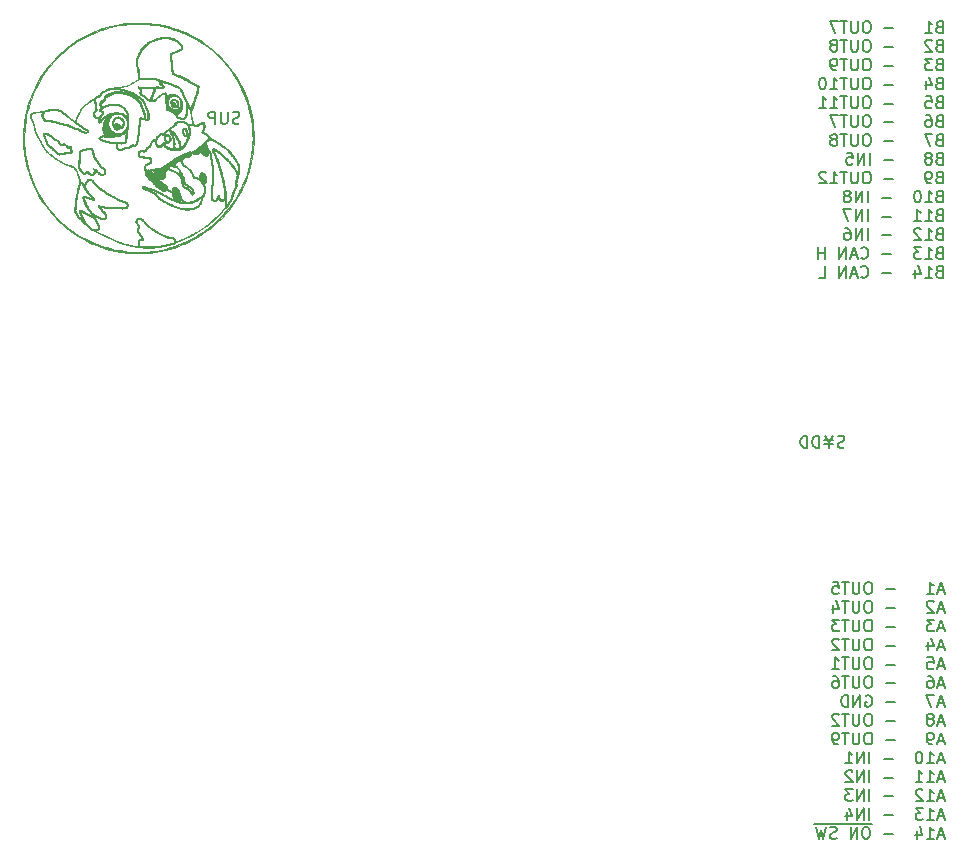
<source format=gbo>
%TF.GenerationSoftware,KiCad,Pcbnew,(6.0.6)*%
%TF.CreationDate,2023-02-09T00:37:25-05:00*%
%TF.ProjectId,DingoPDM,44696e67-6f50-4444-9d2e-6b696361645f,v3*%
%TF.SameCoordinates,Original*%
%TF.FileFunction,Legend,Bot*%
%TF.FilePolarity,Positive*%
%FSLAX46Y46*%
G04 Gerber Fmt 4.6, Leading zero omitted, Abs format (unit mm)*
G04 Created by KiCad (PCBNEW (6.0.6)) date 2023-02-09 00:37:25*
%MOMM*%
%LPD*%
G01*
G04 APERTURE LIST*
%ADD10C,0.149860*%
%ADD11C,0.150000*%
%ADD12C,0.010000*%
G04 APERTURE END LIST*
D10*
X187804533Y-45950613D02*
X187663019Y-45997785D01*
X187615848Y-46044956D01*
X187568676Y-46139299D01*
X187568676Y-46280813D01*
X187615848Y-46375156D01*
X187663019Y-46422328D01*
X187757362Y-46469499D01*
X188134733Y-46469499D01*
X188134733Y-45478899D01*
X187804533Y-45478899D01*
X187710191Y-45526071D01*
X187663019Y-45573242D01*
X187615848Y-45667585D01*
X187615848Y-45761928D01*
X187663019Y-45856271D01*
X187710191Y-45903442D01*
X187804533Y-45950613D01*
X188134733Y-45950613D01*
X186625248Y-46469499D02*
X187191305Y-46469499D01*
X186908276Y-46469499D02*
X186908276Y-45478899D01*
X187002619Y-45620413D01*
X187096962Y-45714756D01*
X187191305Y-45761928D01*
X183936476Y-46092128D02*
X183181733Y-46092128D01*
X181766591Y-45478899D02*
X181577905Y-45478899D01*
X181483562Y-45526071D01*
X181389219Y-45620413D01*
X181342048Y-45809099D01*
X181342048Y-46139299D01*
X181389219Y-46327985D01*
X181483562Y-46422328D01*
X181577905Y-46469499D01*
X181766591Y-46469499D01*
X181860933Y-46422328D01*
X181955276Y-46327985D01*
X182002448Y-46139299D01*
X182002448Y-45809099D01*
X181955276Y-45620413D01*
X181860933Y-45526071D01*
X181766591Y-45478899D01*
X180917505Y-45478899D02*
X180917505Y-46280813D01*
X180870333Y-46375156D01*
X180823162Y-46422328D01*
X180728819Y-46469499D01*
X180540133Y-46469499D01*
X180445791Y-46422328D01*
X180398619Y-46375156D01*
X180351448Y-46280813D01*
X180351448Y-45478899D01*
X180021248Y-45478899D02*
X179455191Y-45478899D01*
X179738219Y-46469499D02*
X179738219Y-45478899D01*
X179219333Y-45478899D02*
X178558933Y-45478899D01*
X178983476Y-46469499D01*
X187804533Y-47545479D02*
X187663019Y-47592651D01*
X187615848Y-47639822D01*
X187568676Y-47734165D01*
X187568676Y-47875679D01*
X187615848Y-47970022D01*
X187663019Y-48017194D01*
X187757362Y-48064365D01*
X188134733Y-48064365D01*
X188134733Y-47073765D01*
X187804533Y-47073765D01*
X187710191Y-47120937D01*
X187663019Y-47168108D01*
X187615848Y-47262451D01*
X187615848Y-47356794D01*
X187663019Y-47451137D01*
X187710191Y-47498308D01*
X187804533Y-47545479D01*
X188134733Y-47545479D01*
X187191305Y-47168108D02*
X187144133Y-47120937D01*
X187049791Y-47073765D01*
X186813933Y-47073765D01*
X186719591Y-47120937D01*
X186672419Y-47168108D01*
X186625248Y-47262451D01*
X186625248Y-47356794D01*
X186672419Y-47498308D01*
X187238476Y-48064365D01*
X186625248Y-48064365D01*
X183936476Y-47686994D02*
X183181733Y-47686994D01*
X181766591Y-47073765D02*
X181577905Y-47073765D01*
X181483562Y-47120937D01*
X181389219Y-47215279D01*
X181342048Y-47403965D01*
X181342048Y-47734165D01*
X181389219Y-47922851D01*
X181483562Y-48017194D01*
X181577905Y-48064365D01*
X181766591Y-48064365D01*
X181860933Y-48017194D01*
X181955276Y-47922851D01*
X182002448Y-47734165D01*
X182002448Y-47403965D01*
X181955276Y-47215279D01*
X181860933Y-47120937D01*
X181766591Y-47073765D01*
X180917505Y-47073765D02*
X180917505Y-47875679D01*
X180870333Y-47970022D01*
X180823162Y-48017194D01*
X180728819Y-48064365D01*
X180540133Y-48064365D01*
X180445791Y-48017194D01*
X180398619Y-47970022D01*
X180351448Y-47875679D01*
X180351448Y-47073765D01*
X180021248Y-47073765D02*
X179455191Y-47073765D01*
X179738219Y-48064365D02*
X179738219Y-47073765D01*
X178983476Y-47498308D02*
X179077819Y-47451137D01*
X179124991Y-47403965D01*
X179172162Y-47309622D01*
X179172162Y-47262451D01*
X179124991Y-47168108D01*
X179077819Y-47120937D01*
X178983476Y-47073765D01*
X178794791Y-47073765D01*
X178700448Y-47120937D01*
X178653276Y-47168108D01*
X178606105Y-47262451D01*
X178606105Y-47309622D01*
X178653276Y-47403965D01*
X178700448Y-47451137D01*
X178794791Y-47498308D01*
X178983476Y-47498308D01*
X179077819Y-47545479D01*
X179124991Y-47592651D01*
X179172162Y-47686994D01*
X179172162Y-47875679D01*
X179124991Y-47970022D01*
X179077819Y-48017194D01*
X178983476Y-48064365D01*
X178794791Y-48064365D01*
X178700448Y-48017194D01*
X178653276Y-47970022D01*
X178606105Y-47875679D01*
X178606105Y-47686994D01*
X178653276Y-47592651D01*
X178700448Y-47545479D01*
X178794791Y-47498308D01*
X187804533Y-49140345D02*
X187663019Y-49187517D01*
X187615848Y-49234688D01*
X187568676Y-49329031D01*
X187568676Y-49470545D01*
X187615848Y-49564888D01*
X187663019Y-49612060D01*
X187757362Y-49659231D01*
X188134733Y-49659231D01*
X188134733Y-48668631D01*
X187804533Y-48668631D01*
X187710191Y-48715803D01*
X187663019Y-48762974D01*
X187615848Y-48857317D01*
X187615848Y-48951660D01*
X187663019Y-49046003D01*
X187710191Y-49093174D01*
X187804533Y-49140345D01*
X188134733Y-49140345D01*
X187238476Y-48668631D02*
X186625248Y-48668631D01*
X186955448Y-49046003D01*
X186813933Y-49046003D01*
X186719591Y-49093174D01*
X186672419Y-49140345D01*
X186625248Y-49234688D01*
X186625248Y-49470545D01*
X186672419Y-49564888D01*
X186719591Y-49612060D01*
X186813933Y-49659231D01*
X187096962Y-49659231D01*
X187191305Y-49612060D01*
X187238476Y-49564888D01*
X183936476Y-49281860D02*
X183181733Y-49281860D01*
X181766591Y-48668631D02*
X181577905Y-48668631D01*
X181483562Y-48715803D01*
X181389219Y-48810145D01*
X181342048Y-48998831D01*
X181342048Y-49329031D01*
X181389219Y-49517717D01*
X181483562Y-49612060D01*
X181577905Y-49659231D01*
X181766591Y-49659231D01*
X181860933Y-49612060D01*
X181955276Y-49517717D01*
X182002448Y-49329031D01*
X182002448Y-48998831D01*
X181955276Y-48810145D01*
X181860933Y-48715803D01*
X181766591Y-48668631D01*
X180917505Y-48668631D02*
X180917505Y-49470545D01*
X180870333Y-49564888D01*
X180823162Y-49612060D01*
X180728819Y-49659231D01*
X180540133Y-49659231D01*
X180445791Y-49612060D01*
X180398619Y-49564888D01*
X180351448Y-49470545D01*
X180351448Y-48668631D01*
X180021248Y-48668631D02*
X179455191Y-48668631D01*
X179738219Y-49659231D02*
X179738219Y-48668631D01*
X179077819Y-49659231D02*
X178889133Y-49659231D01*
X178794791Y-49612060D01*
X178747619Y-49564888D01*
X178653276Y-49423374D01*
X178606105Y-49234688D01*
X178606105Y-48857317D01*
X178653276Y-48762974D01*
X178700448Y-48715803D01*
X178794791Y-48668631D01*
X178983476Y-48668631D01*
X179077819Y-48715803D01*
X179124991Y-48762974D01*
X179172162Y-48857317D01*
X179172162Y-49093174D01*
X179124991Y-49187517D01*
X179077819Y-49234688D01*
X178983476Y-49281860D01*
X178794791Y-49281860D01*
X178700448Y-49234688D01*
X178653276Y-49187517D01*
X178606105Y-49093174D01*
X187804533Y-50735211D02*
X187663019Y-50782383D01*
X187615848Y-50829554D01*
X187568676Y-50923897D01*
X187568676Y-51065411D01*
X187615848Y-51159754D01*
X187663019Y-51206926D01*
X187757362Y-51254097D01*
X188134733Y-51254097D01*
X188134733Y-50263497D01*
X187804533Y-50263497D01*
X187710191Y-50310669D01*
X187663019Y-50357840D01*
X187615848Y-50452183D01*
X187615848Y-50546526D01*
X187663019Y-50640869D01*
X187710191Y-50688040D01*
X187804533Y-50735211D01*
X188134733Y-50735211D01*
X186719591Y-50593697D02*
X186719591Y-51254097D01*
X186955448Y-50216326D02*
X187191305Y-50923897D01*
X186578076Y-50923897D01*
X183936476Y-50876726D02*
X183181733Y-50876726D01*
X181766591Y-50263497D02*
X181577905Y-50263497D01*
X181483562Y-50310669D01*
X181389219Y-50405011D01*
X181342048Y-50593697D01*
X181342048Y-50923897D01*
X181389219Y-51112583D01*
X181483562Y-51206926D01*
X181577905Y-51254097D01*
X181766591Y-51254097D01*
X181860933Y-51206926D01*
X181955276Y-51112583D01*
X182002448Y-50923897D01*
X182002448Y-50593697D01*
X181955276Y-50405011D01*
X181860933Y-50310669D01*
X181766591Y-50263497D01*
X180917505Y-50263497D02*
X180917505Y-51065411D01*
X180870333Y-51159754D01*
X180823162Y-51206926D01*
X180728819Y-51254097D01*
X180540133Y-51254097D01*
X180445791Y-51206926D01*
X180398619Y-51159754D01*
X180351448Y-51065411D01*
X180351448Y-50263497D01*
X180021248Y-50263497D02*
X179455191Y-50263497D01*
X179738219Y-51254097D02*
X179738219Y-50263497D01*
X178606105Y-51254097D02*
X179172162Y-51254097D01*
X178889133Y-51254097D02*
X178889133Y-50263497D01*
X178983476Y-50405011D01*
X179077819Y-50499354D01*
X179172162Y-50546526D01*
X177992876Y-50263497D02*
X177898533Y-50263497D01*
X177804191Y-50310669D01*
X177757019Y-50357840D01*
X177709848Y-50452183D01*
X177662676Y-50640869D01*
X177662676Y-50876726D01*
X177709848Y-51065411D01*
X177757019Y-51159754D01*
X177804191Y-51206926D01*
X177898533Y-51254097D01*
X177992876Y-51254097D01*
X178087219Y-51206926D01*
X178134391Y-51159754D01*
X178181562Y-51065411D01*
X178228733Y-50876726D01*
X178228733Y-50640869D01*
X178181562Y-50452183D01*
X178134391Y-50357840D01*
X178087219Y-50310669D01*
X177992876Y-50263497D01*
X187804533Y-52330077D02*
X187663019Y-52377249D01*
X187615848Y-52424420D01*
X187568676Y-52518763D01*
X187568676Y-52660277D01*
X187615848Y-52754620D01*
X187663019Y-52801792D01*
X187757362Y-52848963D01*
X188134733Y-52848963D01*
X188134733Y-51858363D01*
X187804533Y-51858363D01*
X187710191Y-51905535D01*
X187663019Y-51952706D01*
X187615848Y-52047049D01*
X187615848Y-52141392D01*
X187663019Y-52235735D01*
X187710191Y-52282906D01*
X187804533Y-52330077D01*
X188134733Y-52330077D01*
X186672419Y-51858363D02*
X187144133Y-51858363D01*
X187191305Y-52330077D01*
X187144133Y-52282906D01*
X187049791Y-52235735D01*
X186813933Y-52235735D01*
X186719591Y-52282906D01*
X186672419Y-52330077D01*
X186625248Y-52424420D01*
X186625248Y-52660277D01*
X186672419Y-52754620D01*
X186719591Y-52801792D01*
X186813933Y-52848963D01*
X187049791Y-52848963D01*
X187144133Y-52801792D01*
X187191305Y-52754620D01*
X183936476Y-52471592D02*
X183181733Y-52471592D01*
X181766591Y-51858363D02*
X181577905Y-51858363D01*
X181483562Y-51905535D01*
X181389219Y-51999877D01*
X181342048Y-52188563D01*
X181342048Y-52518763D01*
X181389219Y-52707449D01*
X181483562Y-52801792D01*
X181577905Y-52848963D01*
X181766591Y-52848963D01*
X181860933Y-52801792D01*
X181955276Y-52707449D01*
X182002448Y-52518763D01*
X182002448Y-52188563D01*
X181955276Y-51999877D01*
X181860933Y-51905535D01*
X181766591Y-51858363D01*
X180917505Y-51858363D02*
X180917505Y-52660277D01*
X180870333Y-52754620D01*
X180823162Y-52801792D01*
X180728819Y-52848963D01*
X180540133Y-52848963D01*
X180445791Y-52801792D01*
X180398619Y-52754620D01*
X180351448Y-52660277D01*
X180351448Y-51858363D01*
X180021248Y-51858363D02*
X179455191Y-51858363D01*
X179738219Y-52848963D02*
X179738219Y-51858363D01*
X178606105Y-52848963D02*
X179172162Y-52848963D01*
X178889133Y-52848963D02*
X178889133Y-51858363D01*
X178983476Y-51999877D01*
X179077819Y-52094220D01*
X179172162Y-52141392D01*
X177662676Y-52848963D02*
X178228733Y-52848963D01*
X177945705Y-52848963D02*
X177945705Y-51858363D01*
X178040048Y-51999877D01*
X178134391Y-52094220D01*
X178228733Y-52141392D01*
X187804533Y-53924943D02*
X187663019Y-53972115D01*
X187615848Y-54019286D01*
X187568676Y-54113629D01*
X187568676Y-54255143D01*
X187615848Y-54349486D01*
X187663019Y-54396658D01*
X187757362Y-54443829D01*
X188134733Y-54443829D01*
X188134733Y-53453229D01*
X187804533Y-53453229D01*
X187710191Y-53500401D01*
X187663019Y-53547572D01*
X187615848Y-53641915D01*
X187615848Y-53736258D01*
X187663019Y-53830601D01*
X187710191Y-53877772D01*
X187804533Y-53924943D01*
X188134733Y-53924943D01*
X186719591Y-53453229D02*
X186908276Y-53453229D01*
X187002619Y-53500401D01*
X187049791Y-53547572D01*
X187144133Y-53689086D01*
X187191305Y-53877772D01*
X187191305Y-54255143D01*
X187144133Y-54349486D01*
X187096962Y-54396658D01*
X187002619Y-54443829D01*
X186813933Y-54443829D01*
X186719591Y-54396658D01*
X186672419Y-54349486D01*
X186625248Y-54255143D01*
X186625248Y-54019286D01*
X186672419Y-53924943D01*
X186719591Y-53877772D01*
X186813933Y-53830601D01*
X187002619Y-53830601D01*
X187096962Y-53877772D01*
X187144133Y-53924943D01*
X187191305Y-54019286D01*
X183936476Y-54066458D02*
X183181733Y-54066458D01*
X181766591Y-53453229D02*
X181577905Y-53453229D01*
X181483562Y-53500401D01*
X181389219Y-53594743D01*
X181342048Y-53783429D01*
X181342048Y-54113629D01*
X181389219Y-54302315D01*
X181483562Y-54396658D01*
X181577905Y-54443829D01*
X181766591Y-54443829D01*
X181860933Y-54396658D01*
X181955276Y-54302315D01*
X182002448Y-54113629D01*
X182002448Y-53783429D01*
X181955276Y-53594743D01*
X181860933Y-53500401D01*
X181766591Y-53453229D01*
X180917505Y-53453229D02*
X180917505Y-54255143D01*
X180870333Y-54349486D01*
X180823162Y-54396658D01*
X180728819Y-54443829D01*
X180540133Y-54443829D01*
X180445791Y-54396658D01*
X180398619Y-54349486D01*
X180351448Y-54255143D01*
X180351448Y-53453229D01*
X180021248Y-53453229D02*
X179455191Y-53453229D01*
X179738219Y-54443829D02*
X179738219Y-53453229D01*
X179219333Y-53453229D02*
X178558933Y-53453229D01*
X178983476Y-54443829D01*
X187804533Y-55519809D02*
X187663019Y-55566981D01*
X187615848Y-55614152D01*
X187568676Y-55708495D01*
X187568676Y-55850009D01*
X187615848Y-55944352D01*
X187663019Y-55991524D01*
X187757362Y-56038695D01*
X188134733Y-56038695D01*
X188134733Y-55048095D01*
X187804533Y-55048095D01*
X187710191Y-55095267D01*
X187663019Y-55142438D01*
X187615848Y-55236781D01*
X187615848Y-55331124D01*
X187663019Y-55425467D01*
X187710191Y-55472638D01*
X187804533Y-55519809D01*
X188134733Y-55519809D01*
X187238476Y-55048095D02*
X186578076Y-55048095D01*
X187002619Y-56038695D01*
X183936476Y-55661324D02*
X183181733Y-55661324D01*
X181766591Y-55048095D02*
X181577905Y-55048095D01*
X181483562Y-55095267D01*
X181389219Y-55189609D01*
X181342048Y-55378295D01*
X181342048Y-55708495D01*
X181389219Y-55897181D01*
X181483562Y-55991524D01*
X181577905Y-56038695D01*
X181766591Y-56038695D01*
X181860933Y-55991524D01*
X181955276Y-55897181D01*
X182002448Y-55708495D01*
X182002448Y-55378295D01*
X181955276Y-55189609D01*
X181860933Y-55095267D01*
X181766591Y-55048095D01*
X180917505Y-55048095D02*
X180917505Y-55850009D01*
X180870333Y-55944352D01*
X180823162Y-55991524D01*
X180728819Y-56038695D01*
X180540133Y-56038695D01*
X180445791Y-55991524D01*
X180398619Y-55944352D01*
X180351448Y-55850009D01*
X180351448Y-55048095D01*
X180021248Y-55048095D02*
X179455191Y-55048095D01*
X179738219Y-56038695D02*
X179738219Y-55048095D01*
X178983476Y-55472638D02*
X179077819Y-55425467D01*
X179124991Y-55378295D01*
X179172162Y-55283952D01*
X179172162Y-55236781D01*
X179124991Y-55142438D01*
X179077819Y-55095267D01*
X178983476Y-55048095D01*
X178794791Y-55048095D01*
X178700448Y-55095267D01*
X178653276Y-55142438D01*
X178606105Y-55236781D01*
X178606105Y-55283952D01*
X178653276Y-55378295D01*
X178700448Y-55425467D01*
X178794791Y-55472638D01*
X178983476Y-55472638D01*
X179077819Y-55519809D01*
X179124991Y-55566981D01*
X179172162Y-55661324D01*
X179172162Y-55850009D01*
X179124991Y-55944352D01*
X179077819Y-55991524D01*
X178983476Y-56038695D01*
X178794791Y-56038695D01*
X178700448Y-55991524D01*
X178653276Y-55944352D01*
X178606105Y-55850009D01*
X178606105Y-55661324D01*
X178653276Y-55566981D01*
X178700448Y-55519809D01*
X178794791Y-55472638D01*
X187804533Y-57114675D02*
X187663019Y-57161847D01*
X187615848Y-57209018D01*
X187568676Y-57303361D01*
X187568676Y-57444875D01*
X187615848Y-57539218D01*
X187663019Y-57586390D01*
X187757362Y-57633561D01*
X188134733Y-57633561D01*
X188134733Y-56642961D01*
X187804533Y-56642961D01*
X187710191Y-56690133D01*
X187663019Y-56737304D01*
X187615848Y-56831647D01*
X187615848Y-56925990D01*
X187663019Y-57020333D01*
X187710191Y-57067504D01*
X187804533Y-57114675D01*
X188134733Y-57114675D01*
X187002619Y-57067504D02*
X187096962Y-57020333D01*
X187144133Y-56973161D01*
X187191305Y-56878818D01*
X187191305Y-56831647D01*
X187144133Y-56737304D01*
X187096962Y-56690133D01*
X187002619Y-56642961D01*
X186813933Y-56642961D01*
X186719591Y-56690133D01*
X186672419Y-56737304D01*
X186625248Y-56831647D01*
X186625248Y-56878818D01*
X186672419Y-56973161D01*
X186719591Y-57020333D01*
X186813933Y-57067504D01*
X187002619Y-57067504D01*
X187096962Y-57114675D01*
X187144133Y-57161847D01*
X187191305Y-57256190D01*
X187191305Y-57444875D01*
X187144133Y-57539218D01*
X187096962Y-57586390D01*
X187002619Y-57633561D01*
X186813933Y-57633561D01*
X186719591Y-57586390D01*
X186672419Y-57539218D01*
X186625248Y-57444875D01*
X186625248Y-57256190D01*
X186672419Y-57161847D01*
X186719591Y-57114675D01*
X186813933Y-57067504D01*
X183936476Y-57256190D02*
X183181733Y-57256190D01*
X181955276Y-57633561D02*
X181955276Y-56642961D01*
X181483562Y-57633561D02*
X181483562Y-56642961D01*
X180917505Y-57633561D01*
X180917505Y-56642961D01*
X179974076Y-56642961D02*
X180445791Y-56642961D01*
X180492962Y-57114675D01*
X180445791Y-57067504D01*
X180351448Y-57020333D01*
X180115591Y-57020333D01*
X180021248Y-57067504D01*
X179974076Y-57114675D01*
X179926905Y-57209018D01*
X179926905Y-57444875D01*
X179974076Y-57539218D01*
X180021248Y-57586390D01*
X180115591Y-57633561D01*
X180351448Y-57633561D01*
X180445791Y-57586390D01*
X180492962Y-57539218D01*
X187804533Y-58709541D02*
X187663019Y-58756713D01*
X187615848Y-58803884D01*
X187568676Y-58898227D01*
X187568676Y-59039741D01*
X187615848Y-59134084D01*
X187663019Y-59181256D01*
X187757362Y-59228427D01*
X188134733Y-59228427D01*
X188134733Y-58237827D01*
X187804533Y-58237827D01*
X187710191Y-58284999D01*
X187663019Y-58332170D01*
X187615848Y-58426513D01*
X187615848Y-58520856D01*
X187663019Y-58615199D01*
X187710191Y-58662370D01*
X187804533Y-58709541D01*
X188134733Y-58709541D01*
X187096962Y-59228427D02*
X186908276Y-59228427D01*
X186813933Y-59181256D01*
X186766762Y-59134084D01*
X186672419Y-58992570D01*
X186625248Y-58803884D01*
X186625248Y-58426513D01*
X186672419Y-58332170D01*
X186719591Y-58284999D01*
X186813933Y-58237827D01*
X187002619Y-58237827D01*
X187096962Y-58284999D01*
X187144133Y-58332170D01*
X187191305Y-58426513D01*
X187191305Y-58662370D01*
X187144133Y-58756713D01*
X187096962Y-58803884D01*
X187002619Y-58851056D01*
X186813933Y-58851056D01*
X186719591Y-58803884D01*
X186672419Y-58756713D01*
X186625248Y-58662370D01*
X183936476Y-58851056D02*
X183181733Y-58851056D01*
X181766591Y-58237827D02*
X181577905Y-58237827D01*
X181483562Y-58284999D01*
X181389219Y-58379341D01*
X181342048Y-58568027D01*
X181342048Y-58898227D01*
X181389219Y-59086913D01*
X181483562Y-59181256D01*
X181577905Y-59228427D01*
X181766591Y-59228427D01*
X181860933Y-59181256D01*
X181955276Y-59086913D01*
X182002448Y-58898227D01*
X182002448Y-58568027D01*
X181955276Y-58379341D01*
X181860933Y-58284999D01*
X181766591Y-58237827D01*
X180917505Y-58237827D02*
X180917505Y-59039741D01*
X180870333Y-59134084D01*
X180823162Y-59181256D01*
X180728819Y-59228427D01*
X180540133Y-59228427D01*
X180445791Y-59181256D01*
X180398619Y-59134084D01*
X180351448Y-59039741D01*
X180351448Y-58237827D01*
X180021248Y-58237827D02*
X179455191Y-58237827D01*
X179738219Y-59228427D02*
X179738219Y-58237827D01*
X178606105Y-59228427D02*
X179172162Y-59228427D01*
X178889133Y-59228427D02*
X178889133Y-58237827D01*
X178983476Y-58379341D01*
X179077819Y-58473684D01*
X179172162Y-58520856D01*
X178228733Y-58332170D02*
X178181562Y-58284999D01*
X178087219Y-58237827D01*
X177851362Y-58237827D01*
X177757019Y-58284999D01*
X177709848Y-58332170D01*
X177662676Y-58426513D01*
X177662676Y-58520856D01*
X177709848Y-58662370D01*
X178275905Y-59228427D01*
X177662676Y-59228427D01*
X187804533Y-60304407D02*
X187663019Y-60351579D01*
X187615848Y-60398750D01*
X187568676Y-60493093D01*
X187568676Y-60634607D01*
X187615848Y-60728950D01*
X187663019Y-60776122D01*
X187757362Y-60823293D01*
X188134733Y-60823293D01*
X188134733Y-59832693D01*
X187804533Y-59832693D01*
X187710191Y-59879865D01*
X187663019Y-59927036D01*
X187615848Y-60021379D01*
X187615848Y-60115722D01*
X187663019Y-60210065D01*
X187710191Y-60257236D01*
X187804533Y-60304407D01*
X188134733Y-60304407D01*
X186625248Y-60823293D02*
X187191305Y-60823293D01*
X186908276Y-60823293D02*
X186908276Y-59832693D01*
X187002619Y-59974207D01*
X187096962Y-60068550D01*
X187191305Y-60115722D01*
X186012019Y-59832693D02*
X185917676Y-59832693D01*
X185823333Y-59879865D01*
X185776162Y-59927036D01*
X185728991Y-60021379D01*
X185681819Y-60210065D01*
X185681819Y-60445922D01*
X185728991Y-60634607D01*
X185776162Y-60728950D01*
X185823333Y-60776122D01*
X185917676Y-60823293D01*
X186012019Y-60823293D01*
X186106362Y-60776122D01*
X186153533Y-60728950D01*
X186200705Y-60634607D01*
X186247876Y-60445922D01*
X186247876Y-60210065D01*
X186200705Y-60021379D01*
X186153533Y-59927036D01*
X186106362Y-59879865D01*
X186012019Y-59832693D01*
X183747791Y-60445922D02*
X182993048Y-60445922D01*
X181766591Y-60823293D02*
X181766591Y-59832693D01*
X181294876Y-60823293D02*
X181294876Y-59832693D01*
X180728819Y-60823293D01*
X180728819Y-59832693D01*
X180115591Y-60257236D02*
X180209933Y-60210065D01*
X180257105Y-60162893D01*
X180304276Y-60068550D01*
X180304276Y-60021379D01*
X180257105Y-59927036D01*
X180209933Y-59879865D01*
X180115591Y-59832693D01*
X179926905Y-59832693D01*
X179832562Y-59879865D01*
X179785391Y-59927036D01*
X179738219Y-60021379D01*
X179738219Y-60068550D01*
X179785391Y-60162893D01*
X179832562Y-60210065D01*
X179926905Y-60257236D01*
X180115591Y-60257236D01*
X180209933Y-60304407D01*
X180257105Y-60351579D01*
X180304276Y-60445922D01*
X180304276Y-60634607D01*
X180257105Y-60728950D01*
X180209933Y-60776122D01*
X180115591Y-60823293D01*
X179926905Y-60823293D01*
X179832562Y-60776122D01*
X179785391Y-60728950D01*
X179738219Y-60634607D01*
X179738219Y-60445922D01*
X179785391Y-60351579D01*
X179832562Y-60304407D01*
X179926905Y-60257236D01*
X187804533Y-61899273D02*
X187663019Y-61946445D01*
X187615848Y-61993616D01*
X187568676Y-62087959D01*
X187568676Y-62229473D01*
X187615848Y-62323816D01*
X187663019Y-62370988D01*
X187757362Y-62418159D01*
X188134733Y-62418159D01*
X188134733Y-61427559D01*
X187804533Y-61427559D01*
X187710191Y-61474731D01*
X187663019Y-61521902D01*
X187615848Y-61616245D01*
X187615848Y-61710588D01*
X187663019Y-61804931D01*
X187710191Y-61852102D01*
X187804533Y-61899273D01*
X188134733Y-61899273D01*
X186625248Y-62418159D02*
X187191305Y-62418159D01*
X186908276Y-62418159D02*
X186908276Y-61427559D01*
X187002619Y-61569073D01*
X187096962Y-61663416D01*
X187191305Y-61710588D01*
X185681819Y-62418159D02*
X186247876Y-62418159D01*
X185964848Y-62418159D02*
X185964848Y-61427559D01*
X186059191Y-61569073D01*
X186153533Y-61663416D01*
X186247876Y-61710588D01*
X183747791Y-62040788D02*
X182993048Y-62040788D01*
X181766591Y-62418159D02*
X181766591Y-61427559D01*
X181294876Y-62418159D02*
X181294876Y-61427559D01*
X180728819Y-62418159D01*
X180728819Y-61427559D01*
X180351448Y-61427559D02*
X179691048Y-61427559D01*
X180115591Y-62418159D01*
X187804533Y-63494139D02*
X187663019Y-63541311D01*
X187615848Y-63588482D01*
X187568676Y-63682825D01*
X187568676Y-63824339D01*
X187615848Y-63918682D01*
X187663019Y-63965854D01*
X187757362Y-64013025D01*
X188134733Y-64013025D01*
X188134733Y-63022425D01*
X187804533Y-63022425D01*
X187710191Y-63069597D01*
X187663019Y-63116768D01*
X187615848Y-63211111D01*
X187615848Y-63305454D01*
X187663019Y-63399797D01*
X187710191Y-63446968D01*
X187804533Y-63494139D01*
X188134733Y-63494139D01*
X186625248Y-64013025D02*
X187191305Y-64013025D01*
X186908276Y-64013025D02*
X186908276Y-63022425D01*
X187002619Y-63163939D01*
X187096962Y-63258282D01*
X187191305Y-63305454D01*
X186247876Y-63116768D02*
X186200705Y-63069597D01*
X186106362Y-63022425D01*
X185870505Y-63022425D01*
X185776162Y-63069597D01*
X185728991Y-63116768D01*
X185681819Y-63211111D01*
X185681819Y-63305454D01*
X185728991Y-63446968D01*
X186295048Y-64013025D01*
X185681819Y-64013025D01*
X183747791Y-63635654D02*
X182993048Y-63635654D01*
X181766591Y-64013025D02*
X181766591Y-63022425D01*
X181294876Y-64013025D02*
X181294876Y-63022425D01*
X180728819Y-64013025D01*
X180728819Y-63022425D01*
X179832562Y-63022425D02*
X180021248Y-63022425D01*
X180115591Y-63069597D01*
X180162762Y-63116768D01*
X180257105Y-63258282D01*
X180304276Y-63446968D01*
X180304276Y-63824339D01*
X180257105Y-63918682D01*
X180209933Y-63965854D01*
X180115591Y-64013025D01*
X179926905Y-64013025D01*
X179832562Y-63965854D01*
X179785391Y-63918682D01*
X179738219Y-63824339D01*
X179738219Y-63588482D01*
X179785391Y-63494139D01*
X179832562Y-63446968D01*
X179926905Y-63399797D01*
X180115591Y-63399797D01*
X180209933Y-63446968D01*
X180257105Y-63494139D01*
X180304276Y-63588482D01*
X187804533Y-65089005D02*
X187663019Y-65136177D01*
X187615848Y-65183348D01*
X187568676Y-65277691D01*
X187568676Y-65419205D01*
X187615848Y-65513548D01*
X187663019Y-65560720D01*
X187757362Y-65607891D01*
X188134733Y-65607891D01*
X188134733Y-64617291D01*
X187804533Y-64617291D01*
X187710191Y-64664463D01*
X187663019Y-64711634D01*
X187615848Y-64805977D01*
X187615848Y-64900320D01*
X187663019Y-64994663D01*
X187710191Y-65041834D01*
X187804533Y-65089005D01*
X188134733Y-65089005D01*
X186625248Y-65607891D02*
X187191305Y-65607891D01*
X186908276Y-65607891D02*
X186908276Y-64617291D01*
X187002619Y-64758805D01*
X187096962Y-64853148D01*
X187191305Y-64900320D01*
X186295048Y-64617291D02*
X185681819Y-64617291D01*
X186012019Y-64994663D01*
X185870505Y-64994663D01*
X185776162Y-65041834D01*
X185728991Y-65089005D01*
X185681819Y-65183348D01*
X185681819Y-65419205D01*
X185728991Y-65513548D01*
X185776162Y-65560720D01*
X185870505Y-65607891D01*
X186153533Y-65607891D01*
X186247876Y-65560720D01*
X186295048Y-65513548D01*
X183747791Y-65230520D02*
X182993048Y-65230520D01*
X181200533Y-65513548D02*
X181247705Y-65560720D01*
X181389219Y-65607891D01*
X181483562Y-65607891D01*
X181625076Y-65560720D01*
X181719419Y-65466377D01*
X181766591Y-65372034D01*
X181813762Y-65183348D01*
X181813762Y-65041834D01*
X181766591Y-64853148D01*
X181719419Y-64758805D01*
X181625076Y-64664463D01*
X181483562Y-64617291D01*
X181389219Y-64617291D01*
X181247705Y-64664463D01*
X181200533Y-64711634D01*
X180823162Y-65324863D02*
X180351448Y-65324863D01*
X180917505Y-65607891D02*
X180587305Y-64617291D01*
X180257105Y-65607891D01*
X179926905Y-65607891D02*
X179926905Y-64617291D01*
X179360848Y-65607891D01*
X179360848Y-64617291D01*
X178134391Y-65607891D02*
X178134391Y-64617291D01*
X178134391Y-65089005D02*
X177568333Y-65089005D01*
X177568333Y-65607891D02*
X177568333Y-64617291D01*
X187804533Y-66683871D02*
X187663019Y-66731043D01*
X187615848Y-66778214D01*
X187568676Y-66872557D01*
X187568676Y-67014071D01*
X187615848Y-67108414D01*
X187663019Y-67155586D01*
X187757362Y-67202757D01*
X188134733Y-67202757D01*
X188134733Y-66212157D01*
X187804533Y-66212157D01*
X187710191Y-66259329D01*
X187663019Y-66306500D01*
X187615848Y-66400843D01*
X187615848Y-66495186D01*
X187663019Y-66589529D01*
X187710191Y-66636700D01*
X187804533Y-66683871D01*
X188134733Y-66683871D01*
X186625248Y-67202757D02*
X187191305Y-67202757D01*
X186908276Y-67202757D02*
X186908276Y-66212157D01*
X187002619Y-66353671D01*
X187096962Y-66448014D01*
X187191305Y-66495186D01*
X185776162Y-66542357D02*
X185776162Y-67202757D01*
X186012019Y-66164986D02*
X186247876Y-66872557D01*
X185634648Y-66872557D01*
X183747791Y-66825386D02*
X182993048Y-66825386D01*
X181200533Y-67108414D02*
X181247705Y-67155586D01*
X181389219Y-67202757D01*
X181483562Y-67202757D01*
X181625076Y-67155586D01*
X181719419Y-67061243D01*
X181766591Y-66966900D01*
X181813762Y-66778214D01*
X181813762Y-66636700D01*
X181766591Y-66448014D01*
X181719419Y-66353671D01*
X181625076Y-66259329D01*
X181483562Y-66212157D01*
X181389219Y-66212157D01*
X181247705Y-66259329D01*
X181200533Y-66306500D01*
X180823162Y-66919729D02*
X180351448Y-66919729D01*
X180917505Y-67202757D02*
X180587305Y-66212157D01*
X180257105Y-67202757D01*
X179926905Y-67202757D02*
X179926905Y-66212157D01*
X179360848Y-67202757D01*
X179360848Y-66212157D01*
X177662676Y-67202757D02*
X178134391Y-67202757D01*
X178134391Y-66212157D01*
D11*
X128563523Y-54125761D02*
X128420666Y-54173380D01*
X128182571Y-54173380D01*
X128087333Y-54125761D01*
X128039714Y-54078142D01*
X127992095Y-53982904D01*
X127992095Y-53887666D01*
X128039714Y-53792428D01*
X128087333Y-53744809D01*
X128182571Y-53697190D01*
X128373047Y-53649571D01*
X128468285Y-53601952D01*
X128515904Y-53554333D01*
X128563523Y-53459095D01*
X128563523Y-53363857D01*
X128515904Y-53268619D01*
X128468285Y-53221000D01*
X128373047Y-53173380D01*
X128134952Y-53173380D01*
X127992095Y-53221000D01*
X127563523Y-53173380D02*
X127563523Y-53982904D01*
X127515904Y-54078142D01*
X127468285Y-54125761D01*
X127373047Y-54173380D01*
X127182571Y-54173380D01*
X127087333Y-54125761D01*
X127039714Y-54078142D01*
X126992095Y-53982904D01*
X126992095Y-53173380D01*
X126515904Y-54173380D02*
X126515904Y-53173380D01*
X126134952Y-53173380D01*
X126039714Y-53221000D01*
X125992095Y-53268619D01*
X125944476Y-53363857D01*
X125944476Y-53506714D01*
X125992095Y-53601952D01*
X126039714Y-53649571D01*
X126134952Y-53697190D01*
X126515904Y-53697190D01*
D10*
X188181905Y-93684471D02*
X187710191Y-93684471D01*
X188276248Y-93967499D02*
X187946048Y-92976899D01*
X187615848Y-93967499D01*
X186766762Y-93967499D02*
X187332819Y-93967499D01*
X187049791Y-93967499D02*
X187049791Y-92976899D01*
X187144133Y-93118413D01*
X187238476Y-93212756D01*
X187332819Y-93259928D01*
X184077991Y-93590128D02*
X183323248Y-93590128D01*
X181908105Y-92976899D02*
X181719419Y-92976899D01*
X181625076Y-93024071D01*
X181530733Y-93118413D01*
X181483562Y-93307099D01*
X181483562Y-93637299D01*
X181530733Y-93825985D01*
X181625076Y-93920328D01*
X181719419Y-93967499D01*
X181908105Y-93967499D01*
X182002448Y-93920328D01*
X182096791Y-93825985D01*
X182143962Y-93637299D01*
X182143962Y-93307099D01*
X182096791Y-93118413D01*
X182002448Y-93024071D01*
X181908105Y-92976899D01*
X181059019Y-92976899D02*
X181059019Y-93778813D01*
X181011848Y-93873156D01*
X180964676Y-93920328D01*
X180870333Y-93967499D01*
X180681648Y-93967499D01*
X180587305Y-93920328D01*
X180540133Y-93873156D01*
X180492962Y-93778813D01*
X180492962Y-92976899D01*
X180162762Y-92976899D02*
X179596705Y-92976899D01*
X179879733Y-93967499D02*
X179879733Y-92976899D01*
X178794791Y-92976899D02*
X179266505Y-92976899D01*
X179313676Y-93448613D01*
X179266505Y-93401442D01*
X179172162Y-93354271D01*
X178936305Y-93354271D01*
X178841962Y-93401442D01*
X178794791Y-93448613D01*
X178747619Y-93542956D01*
X178747619Y-93778813D01*
X178794791Y-93873156D01*
X178841962Y-93920328D01*
X178936305Y-93967499D01*
X179172162Y-93967499D01*
X179266505Y-93920328D01*
X179313676Y-93873156D01*
X188181905Y-95279337D02*
X187710191Y-95279337D01*
X188276248Y-95562365D02*
X187946048Y-94571765D01*
X187615848Y-95562365D01*
X187332819Y-94666108D02*
X187285648Y-94618937D01*
X187191305Y-94571765D01*
X186955448Y-94571765D01*
X186861105Y-94618937D01*
X186813933Y-94666108D01*
X186766762Y-94760451D01*
X186766762Y-94854794D01*
X186813933Y-94996308D01*
X187379991Y-95562365D01*
X186766762Y-95562365D01*
X184077991Y-95184994D02*
X183323248Y-95184994D01*
X181908105Y-94571765D02*
X181719419Y-94571765D01*
X181625076Y-94618937D01*
X181530733Y-94713279D01*
X181483562Y-94901965D01*
X181483562Y-95232165D01*
X181530733Y-95420851D01*
X181625076Y-95515194D01*
X181719419Y-95562365D01*
X181908105Y-95562365D01*
X182002448Y-95515194D01*
X182096791Y-95420851D01*
X182143962Y-95232165D01*
X182143962Y-94901965D01*
X182096791Y-94713279D01*
X182002448Y-94618937D01*
X181908105Y-94571765D01*
X181059019Y-94571765D02*
X181059019Y-95373679D01*
X181011848Y-95468022D01*
X180964676Y-95515194D01*
X180870333Y-95562365D01*
X180681648Y-95562365D01*
X180587305Y-95515194D01*
X180540133Y-95468022D01*
X180492962Y-95373679D01*
X180492962Y-94571765D01*
X180162762Y-94571765D02*
X179596705Y-94571765D01*
X179879733Y-95562365D02*
X179879733Y-94571765D01*
X178841962Y-94901965D02*
X178841962Y-95562365D01*
X179077819Y-94524594D02*
X179313676Y-95232165D01*
X178700448Y-95232165D01*
X188181905Y-96874203D02*
X187710191Y-96874203D01*
X188276248Y-97157231D02*
X187946048Y-96166631D01*
X187615848Y-97157231D01*
X187379991Y-96166631D02*
X186766762Y-96166631D01*
X187096962Y-96544003D01*
X186955448Y-96544003D01*
X186861105Y-96591174D01*
X186813933Y-96638345D01*
X186766762Y-96732688D01*
X186766762Y-96968545D01*
X186813933Y-97062888D01*
X186861105Y-97110060D01*
X186955448Y-97157231D01*
X187238476Y-97157231D01*
X187332819Y-97110060D01*
X187379991Y-97062888D01*
X184077991Y-96779860D02*
X183323248Y-96779860D01*
X181908105Y-96166631D02*
X181719419Y-96166631D01*
X181625076Y-96213803D01*
X181530733Y-96308145D01*
X181483562Y-96496831D01*
X181483562Y-96827031D01*
X181530733Y-97015717D01*
X181625076Y-97110060D01*
X181719419Y-97157231D01*
X181908105Y-97157231D01*
X182002448Y-97110060D01*
X182096791Y-97015717D01*
X182143962Y-96827031D01*
X182143962Y-96496831D01*
X182096791Y-96308145D01*
X182002448Y-96213803D01*
X181908105Y-96166631D01*
X181059019Y-96166631D02*
X181059019Y-96968545D01*
X181011848Y-97062888D01*
X180964676Y-97110060D01*
X180870333Y-97157231D01*
X180681648Y-97157231D01*
X180587305Y-97110060D01*
X180540133Y-97062888D01*
X180492962Y-96968545D01*
X180492962Y-96166631D01*
X180162762Y-96166631D02*
X179596705Y-96166631D01*
X179879733Y-97157231D02*
X179879733Y-96166631D01*
X179360848Y-96166631D02*
X178747619Y-96166631D01*
X179077819Y-96544003D01*
X178936305Y-96544003D01*
X178841962Y-96591174D01*
X178794791Y-96638345D01*
X178747619Y-96732688D01*
X178747619Y-96968545D01*
X178794791Y-97062888D01*
X178841962Y-97110060D01*
X178936305Y-97157231D01*
X179219333Y-97157231D01*
X179313676Y-97110060D01*
X179360848Y-97062888D01*
X188181905Y-98469069D02*
X187710191Y-98469069D01*
X188276248Y-98752097D02*
X187946048Y-97761497D01*
X187615848Y-98752097D01*
X186861105Y-98091697D02*
X186861105Y-98752097D01*
X187096962Y-97714326D02*
X187332819Y-98421897D01*
X186719591Y-98421897D01*
X184077991Y-98374726D02*
X183323248Y-98374726D01*
X181908105Y-97761497D02*
X181719419Y-97761497D01*
X181625076Y-97808669D01*
X181530733Y-97903011D01*
X181483562Y-98091697D01*
X181483562Y-98421897D01*
X181530733Y-98610583D01*
X181625076Y-98704926D01*
X181719419Y-98752097D01*
X181908105Y-98752097D01*
X182002448Y-98704926D01*
X182096791Y-98610583D01*
X182143962Y-98421897D01*
X182143962Y-98091697D01*
X182096791Y-97903011D01*
X182002448Y-97808669D01*
X181908105Y-97761497D01*
X181059019Y-97761497D02*
X181059019Y-98563411D01*
X181011848Y-98657754D01*
X180964676Y-98704926D01*
X180870333Y-98752097D01*
X180681648Y-98752097D01*
X180587305Y-98704926D01*
X180540133Y-98657754D01*
X180492962Y-98563411D01*
X180492962Y-97761497D01*
X180162762Y-97761497D02*
X179596705Y-97761497D01*
X179879733Y-98752097D02*
X179879733Y-97761497D01*
X179313676Y-97855840D02*
X179266505Y-97808669D01*
X179172162Y-97761497D01*
X178936305Y-97761497D01*
X178841962Y-97808669D01*
X178794791Y-97855840D01*
X178747619Y-97950183D01*
X178747619Y-98044526D01*
X178794791Y-98186040D01*
X179360848Y-98752097D01*
X178747619Y-98752097D01*
X188181905Y-100063935D02*
X187710191Y-100063935D01*
X188276248Y-100346963D02*
X187946048Y-99356363D01*
X187615848Y-100346963D01*
X186813933Y-99356363D02*
X187285648Y-99356363D01*
X187332819Y-99828077D01*
X187285648Y-99780906D01*
X187191305Y-99733735D01*
X186955448Y-99733735D01*
X186861105Y-99780906D01*
X186813933Y-99828077D01*
X186766762Y-99922420D01*
X186766762Y-100158277D01*
X186813933Y-100252620D01*
X186861105Y-100299792D01*
X186955448Y-100346963D01*
X187191305Y-100346963D01*
X187285648Y-100299792D01*
X187332819Y-100252620D01*
X184077991Y-99969592D02*
X183323248Y-99969592D01*
X181908105Y-99356363D02*
X181719419Y-99356363D01*
X181625076Y-99403535D01*
X181530733Y-99497877D01*
X181483562Y-99686563D01*
X181483562Y-100016763D01*
X181530733Y-100205449D01*
X181625076Y-100299792D01*
X181719419Y-100346963D01*
X181908105Y-100346963D01*
X182002448Y-100299792D01*
X182096791Y-100205449D01*
X182143962Y-100016763D01*
X182143962Y-99686563D01*
X182096791Y-99497877D01*
X182002448Y-99403535D01*
X181908105Y-99356363D01*
X181059019Y-99356363D02*
X181059019Y-100158277D01*
X181011848Y-100252620D01*
X180964676Y-100299792D01*
X180870333Y-100346963D01*
X180681648Y-100346963D01*
X180587305Y-100299792D01*
X180540133Y-100252620D01*
X180492962Y-100158277D01*
X180492962Y-99356363D01*
X180162762Y-99356363D02*
X179596705Y-99356363D01*
X179879733Y-100346963D02*
X179879733Y-99356363D01*
X178747619Y-100346963D02*
X179313676Y-100346963D01*
X179030648Y-100346963D02*
X179030648Y-99356363D01*
X179124991Y-99497877D01*
X179219333Y-99592220D01*
X179313676Y-99639392D01*
X188181905Y-101658801D02*
X187710191Y-101658801D01*
X188276248Y-101941829D02*
X187946048Y-100951229D01*
X187615848Y-101941829D01*
X186861105Y-100951229D02*
X187049791Y-100951229D01*
X187144133Y-100998401D01*
X187191305Y-101045572D01*
X187285648Y-101187086D01*
X187332819Y-101375772D01*
X187332819Y-101753143D01*
X187285648Y-101847486D01*
X187238476Y-101894658D01*
X187144133Y-101941829D01*
X186955448Y-101941829D01*
X186861105Y-101894658D01*
X186813933Y-101847486D01*
X186766762Y-101753143D01*
X186766762Y-101517286D01*
X186813933Y-101422943D01*
X186861105Y-101375772D01*
X186955448Y-101328601D01*
X187144133Y-101328601D01*
X187238476Y-101375772D01*
X187285648Y-101422943D01*
X187332819Y-101517286D01*
X184077991Y-101564458D02*
X183323248Y-101564458D01*
X181908105Y-100951229D02*
X181719419Y-100951229D01*
X181625076Y-100998401D01*
X181530733Y-101092743D01*
X181483562Y-101281429D01*
X181483562Y-101611629D01*
X181530733Y-101800315D01*
X181625076Y-101894658D01*
X181719419Y-101941829D01*
X181908105Y-101941829D01*
X182002448Y-101894658D01*
X182096791Y-101800315D01*
X182143962Y-101611629D01*
X182143962Y-101281429D01*
X182096791Y-101092743D01*
X182002448Y-100998401D01*
X181908105Y-100951229D01*
X181059019Y-100951229D02*
X181059019Y-101753143D01*
X181011848Y-101847486D01*
X180964676Y-101894658D01*
X180870333Y-101941829D01*
X180681648Y-101941829D01*
X180587305Y-101894658D01*
X180540133Y-101847486D01*
X180492962Y-101753143D01*
X180492962Y-100951229D01*
X180162762Y-100951229D02*
X179596705Y-100951229D01*
X179879733Y-101941829D02*
X179879733Y-100951229D01*
X178841962Y-100951229D02*
X179030648Y-100951229D01*
X179124991Y-100998401D01*
X179172162Y-101045572D01*
X179266505Y-101187086D01*
X179313676Y-101375772D01*
X179313676Y-101753143D01*
X179266505Y-101847486D01*
X179219333Y-101894658D01*
X179124991Y-101941829D01*
X178936305Y-101941829D01*
X178841962Y-101894658D01*
X178794791Y-101847486D01*
X178747619Y-101753143D01*
X178747619Y-101517286D01*
X178794791Y-101422943D01*
X178841962Y-101375772D01*
X178936305Y-101328601D01*
X179124991Y-101328601D01*
X179219333Y-101375772D01*
X179266505Y-101422943D01*
X179313676Y-101517286D01*
X188181905Y-103253667D02*
X187710191Y-103253667D01*
X188276248Y-103536695D02*
X187946048Y-102546095D01*
X187615848Y-103536695D01*
X187379991Y-102546095D02*
X186719591Y-102546095D01*
X187144133Y-103536695D01*
X184077991Y-103159324D02*
X183323248Y-103159324D01*
X181577905Y-102593267D02*
X181672248Y-102546095D01*
X181813762Y-102546095D01*
X181955276Y-102593267D01*
X182049619Y-102687609D01*
X182096791Y-102781952D01*
X182143962Y-102970638D01*
X182143962Y-103112152D01*
X182096791Y-103300838D01*
X182049619Y-103395181D01*
X181955276Y-103489524D01*
X181813762Y-103536695D01*
X181719419Y-103536695D01*
X181577905Y-103489524D01*
X181530733Y-103442352D01*
X181530733Y-103112152D01*
X181719419Y-103112152D01*
X181106191Y-103536695D02*
X181106191Y-102546095D01*
X180540133Y-103536695D01*
X180540133Y-102546095D01*
X180068419Y-103536695D02*
X180068419Y-102546095D01*
X179832562Y-102546095D01*
X179691048Y-102593267D01*
X179596705Y-102687609D01*
X179549533Y-102781952D01*
X179502362Y-102970638D01*
X179502362Y-103112152D01*
X179549533Y-103300838D01*
X179596705Y-103395181D01*
X179691048Y-103489524D01*
X179832562Y-103536695D01*
X180068419Y-103536695D01*
X188181905Y-104848533D02*
X187710191Y-104848533D01*
X188276248Y-105131561D02*
X187946048Y-104140961D01*
X187615848Y-105131561D01*
X187144133Y-104565504D02*
X187238476Y-104518333D01*
X187285648Y-104471161D01*
X187332819Y-104376818D01*
X187332819Y-104329647D01*
X187285648Y-104235304D01*
X187238476Y-104188133D01*
X187144133Y-104140961D01*
X186955448Y-104140961D01*
X186861105Y-104188133D01*
X186813933Y-104235304D01*
X186766762Y-104329647D01*
X186766762Y-104376818D01*
X186813933Y-104471161D01*
X186861105Y-104518333D01*
X186955448Y-104565504D01*
X187144133Y-104565504D01*
X187238476Y-104612675D01*
X187285648Y-104659847D01*
X187332819Y-104754190D01*
X187332819Y-104942875D01*
X187285648Y-105037218D01*
X187238476Y-105084390D01*
X187144133Y-105131561D01*
X186955448Y-105131561D01*
X186861105Y-105084390D01*
X186813933Y-105037218D01*
X186766762Y-104942875D01*
X186766762Y-104754190D01*
X186813933Y-104659847D01*
X186861105Y-104612675D01*
X186955448Y-104565504D01*
X184077991Y-104754190D02*
X183323248Y-104754190D01*
X181908105Y-104140961D02*
X181719419Y-104140961D01*
X181625076Y-104188133D01*
X181530733Y-104282475D01*
X181483562Y-104471161D01*
X181483562Y-104801361D01*
X181530733Y-104990047D01*
X181625076Y-105084390D01*
X181719419Y-105131561D01*
X181908105Y-105131561D01*
X182002448Y-105084390D01*
X182096791Y-104990047D01*
X182143962Y-104801361D01*
X182143962Y-104471161D01*
X182096791Y-104282475D01*
X182002448Y-104188133D01*
X181908105Y-104140961D01*
X181059019Y-104140961D02*
X181059019Y-104942875D01*
X181011848Y-105037218D01*
X180964676Y-105084390D01*
X180870333Y-105131561D01*
X180681648Y-105131561D01*
X180587305Y-105084390D01*
X180540133Y-105037218D01*
X180492962Y-104942875D01*
X180492962Y-104140961D01*
X180162762Y-104140961D02*
X179596705Y-104140961D01*
X179879733Y-105131561D02*
X179879733Y-104140961D01*
X179313676Y-104235304D02*
X179266505Y-104188133D01*
X179172162Y-104140961D01*
X178936305Y-104140961D01*
X178841962Y-104188133D01*
X178794791Y-104235304D01*
X178747619Y-104329647D01*
X178747619Y-104423990D01*
X178794791Y-104565504D01*
X179360848Y-105131561D01*
X178747619Y-105131561D01*
X188181905Y-106443399D02*
X187710191Y-106443399D01*
X188276248Y-106726427D02*
X187946048Y-105735827D01*
X187615848Y-106726427D01*
X187238476Y-106726427D02*
X187049791Y-106726427D01*
X186955448Y-106679256D01*
X186908276Y-106632084D01*
X186813933Y-106490570D01*
X186766762Y-106301884D01*
X186766762Y-105924513D01*
X186813933Y-105830170D01*
X186861105Y-105782999D01*
X186955448Y-105735827D01*
X187144133Y-105735827D01*
X187238476Y-105782999D01*
X187285648Y-105830170D01*
X187332819Y-105924513D01*
X187332819Y-106160370D01*
X187285648Y-106254713D01*
X187238476Y-106301884D01*
X187144133Y-106349056D01*
X186955448Y-106349056D01*
X186861105Y-106301884D01*
X186813933Y-106254713D01*
X186766762Y-106160370D01*
X184077991Y-106349056D02*
X183323248Y-106349056D01*
X181908105Y-105735827D02*
X181719419Y-105735827D01*
X181625076Y-105782999D01*
X181530733Y-105877341D01*
X181483562Y-106066027D01*
X181483562Y-106396227D01*
X181530733Y-106584913D01*
X181625076Y-106679256D01*
X181719419Y-106726427D01*
X181908105Y-106726427D01*
X182002448Y-106679256D01*
X182096791Y-106584913D01*
X182143962Y-106396227D01*
X182143962Y-106066027D01*
X182096791Y-105877341D01*
X182002448Y-105782999D01*
X181908105Y-105735827D01*
X181059019Y-105735827D02*
X181059019Y-106537741D01*
X181011848Y-106632084D01*
X180964676Y-106679256D01*
X180870333Y-106726427D01*
X180681648Y-106726427D01*
X180587305Y-106679256D01*
X180540133Y-106632084D01*
X180492962Y-106537741D01*
X180492962Y-105735827D01*
X180162762Y-105735827D02*
X179596705Y-105735827D01*
X179879733Y-106726427D02*
X179879733Y-105735827D01*
X179219333Y-106726427D02*
X179030648Y-106726427D01*
X178936305Y-106679256D01*
X178889133Y-106632084D01*
X178794791Y-106490570D01*
X178747619Y-106301884D01*
X178747619Y-105924513D01*
X178794791Y-105830170D01*
X178841962Y-105782999D01*
X178936305Y-105735827D01*
X179124991Y-105735827D01*
X179219333Y-105782999D01*
X179266505Y-105830170D01*
X179313676Y-105924513D01*
X179313676Y-106160370D01*
X179266505Y-106254713D01*
X179219333Y-106301884D01*
X179124991Y-106349056D01*
X178936305Y-106349056D01*
X178841962Y-106301884D01*
X178794791Y-106254713D01*
X178747619Y-106160370D01*
X188181905Y-108038265D02*
X187710191Y-108038265D01*
X188276248Y-108321293D02*
X187946048Y-107330693D01*
X187615848Y-108321293D01*
X186766762Y-108321293D02*
X187332819Y-108321293D01*
X187049791Y-108321293D02*
X187049791Y-107330693D01*
X187144133Y-107472207D01*
X187238476Y-107566550D01*
X187332819Y-107613722D01*
X186153533Y-107330693D02*
X186059191Y-107330693D01*
X185964848Y-107377865D01*
X185917676Y-107425036D01*
X185870505Y-107519379D01*
X185823333Y-107708065D01*
X185823333Y-107943922D01*
X185870505Y-108132607D01*
X185917676Y-108226950D01*
X185964848Y-108274122D01*
X186059191Y-108321293D01*
X186153533Y-108321293D01*
X186247876Y-108274122D01*
X186295048Y-108226950D01*
X186342219Y-108132607D01*
X186389391Y-107943922D01*
X186389391Y-107708065D01*
X186342219Y-107519379D01*
X186295048Y-107425036D01*
X186247876Y-107377865D01*
X186153533Y-107330693D01*
X183889305Y-107943922D02*
X183134562Y-107943922D01*
X181908105Y-108321293D02*
X181908105Y-107330693D01*
X181436391Y-108321293D02*
X181436391Y-107330693D01*
X180870333Y-108321293D01*
X180870333Y-107330693D01*
X179879733Y-108321293D02*
X180445791Y-108321293D01*
X180162762Y-108321293D02*
X180162762Y-107330693D01*
X180257105Y-107472207D01*
X180351448Y-107566550D01*
X180445791Y-107613722D01*
X188181905Y-109633131D02*
X187710191Y-109633131D01*
X188276248Y-109916159D02*
X187946048Y-108925559D01*
X187615848Y-109916159D01*
X186766762Y-109916159D02*
X187332819Y-109916159D01*
X187049791Y-109916159D02*
X187049791Y-108925559D01*
X187144133Y-109067073D01*
X187238476Y-109161416D01*
X187332819Y-109208588D01*
X185823333Y-109916159D02*
X186389391Y-109916159D01*
X186106362Y-109916159D02*
X186106362Y-108925559D01*
X186200705Y-109067073D01*
X186295048Y-109161416D01*
X186389391Y-109208588D01*
X183889305Y-109538788D02*
X183134562Y-109538788D01*
X181908105Y-109916159D02*
X181908105Y-108925559D01*
X181436391Y-109916159D02*
X181436391Y-108925559D01*
X180870333Y-109916159D01*
X180870333Y-108925559D01*
X180445791Y-109019902D02*
X180398619Y-108972731D01*
X180304276Y-108925559D01*
X180068419Y-108925559D01*
X179974076Y-108972731D01*
X179926905Y-109019902D01*
X179879733Y-109114245D01*
X179879733Y-109208588D01*
X179926905Y-109350102D01*
X180492962Y-109916159D01*
X179879733Y-109916159D01*
X188181905Y-111227997D02*
X187710191Y-111227997D01*
X188276248Y-111511025D02*
X187946048Y-110520425D01*
X187615848Y-111511025D01*
X186766762Y-111511025D02*
X187332819Y-111511025D01*
X187049791Y-111511025D02*
X187049791Y-110520425D01*
X187144133Y-110661939D01*
X187238476Y-110756282D01*
X187332819Y-110803454D01*
X186389391Y-110614768D02*
X186342219Y-110567597D01*
X186247876Y-110520425D01*
X186012019Y-110520425D01*
X185917676Y-110567597D01*
X185870505Y-110614768D01*
X185823333Y-110709111D01*
X185823333Y-110803454D01*
X185870505Y-110944968D01*
X186436562Y-111511025D01*
X185823333Y-111511025D01*
X183889305Y-111133654D02*
X183134562Y-111133654D01*
X181908105Y-111511025D02*
X181908105Y-110520425D01*
X181436391Y-111511025D02*
X181436391Y-110520425D01*
X180870333Y-111511025D01*
X180870333Y-110520425D01*
X180492962Y-110520425D02*
X179879733Y-110520425D01*
X180209933Y-110897797D01*
X180068419Y-110897797D01*
X179974076Y-110944968D01*
X179926905Y-110992139D01*
X179879733Y-111086482D01*
X179879733Y-111322339D01*
X179926905Y-111416682D01*
X179974076Y-111463854D01*
X180068419Y-111511025D01*
X180351448Y-111511025D01*
X180445791Y-111463854D01*
X180492962Y-111416682D01*
X188181905Y-112822863D02*
X187710191Y-112822863D01*
X188276248Y-113105891D02*
X187946048Y-112115291D01*
X187615848Y-113105891D01*
X186766762Y-113105891D02*
X187332819Y-113105891D01*
X187049791Y-113105891D02*
X187049791Y-112115291D01*
X187144133Y-112256805D01*
X187238476Y-112351148D01*
X187332819Y-112398320D01*
X186436562Y-112115291D02*
X185823333Y-112115291D01*
X186153533Y-112492663D01*
X186012019Y-112492663D01*
X185917676Y-112539834D01*
X185870505Y-112587005D01*
X185823333Y-112681348D01*
X185823333Y-112917205D01*
X185870505Y-113011548D01*
X185917676Y-113058720D01*
X186012019Y-113105891D01*
X186295048Y-113105891D01*
X186389391Y-113058720D01*
X186436562Y-113011548D01*
X183889305Y-112728520D02*
X183134562Y-112728520D01*
X181908105Y-113105891D02*
X181908105Y-112115291D01*
X181436391Y-113105891D02*
X181436391Y-112115291D01*
X180870333Y-113105891D01*
X180870333Y-112115291D01*
X179974076Y-112445491D02*
X179974076Y-113105891D01*
X180209933Y-112068120D02*
X180445791Y-112775691D01*
X179832562Y-112775691D01*
X188181905Y-114417729D02*
X187710191Y-114417729D01*
X188276248Y-114700757D02*
X187946048Y-113710157D01*
X187615848Y-114700757D01*
X186766762Y-114700757D02*
X187332819Y-114700757D01*
X187049791Y-114700757D02*
X187049791Y-113710157D01*
X187144133Y-113851671D01*
X187238476Y-113946014D01*
X187332819Y-113993186D01*
X185917676Y-114040357D02*
X185917676Y-114700757D01*
X186153533Y-113662986D02*
X186389391Y-114370557D01*
X185776162Y-114370557D01*
X183889305Y-114323386D02*
X183134562Y-114323386D01*
X182143962Y-113430431D02*
X181106191Y-113430431D01*
X181719419Y-113710157D02*
X181530733Y-113710157D01*
X181436391Y-113757329D01*
X181342048Y-113851671D01*
X181294876Y-114040357D01*
X181294876Y-114370557D01*
X181342048Y-114559243D01*
X181436391Y-114653586D01*
X181530733Y-114700757D01*
X181719419Y-114700757D01*
X181813762Y-114653586D01*
X181908105Y-114559243D01*
X181955276Y-114370557D01*
X181955276Y-114040357D01*
X181908105Y-113851671D01*
X181813762Y-113757329D01*
X181719419Y-113710157D01*
X181106191Y-113430431D02*
X180068419Y-113430431D01*
X180870333Y-114700757D02*
X180870333Y-113710157D01*
X180304276Y-114700757D01*
X180304276Y-113710157D01*
X180068419Y-113430431D02*
X179313676Y-113430431D01*
X179313676Y-113430431D02*
X178370248Y-113430431D01*
X179124991Y-114653586D02*
X178983476Y-114700757D01*
X178747619Y-114700757D01*
X178653276Y-114653586D01*
X178606105Y-114606414D01*
X178558933Y-114512071D01*
X178558933Y-114417729D01*
X178606105Y-114323386D01*
X178653276Y-114276214D01*
X178747619Y-114229043D01*
X178936305Y-114181871D01*
X179030648Y-114134700D01*
X179077819Y-114087529D01*
X179124991Y-113993186D01*
X179124991Y-113898843D01*
X179077819Y-113804500D01*
X179030648Y-113757329D01*
X178936305Y-113710157D01*
X178700448Y-113710157D01*
X178558933Y-113757329D01*
X178370248Y-113430431D02*
X177238133Y-113430431D01*
X178228733Y-113710157D02*
X177992876Y-114700757D01*
X177804191Y-113993186D01*
X177615505Y-114700757D01*
X177379648Y-113710157D01*
D11*
X179784142Y-81557761D02*
X179641285Y-81605380D01*
X179403190Y-81605380D01*
X179307952Y-81557761D01*
X179260333Y-81510142D01*
X179212714Y-81414904D01*
X179212714Y-81319666D01*
X179260333Y-81224428D01*
X179307952Y-81176809D01*
X179403190Y-81129190D01*
X179593666Y-81081571D01*
X179688904Y-81033952D01*
X179736523Y-80986333D01*
X179784142Y-80891095D01*
X179784142Y-80795857D01*
X179736523Y-80700619D01*
X179688904Y-80653000D01*
X179593666Y-80605380D01*
X179355571Y-80605380D01*
X179212714Y-80653000D01*
X178831761Y-81272047D02*
X178069857Y-81272047D01*
X178831761Y-80938714D02*
X178069857Y-80938714D01*
X178450809Y-81129190D02*
X178450809Y-81605380D01*
X178784142Y-80605380D02*
X178450809Y-81129190D01*
X178117476Y-80605380D01*
X177641285Y-81605380D02*
X177641285Y-80605380D01*
X177403190Y-80605380D01*
X177260333Y-80653000D01*
X177165095Y-80748238D01*
X177117476Y-80843476D01*
X177069857Y-81033952D01*
X177069857Y-81176809D01*
X177117476Y-81367285D01*
X177165095Y-81462523D01*
X177260333Y-81557761D01*
X177403190Y-81605380D01*
X177641285Y-81605380D01*
X176641285Y-81605380D02*
X176641285Y-80605380D01*
X176403190Y-80605380D01*
X176260333Y-80653000D01*
X176165095Y-80748238D01*
X176117476Y-80843476D01*
X176069857Y-81033952D01*
X176069857Y-81176809D01*
X176117476Y-81367285D01*
X176165095Y-81462523D01*
X176260333Y-81557761D01*
X176403190Y-81605380D01*
X176641285Y-81605380D01*
G36*
X124715264Y-52478738D02*
G01*
X124685789Y-52579722D01*
X124659886Y-52667618D01*
X124637473Y-52742652D01*
X124618265Y-52805754D01*
X124601973Y-52857855D01*
X124588312Y-52899888D01*
X124576993Y-52932782D01*
X124567729Y-52957469D01*
X124560234Y-52974881D01*
X124554221Y-52985947D01*
X124553261Y-52987399D01*
X124522566Y-53021072D01*
X124486504Y-53039043D01*
X124446280Y-53040702D01*
X124434025Y-53039054D01*
X124419298Y-53039693D01*
X124417174Y-53046253D01*
X124417605Y-53047986D01*
X124420858Y-53063749D01*
X124426907Y-53094448D01*
X124435476Y-53138646D01*
X124446292Y-53194905D01*
X124459078Y-53261787D01*
X124473559Y-53337855D01*
X124489461Y-53421672D01*
X124506509Y-53511799D01*
X124524426Y-53606799D01*
X124530497Y-53639027D01*
X124548218Y-53733065D01*
X124564996Y-53822047D01*
X124580553Y-53904493D01*
X124594609Y-53978925D01*
X124606884Y-54043866D01*
X124617100Y-54097836D01*
X124624976Y-54139358D01*
X124630234Y-54166953D01*
X124632594Y-54179143D01*
X124636529Y-54191127D01*
X124648009Y-54201347D01*
X124671277Y-54207186D01*
X124692064Y-54212725D01*
X124724204Y-54223997D01*
X124763115Y-54239324D01*
X124804389Y-54257053D01*
X124903445Y-54301475D01*
X124930934Y-54285599D01*
X124944002Y-54276547D01*
X124968446Y-54256834D01*
X124998297Y-54230828D01*
X125029762Y-54201748D01*
X125082811Y-54155738D01*
X125152718Y-54109423D01*
X125222882Y-54079607D01*
X125294209Y-54065931D01*
X125367604Y-54068036D01*
X125379542Y-54069455D01*
X125408270Y-54070311D01*
X125435271Y-54065450D01*
X125468981Y-54053677D01*
X125498478Y-54043167D01*
X125517725Y-54039375D01*
X125525431Y-54043194D01*
X125528751Y-54054699D01*
X125535026Y-54078310D01*
X125542628Y-54108041D01*
X125550388Y-54134189D01*
X125563476Y-54168211D01*
X125576711Y-54193939D01*
X125582123Y-54202661D01*
X125597269Y-54234284D01*
X125607401Y-54270997D01*
X125613381Y-54316774D01*
X125616068Y-54375585D01*
X125616303Y-54389594D01*
X125616022Y-54423055D01*
X125613569Y-54451035D01*
X125607968Y-54478923D01*
X125598246Y-54512105D01*
X125583427Y-54555970D01*
X125572386Y-54586195D01*
X125550675Y-54640325D01*
X125527073Y-54694275D01*
X125505042Y-54739921D01*
X125493755Y-54761880D01*
X125474808Y-54801001D01*
X125464415Y-54828835D01*
X125462672Y-54847927D01*
X125469676Y-54860824D01*
X125485525Y-54870071D01*
X125510316Y-54878215D01*
X125535239Y-54885937D01*
X125628313Y-54923536D01*
X125721588Y-54974009D01*
X125810680Y-55034768D01*
X125891205Y-55103221D01*
X125927643Y-55139109D01*
X125963944Y-55178883D01*
X125990649Y-55214615D01*
X126010204Y-55249675D01*
X126025057Y-55287429D01*
X126038962Y-55322274D01*
X126050669Y-55340502D01*
X126061959Y-55358083D01*
X126094364Y-55388191D01*
X126139950Y-55416848D01*
X126171727Y-55432723D01*
X126195452Y-55440719D01*
X126210605Y-55445826D01*
X126254174Y-55452342D01*
X126274027Y-55454591D01*
X126320703Y-55464908D01*
X126367615Y-55483365D01*
X126418423Y-55511587D01*
X126476786Y-55551199D01*
X126489493Y-55560201D01*
X126523708Y-55583556D01*
X126567764Y-55612851D01*
X126618518Y-55646024D01*
X126672826Y-55681013D01*
X126727546Y-55715753D01*
X126737030Y-55721744D01*
X126816016Y-55773094D01*
X126886712Y-55821708D01*
X126946767Y-55865924D01*
X126993830Y-55904078D01*
X126998874Y-55908456D01*
X127044038Y-55946974D01*
X127082401Y-55977790D01*
X127118404Y-56003963D01*
X127156489Y-56028555D01*
X127201097Y-56054628D01*
X127256669Y-56085243D01*
X127288950Y-56103016D01*
X127383630Y-56159215D01*
X127465206Y-56215112D01*
X127536515Y-56273170D01*
X127600394Y-56335850D01*
X127659679Y-56405615D01*
X127717207Y-56484925D01*
X127742288Y-56521200D01*
X127815274Y-56620734D01*
X127897660Y-56725643D01*
X127986456Y-56832188D01*
X128078670Y-56936633D01*
X128094290Y-56953870D01*
X128140583Y-57006106D01*
X128181208Y-57054383D01*
X128217526Y-57100904D01*
X128250901Y-57147871D01*
X128282693Y-57197486D01*
X128314266Y-57251954D01*
X128346981Y-57313476D01*
X128382199Y-57384255D01*
X128421284Y-57466494D01*
X128465596Y-57562396D01*
X128492654Y-57621742D01*
X128515402Y-57673321D01*
X128532521Y-57715951D01*
X128544812Y-57753075D01*
X128553074Y-57788137D01*
X128558108Y-57824577D01*
X128560713Y-57865840D01*
X128561690Y-57915368D01*
X128561755Y-57942223D01*
X128561838Y-57976603D01*
X128561819Y-57989400D01*
X128559526Y-58108933D01*
X128553238Y-58213469D01*
X128542720Y-58304619D01*
X128527736Y-58383996D01*
X128508051Y-58453209D01*
X128483430Y-58513871D01*
X128480054Y-58521925D01*
X128473972Y-58536438D01*
X128458029Y-58584909D01*
X128441009Y-58648308D01*
X128423287Y-58725310D01*
X128414991Y-58763447D01*
X128399539Y-58833127D01*
X128382569Y-58908368D01*
X128365623Y-58982352D01*
X128350243Y-59048258D01*
X128310703Y-59215588D01*
X128320876Y-59301657D01*
X128322017Y-59311369D01*
X128325919Y-59348670D01*
X128327035Y-59376000D01*
X128324929Y-59399187D01*
X128319165Y-59424059D01*
X128309307Y-59456444D01*
X128306084Y-59466504D01*
X128289636Y-59514441D01*
X128269812Y-59566858D01*
X128245708Y-59625912D01*
X128216424Y-59693759D01*
X128181058Y-59772556D01*
X128138708Y-59864459D01*
X128106507Y-59934455D01*
X128071665Y-60012940D01*
X128042885Y-60081852D01*
X128018988Y-60144302D01*
X127998797Y-60203404D01*
X127981134Y-60262270D01*
X127964821Y-60324012D01*
X127952928Y-60370548D01*
X127941480Y-60411653D01*
X127929650Y-60448682D01*
X127916151Y-60484836D01*
X127899692Y-60523321D01*
X127878986Y-60567338D01*
X127852743Y-60620091D01*
X127819675Y-60684783D01*
X127784689Y-60751725D01*
X127739134Y-60836053D01*
X127693792Y-60917056D01*
X127650090Y-60992293D01*
X127609450Y-61059322D01*
X127573298Y-61115700D01*
X127543059Y-61158986D01*
X127518768Y-61190052D01*
X127498282Y-61211573D01*
X127480564Y-61224193D01*
X127478724Y-61225504D01*
X127455987Y-61235452D01*
X127433618Y-61245377D01*
X127405688Y-61265681D01*
X127376447Y-61297449D01*
X127345699Y-61334663D01*
X127278055Y-61413926D01*
X127201027Y-61501353D01*
X127116747Y-61594647D01*
X127027344Y-61691510D01*
X126934949Y-61789645D01*
X126841693Y-61886755D01*
X126749707Y-61980542D01*
X126661120Y-62068711D01*
X126602129Y-62126338D01*
X126492018Y-62232083D01*
X126389269Y-62327961D01*
X126291379Y-62416112D01*
X126195842Y-62498680D01*
X126100152Y-62577805D01*
X126001805Y-62655630D01*
X125898294Y-62734296D01*
X125787116Y-62815944D01*
X125756944Y-62837742D01*
X125669950Y-62900032D01*
X125587075Y-62958374D01*
X125506930Y-63013604D01*
X125428125Y-63066555D01*
X125349269Y-63118062D01*
X125268973Y-63168959D01*
X125185847Y-63220081D01*
X125098500Y-63272262D01*
X125005543Y-63326335D01*
X124905585Y-63383136D01*
X124797237Y-63443499D01*
X124679108Y-63508257D01*
X124549808Y-63578246D01*
X124407949Y-63654300D01*
X124252138Y-63737252D01*
X124151626Y-63790276D01*
X124053586Y-63841076D01*
X123962452Y-63887090D01*
X123875342Y-63929645D01*
X123789373Y-63970070D01*
X123701660Y-64009690D01*
X123609322Y-64049834D01*
X123509473Y-64091828D01*
X123399232Y-64136999D01*
X123275715Y-64186674D01*
X123267923Y-64189792D01*
X123203298Y-64216285D01*
X123152736Y-64238407D01*
X123114220Y-64257132D01*
X123085735Y-64273432D01*
X123065265Y-64288281D01*
X123031136Y-64313816D01*
X122968515Y-64345616D01*
X122896822Y-64364294D01*
X122892312Y-64365085D01*
X122867812Y-64369928D01*
X122829350Y-64377977D01*
X122779045Y-64388773D01*
X122719013Y-64401855D01*
X122651374Y-64416761D01*
X122578244Y-64433032D01*
X122501743Y-64450207D01*
X122417744Y-64469131D01*
X122327821Y-64489302D01*
X122250965Y-64506386D01*
X122185145Y-64520791D01*
X122128328Y-64532923D01*
X122078483Y-64543189D01*
X122033577Y-64551998D01*
X121991579Y-64559755D01*
X121950457Y-64566869D01*
X121908179Y-64573746D01*
X121862713Y-64580794D01*
X121812027Y-64588419D01*
X121800424Y-64590161D01*
X121747758Y-64598370D01*
X121700883Y-64606150D01*
X121662604Y-64613003D01*
X121635726Y-64618432D01*
X121623051Y-64621940D01*
X121619924Y-64623180D01*
X121600552Y-64627642D01*
X121570691Y-64632281D01*
X121535392Y-64636270D01*
X121530819Y-64636698D01*
X121488114Y-64640856D01*
X121445241Y-64645254D01*
X121410840Y-64649010D01*
X121409863Y-64649118D01*
X121385584Y-64650726D01*
X121346238Y-64652122D01*
X121293810Y-64653309D01*
X121230287Y-64654286D01*
X121157654Y-64655056D01*
X121077898Y-64655618D01*
X120993005Y-64655974D01*
X120904961Y-64656126D01*
X120815752Y-64656073D01*
X120727364Y-64655818D01*
X120641783Y-64655361D01*
X120560995Y-64654703D01*
X120486986Y-64653845D01*
X120421742Y-64652788D01*
X120367250Y-64651534D01*
X120325495Y-64650082D01*
X120298463Y-64648435D01*
X120266771Y-64645178D01*
X120219439Y-64639245D01*
X120176308Y-64632705D01*
X120143847Y-64626476D01*
X120140919Y-64625819D01*
X120109137Y-64619889D01*
X120066171Y-64613288D01*
X120017288Y-64606775D01*
X119967756Y-64601110D01*
X119961415Y-64600450D01*
X119811935Y-64583145D01*
X119670851Y-64563098D01*
X119532129Y-64539277D01*
X119389731Y-64510649D01*
X119237624Y-64476181D01*
X119137987Y-64452472D01*
X119028451Y-64426119D01*
X118930423Y-64401988D01*
X118841969Y-64379405D01*
X118761150Y-64357697D01*
X118686033Y-64336192D01*
X118614679Y-64314216D01*
X118545154Y-64291095D01*
X118475520Y-64266158D01*
X118403843Y-64238731D01*
X118328185Y-64208140D01*
X118246611Y-64173712D01*
X118157184Y-64134776D01*
X118057969Y-64090656D01*
X117947029Y-64040681D01*
X117822427Y-63984177D01*
X117793507Y-63971047D01*
X117721972Y-63938629D01*
X117654186Y-63907988D01*
X117592130Y-63880015D01*
X117537785Y-63855602D01*
X117493131Y-63835637D01*
X117460150Y-63821013D01*
X117440822Y-63812619D01*
X117420844Y-63804153D01*
X117322932Y-63761219D01*
X117215799Y-63712175D01*
X117102234Y-63658427D01*
X116985028Y-63601382D01*
X116866969Y-63542445D01*
X116750847Y-63483023D01*
X116639451Y-63424521D01*
X116535571Y-63368345D01*
X116441997Y-63315902D01*
X116361517Y-63268597D01*
X116336101Y-63253461D01*
X116304658Y-63236492D01*
X116278278Y-63225743D01*
X116251399Y-63219111D01*
X116218456Y-63214492D01*
X116181157Y-63209041D01*
X116114693Y-63193347D01*
X116055563Y-63171702D01*
X116008576Y-63145681D01*
X116003955Y-63142134D01*
X115985187Y-63126202D01*
X115956150Y-63100446D01*
X115918364Y-63066258D01*
X115873351Y-63025027D01*
X115822631Y-62978143D01*
X115767726Y-62926996D01*
X115710156Y-62872975D01*
X115685232Y-62849536D01*
X115615428Y-62784359D01*
X115556448Y-62730116D01*
X115507268Y-62685912D01*
X115466861Y-62650853D01*
X115434204Y-62624043D01*
X115408271Y-62604587D01*
X115388039Y-62591591D01*
X115382574Y-62588397D01*
X115362105Y-62574885D01*
X115338521Y-62556787D01*
X115310371Y-62532790D01*
X115276206Y-62501580D01*
X115234576Y-62461841D01*
X115184029Y-62412261D01*
X115123116Y-62351524D01*
X115116933Y-62345323D01*
X115048276Y-62276079D01*
X114990502Y-62216816D01*
X114942191Y-62165790D01*
X114901923Y-62121254D01*
X114868279Y-62081464D01*
X114839839Y-62044675D01*
X114815183Y-62009143D01*
X114792891Y-61973122D01*
X114771544Y-61934867D01*
X114749721Y-61892634D01*
X114744300Y-61881983D01*
X114718486Y-61833917D01*
X114691120Y-61786507D01*
X114665148Y-61744721D01*
X114643515Y-61713525D01*
X114641681Y-61711110D01*
X114612999Y-61669183D01*
X114593780Y-61629734D01*
X114582731Y-61587984D01*
X114578562Y-61539155D01*
X114579979Y-61478471D01*
X114580096Y-61476381D01*
X114678082Y-61476381D01*
X114678886Y-61497244D01*
X114682311Y-61518904D01*
X114689024Y-61543166D01*
X114699690Y-61571834D01*
X114714974Y-61606711D01*
X114735542Y-61649603D01*
X114762061Y-61702313D01*
X114795195Y-61766646D01*
X114835610Y-61844405D01*
X114907142Y-61981841D01*
X115115911Y-62192291D01*
X115157260Y-62233778D01*
X115202727Y-62278910D01*
X115243003Y-62318361D01*
X115276721Y-62350817D01*
X115302510Y-62374962D01*
X115319002Y-62389479D01*
X115324828Y-62393053D01*
X115324786Y-62391475D01*
X115319062Y-62370069D01*
X115304024Y-62335569D01*
X115280107Y-62288890D01*
X115247746Y-62230945D01*
X115178061Y-62103360D01*
X115117539Y-61976965D01*
X115064768Y-61847752D01*
X115016779Y-61709013D01*
X115007959Y-61679547D01*
X114993449Y-61611790D01*
X114992458Y-61589685D01*
X115121283Y-61589685D01*
X115123500Y-61610333D01*
X115132490Y-61644386D01*
X115147826Y-61692433D01*
X115167729Y-61748943D01*
X115190812Y-61810242D01*
X115215689Y-61872656D01*
X115240974Y-61932512D01*
X115265282Y-61986136D01*
X115272017Y-62000447D01*
X115296215Y-62053213D01*
X115320238Y-62107406D01*
X115341624Y-62157408D01*
X115357913Y-62197601D01*
X115367227Y-62220520D01*
X115386998Y-62264156D01*
X115407579Y-62304486D01*
X115425776Y-62335038D01*
X115426465Y-62336054D01*
X115470142Y-62406113D01*
X115504895Y-62473327D01*
X115528601Y-62533602D01*
X115530589Y-62539706D01*
X115535163Y-62551577D01*
X115541380Y-62563556D01*
X115550451Y-62576935D01*
X115563589Y-62593005D01*
X115582006Y-62613057D01*
X115606913Y-62638384D01*
X115639522Y-62670277D01*
X115681045Y-62710028D01*
X115732694Y-62758927D01*
X115795680Y-62818268D01*
X115812252Y-62833842D01*
X115867771Y-62885694D01*
X115920052Y-62934043D01*
X115967558Y-62977500D01*
X116008755Y-63014676D01*
X116042106Y-63044183D01*
X116066075Y-63064632D01*
X116079129Y-63074634D01*
X116099764Y-63084769D01*
X116133013Y-63097031D01*
X116168216Y-63106845D01*
X116170892Y-63107443D01*
X116221342Y-63115496D01*
X116277242Y-63119420D01*
X116334856Y-63119452D01*
X116390448Y-63115828D01*
X116440284Y-63108784D01*
X116480626Y-63098555D01*
X116507740Y-63085379D01*
X116519818Y-63076032D01*
X116560858Y-63039220D01*
X116587800Y-63004032D01*
X116602469Y-62967543D01*
X116606690Y-62926829D01*
X116606354Y-62915690D01*
X116603993Y-62893151D01*
X116598749Y-62868612D01*
X116589867Y-62840199D01*
X116576589Y-62806041D01*
X116558160Y-62764265D01*
X116533823Y-62712998D01*
X116502822Y-62650367D01*
X116464401Y-62574500D01*
X116424635Y-62497104D01*
X116378023Y-62408424D01*
X116336972Y-62333219D01*
X116300651Y-62270236D01*
X116268231Y-62218225D01*
X116238880Y-62175935D01*
X116211769Y-62142114D01*
X116186067Y-62115512D01*
X116160945Y-62094877D01*
X116135572Y-62078958D01*
X116116546Y-62069690D01*
X116084150Y-62055083D01*
X116040951Y-62036244D01*
X115989509Y-62014276D01*
X115932386Y-61990285D01*
X115872143Y-61965374D01*
X115846374Y-61954814D01*
X115788100Y-61930958D01*
X115740428Y-61911311D01*
X115700806Y-61894603D01*
X115666678Y-61879565D01*
X115635490Y-61864928D01*
X115604688Y-61849423D01*
X115571717Y-61831782D01*
X115534023Y-61810736D01*
X115489052Y-61785016D01*
X115434249Y-61753353D01*
X115367059Y-61714477D01*
X115342892Y-61700543D01*
X115287417Y-61668825D01*
X115237272Y-61640519D01*
X115194358Y-61616674D01*
X115160575Y-61598342D01*
X115137826Y-61586573D01*
X115128010Y-61582416D01*
X115126981Y-61582474D01*
X115121283Y-61589685D01*
X114992458Y-61589685D01*
X114990945Y-61555943D01*
X115000497Y-61511685D01*
X115022156Y-61478696D01*
X115055970Y-61456654D01*
X115069111Y-61451967D01*
X115089697Y-61448694D01*
X115112343Y-61451165D01*
X115139415Y-61460253D01*
X115173280Y-61476831D01*
X115216303Y-61501772D01*
X115270850Y-61535950D01*
X115333291Y-61575346D01*
X115464246Y-61653881D01*
X115589588Y-61722937D01*
X115713423Y-61784718D01*
X115839857Y-61841430D01*
X115851508Y-61846381D01*
X115923868Y-61876836D01*
X115981917Y-61900648D01*
X116026816Y-61918236D01*
X116059721Y-61930019D01*
X116081791Y-61936414D01*
X116094183Y-61937840D01*
X116098057Y-61934715D01*
X116098053Y-61934570D01*
X116092393Y-61922970D01*
X116076997Y-61900275D01*
X116053311Y-61868344D01*
X116022780Y-61829039D01*
X115986849Y-61784222D01*
X115946962Y-61735753D01*
X115904565Y-61685494D01*
X115894569Y-61673683D01*
X115814154Y-61571148D01*
X115732923Y-61454933D01*
X115652569Y-61327953D01*
X115574782Y-61193122D01*
X115501255Y-61053357D01*
X115433678Y-60911571D01*
X115373743Y-60770681D01*
X115348731Y-60705852D01*
X115315152Y-60608965D01*
X115291623Y-60525398D01*
X115278173Y-60454745D01*
X115276326Y-60422576D01*
X115406081Y-60422576D01*
X115408408Y-60448882D01*
X115414818Y-60483739D01*
X115415991Y-60489421D01*
X115426063Y-60531451D01*
X115439500Y-60576693D01*
X115457077Y-60627145D01*
X115479567Y-60684804D01*
X115507744Y-60751668D01*
X115542384Y-60829735D01*
X115584259Y-60921003D01*
X115616535Y-60989837D01*
X115662429Y-61084670D01*
X115704937Y-61168030D01*
X115745666Y-61242715D01*
X115786225Y-61311524D01*
X115828220Y-61377256D01*
X115873260Y-61442710D01*
X115922952Y-61510686D01*
X116012552Y-61620730D01*
X116117349Y-61728374D01*
X116227842Y-61821325D01*
X116342866Y-61898505D01*
X116352823Y-61904208D01*
X116388866Y-61923493D01*
X116436587Y-61947726D01*
X116493035Y-61975510D01*
X116555257Y-62005446D01*
X116620302Y-62036137D01*
X116685217Y-62066184D01*
X116747050Y-62094190D01*
X116802850Y-62118756D01*
X116849663Y-62138486D01*
X116898343Y-62156959D01*
X116961792Y-62175310D01*
X117015066Y-62182344D01*
X117059834Y-62178042D01*
X117097764Y-62162386D01*
X117130523Y-62135356D01*
X117145199Y-62117905D01*
X117167077Y-62078804D01*
X117179430Y-62031583D01*
X117183482Y-61972475D01*
X117182956Y-61938088D01*
X117179767Y-61908590D01*
X117172469Y-61883282D01*
X117159656Y-61855249D01*
X117154508Y-61846468D01*
X117136270Y-61820865D01*
X117109113Y-61786404D01*
X117075080Y-61745383D01*
X117036211Y-61700102D01*
X116994547Y-61652861D01*
X116952128Y-61605959D01*
X116910996Y-61561696D01*
X116873192Y-61522371D01*
X116840755Y-61490283D01*
X116815728Y-61467733D01*
X116811062Y-61463815D01*
X116769287Y-61423509D01*
X116726402Y-61374301D01*
X116687440Y-61322353D01*
X116657431Y-61273832D01*
X116655903Y-61270871D01*
X116645128Y-61246149D01*
X116633305Y-61213940D01*
X116621601Y-61178179D01*
X116611185Y-61142798D01*
X116603224Y-61111730D01*
X116598888Y-61088908D01*
X116599344Y-61078266D01*
X116603967Y-61078658D01*
X116623720Y-61081703D01*
X116657414Y-61087384D01*
X116703331Y-61095397D01*
X116759756Y-61105437D01*
X116824972Y-61117203D01*
X116897262Y-61130389D01*
X116974909Y-61144692D01*
X117068242Y-61161734D01*
X117177601Y-61180975D01*
X117272383Y-61196745D01*
X117352044Y-61208957D01*
X117416042Y-61217525D01*
X117463833Y-61222363D01*
X117475345Y-61223128D01*
X117515462Y-61225093D01*
X117569212Y-61227044D01*
X117634053Y-61228917D01*
X117707440Y-61230650D01*
X117786831Y-61232181D01*
X117869682Y-61233448D01*
X117953451Y-61234387D01*
X117996983Y-61234837D01*
X118076250Y-61235946D01*
X118150988Y-61237352D01*
X118219087Y-61238994D01*
X118278441Y-61240812D01*
X118326940Y-61242745D01*
X118362475Y-61244733D01*
X118382940Y-61246714D01*
X118393531Y-61248156D01*
X118430501Y-61251268D01*
X118478715Y-61253537D01*
X118534623Y-61254966D01*
X118594673Y-61255561D01*
X118655316Y-61255325D01*
X118713000Y-61254263D01*
X118764176Y-61252379D01*
X118805292Y-61249678D01*
X118832798Y-61246163D01*
X118852155Y-61241210D01*
X118891405Y-61226922D01*
X118926237Y-61209656D01*
X118969914Y-61176821D01*
X119004200Y-61133452D01*
X119022583Y-61084073D01*
X119024743Y-61029590D01*
X119010362Y-60970912D01*
X119004929Y-60957398D01*
X118990286Y-60929078D01*
X118971424Y-60904385D01*
X118946547Y-60882285D01*
X118913857Y-60861744D01*
X118871558Y-60841728D01*
X118817853Y-60821203D01*
X118750946Y-60799136D01*
X118669039Y-60774492D01*
X118651496Y-60769354D01*
X118604895Y-60755426D01*
X118563946Y-60742506D01*
X118526010Y-60729532D01*
X118488449Y-60715439D01*
X118448625Y-60699163D01*
X118403900Y-60679641D01*
X118351635Y-60655807D01*
X118289192Y-60626599D01*
X118213933Y-60590952D01*
X118195013Y-60581917D01*
X118112335Y-60541619D01*
X118020699Y-60495863D01*
X117924865Y-60447088D01*
X117829593Y-60397732D01*
X117739644Y-60350234D01*
X117659777Y-60307034D01*
X117589202Y-60268118D01*
X117524326Y-60231874D01*
X117469573Y-60200531D01*
X117422310Y-60172440D01*
X117379902Y-60145952D01*
X117339715Y-60119418D01*
X117299115Y-60091189D01*
X117255468Y-60059616D01*
X117206139Y-60023050D01*
X117185550Y-60007812D01*
X117124891Y-59964176D01*
X117060526Y-59919419D01*
X116996767Y-59876464D01*
X116937927Y-59838234D01*
X116888317Y-59807651D01*
X116844399Y-59781389D01*
X116802460Y-59755233D01*
X116766853Y-59731135D01*
X116733863Y-59706272D01*
X116699775Y-59677823D01*
X116660874Y-59642965D01*
X116613444Y-59598877D01*
X116605019Y-59590975D01*
X116520263Y-59511450D01*
X116446954Y-59442548D01*
X116384085Y-59383254D01*
X116330646Y-59332552D01*
X116285629Y-59289425D01*
X116248027Y-59252858D01*
X116216830Y-59221834D01*
X116191030Y-59195337D01*
X116169620Y-59172352D01*
X116151591Y-59151862D01*
X116135934Y-59132851D01*
X116121642Y-59114304D01*
X116107706Y-59095203D01*
X116093117Y-59074534D01*
X116078881Y-59054435D01*
X116042897Y-59006945D01*
X116011435Y-58972178D01*
X115981903Y-58948311D01*
X115951711Y-58933521D01*
X115918265Y-58925984D01*
X115878974Y-58923877D01*
X115840914Y-58926093D01*
X115797840Y-58936916D01*
X115760447Y-58958546D01*
X115725569Y-58992964D01*
X115690042Y-59042152D01*
X115650138Y-59104131D01*
X115607737Y-59170451D01*
X115573277Y-59225248D01*
X115545940Y-59270108D01*
X115524908Y-59306620D01*
X115509361Y-59336370D01*
X115498481Y-59360947D01*
X115491449Y-59381937D01*
X115487447Y-59400928D01*
X115485656Y-59419508D01*
X115485257Y-59439264D01*
X115486376Y-59461139D01*
X115491607Y-59489744D01*
X115502092Y-59520826D01*
X115518898Y-59556596D01*
X115543092Y-59599265D01*
X115575740Y-59651042D01*
X115617910Y-59714138D01*
X115690859Y-59818479D01*
X115766409Y-59919418D01*
X115842606Y-60013030D01*
X115922942Y-60103404D01*
X116010906Y-60194634D01*
X116109990Y-60290809D01*
X116117715Y-60298122D01*
X116168547Y-60347115D01*
X116207813Y-60387063D01*
X116236880Y-60419779D01*
X116257111Y-60447077D01*
X116269872Y-60470769D01*
X116273788Y-60483655D01*
X116276527Y-60492670D01*
X116278442Y-60514592D01*
X116276915Y-60539089D01*
X116268140Y-60569802D01*
X116250734Y-60592047D01*
X116223740Y-60605925D01*
X116186200Y-60611536D01*
X116137160Y-60608982D01*
X116075663Y-60598363D01*
X116000752Y-60579781D01*
X115911471Y-60553336D01*
X115867245Y-60539171D01*
X115800211Y-60516842D01*
X115731904Y-60493251D01*
X115668237Y-60470451D01*
X115615124Y-60450495D01*
X115562595Y-60430247D01*
X115508648Y-60410521D01*
X115467864Y-60397839D01*
X115438728Y-60392452D01*
X115419728Y-60394612D01*
X115409350Y-60404569D01*
X115406081Y-60422576D01*
X115276326Y-60422576D01*
X115274835Y-60396599D01*
X115281637Y-60350555D01*
X115298612Y-60316208D01*
X115325789Y-60293150D01*
X115363199Y-60280978D01*
X115410874Y-60279284D01*
X115430907Y-60281189D01*
X115455366Y-60285268D01*
X115483481Y-60292005D01*
X115517286Y-60302056D01*
X115558816Y-60316075D01*
X115610107Y-60334719D01*
X115673194Y-60358641D01*
X115750111Y-60388497D01*
X115763679Y-60393746D01*
X115824504Y-60416029D01*
X115886020Y-60436770D01*
X115945446Y-60455178D01*
X116000002Y-60470465D01*
X116046908Y-60481841D01*
X116083383Y-60488517D01*
X116106647Y-60489704D01*
X116111579Y-60488136D01*
X116112849Y-60483655D01*
X116108554Y-60475031D01*
X116097572Y-60460958D01*
X116078778Y-60440127D01*
X116051049Y-60411231D01*
X116013261Y-60372962D01*
X115964292Y-60324012D01*
X115913442Y-60272857D01*
X115828005Y-60184008D01*
X115750679Y-60099033D01*
X115679628Y-60015463D01*
X115613022Y-59930829D01*
X115549028Y-59842662D01*
X115485812Y-59748492D01*
X115421542Y-59645848D01*
X115354387Y-59532263D01*
X115282512Y-59405266D01*
X115261365Y-59367309D01*
X115228341Y-59308417D01*
X115202042Y-59262280D01*
X115181506Y-59227386D01*
X115165766Y-59202225D01*
X115153858Y-59185285D01*
X115144818Y-59175056D01*
X115137681Y-59170027D01*
X115131483Y-59168686D01*
X115127159Y-59169338D01*
X115116249Y-59176617D01*
X115104388Y-59192756D01*
X115091228Y-59218745D01*
X115076416Y-59255571D01*
X115059602Y-59304221D01*
X115040436Y-59365684D01*
X115018567Y-59440948D01*
X114993644Y-59531001D01*
X114965316Y-59636829D01*
X114955798Y-59672970D01*
X114930464Y-59770985D01*
X114908807Y-59858310D01*
X114889878Y-59939254D01*
X114872729Y-60018127D01*
X114856409Y-60099242D01*
X114839969Y-60186907D01*
X114822460Y-60285434D01*
X114808630Y-60364981D01*
X114789590Y-60475269D01*
X114773209Y-60571514D01*
X114759242Y-60655458D01*
X114747445Y-60728838D01*
X114737574Y-60793395D01*
X114729383Y-60850868D01*
X114722631Y-60902996D01*
X114717071Y-60951518D01*
X114712460Y-60998174D01*
X114708554Y-61044703D01*
X114705108Y-61092844D01*
X114701879Y-61144337D01*
X114699246Y-61187559D01*
X114695223Y-61250388D01*
X114691247Y-61309081D01*
X114687547Y-61360383D01*
X114684353Y-61401041D01*
X114681894Y-61427800D01*
X114681676Y-61429830D01*
X114679234Y-61454511D01*
X114678082Y-61476381D01*
X114580096Y-61476381D01*
X114582265Y-61437608D01*
X114589521Y-61312907D01*
X114596459Y-61201414D01*
X114603031Y-61103789D01*
X114609190Y-61020691D01*
X114614886Y-60952782D01*
X114620071Y-60900721D01*
X114624699Y-60865169D01*
X114627081Y-60849327D01*
X114633273Y-60800375D01*
X114638788Y-60746809D01*
X114642656Y-60697668D01*
X114646832Y-60652803D01*
X114657738Y-60581572D01*
X114672788Y-60512988D01*
X114674717Y-60505391D01*
X114684269Y-60464430D01*
X114695589Y-60411732D01*
X114707819Y-60351498D01*
X114720099Y-60287930D01*
X114731573Y-60225230D01*
X114750520Y-60122020D01*
X114774755Y-59999106D01*
X114800274Y-59878481D01*
X114826684Y-59761613D01*
X114853592Y-59649971D01*
X114880604Y-59545023D01*
X114907327Y-59448238D01*
X114933367Y-59361085D01*
X114958331Y-59285031D01*
X114981826Y-59221546D01*
X115003457Y-59172098D01*
X115022832Y-59138156D01*
X115047589Y-59103032D01*
X115010405Y-58968370D01*
X115005906Y-58952322D01*
X114989130Y-58895556D01*
X114970852Y-58837485D01*
X114952993Y-58784091D01*
X114937476Y-58741356D01*
X114930247Y-58722334D01*
X114914476Y-58679590D01*
X114895239Y-58626349D01*
X114873827Y-58566222D01*
X114851533Y-58502824D01*
X114829647Y-58439765D01*
X114803645Y-58365504D01*
X114772591Y-58281227D01*
X114743971Y-58209915D01*
X114716677Y-58149497D01*
X114689602Y-58097906D01*
X114661640Y-58053073D01*
X114631682Y-58012929D01*
X114598622Y-57975404D01*
X114561353Y-57938431D01*
X114530843Y-57911813D01*
X114455621Y-57858429D01*
X114365981Y-57808411D01*
X114263700Y-57762599D01*
X114150553Y-57721829D01*
X114028316Y-57686941D01*
X114011864Y-57682755D01*
X113927141Y-57659058D01*
X113847672Y-57632635D01*
X113770396Y-57602092D01*
X113692250Y-57566033D01*
X113610173Y-57523065D01*
X113521102Y-57471793D01*
X113421976Y-57410822D01*
X113385264Y-57387737D01*
X113323903Y-57349319D01*
X113260035Y-57309495D01*
X113199331Y-57271801D01*
X113147465Y-57239771D01*
X113122094Y-57224163D01*
X113070702Y-57192526D01*
X113019649Y-57161076D01*
X112973702Y-57132750D01*
X112937626Y-57110483D01*
X112925369Y-57102857D01*
X112847656Y-57052370D01*
X112764964Y-56995419D01*
X112680120Y-56934168D01*
X112595951Y-56870786D01*
X112515285Y-56807437D01*
X112440949Y-56746290D01*
X112375773Y-56689509D01*
X112322582Y-56639262D01*
X112318660Y-56635331D01*
X112272904Y-56587860D01*
X112228887Y-56538866D01*
X112185542Y-56486822D01*
X112141800Y-56430202D01*
X112096590Y-56367477D01*
X112048844Y-56297122D01*
X111997493Y-56217610D01*
X111941468Y-56127414D01*
X111879698Y-56025007D01*
X111811116Y-55908862D01*
X111777850Y-55852076D01*
X111736114Y-55780863D01*
X111695023Y-55710781D01*
X111656184Y-55644570D01*
X111621202Y-55584969D01*
X111591686Y-55534717D01*
X111569241Y-55496552D01*
X111564226Y-55487989D01*
X111527212Y-55422568D01*
X111487139Y-55348394D01*
X111445684Y-55268833D01*
X111404523Y-55187256D01*
X111365334Y-55107031D01*
X111329793Y-55031526D01*
X111299576Y-54964110D01*
X111276361Y-54908152D01*
X111267491Y-54885072D01*
X111245898Y-54824969D01*
X111227208Y-54765748D01*
X111210500Y-54703814D01*
X111194854Y-54635571D01*
X111179348Y-54557424D01*
X111163063Y-54465778D01*
X111159867Y-54447045D01*
X111147532Y-54375569D01*
X111136702Y-54316415D01*
X111126366Y-54266503D01*
X111115511Y-54222752D01*
X111103127Y-54182080D01*
X111088200Y-54141407D01*
X111069719Y-54097652D01*
X111046671Y-54047734D01*
X111018046Y-53988573D01*
X110982830Y-53917086D01*
X110959800Y-53870174D01*
X110926978Y-53801692D01*
X110901052Y-53744567D01*
X110881233Y-53696438D01*
X110866731Y-53654940D01*
X110856756Y-53617712D01*
X110850519Y-53582391D01*
X110847230Y-53546613D01*
X110846099Y-53508016D01*
X110846105Y-53503578D01*
X110898789Y-53503578D01*
X110899606Y-53529167D01*
X110903775Y-53566064D01*
X110912131Y-53605401D01*
X110925405Y-53649252D01*
X110944328Y-53699693D01*
X110969629Y-53758798D01*
X111002038Y-53828643D01*
X111042287Y-53911303D01*
X111072415Y-53972950D01*
X111104692Y-54042026D01*
X111130686Y-54102727D01*
X111151639Y-54158747D01*
X111168794Y-54213783D01*
X111183391Y-54271531D01*
X111196674Y-54335686D01*
X111209884Y-54409944D01*
X111228264Y-54514583D01*
X111246611Y-54607916D01*
X111265690Y-54691149D01*
X111286656Y-54767821D01*
X111310665Y-54841474D01*
X111338873Y-54915647D01*
X111372436Y-54993880D01*
X111412510Y-55079715D01*
X111460250Y-55176691D01*
X111478546Y-55213090D01*
X111499896Y-55255056D01*
X111520121Y-55293987D01*
X111540461Y-55332107D01*
X111562156Y-55371641D01*
X111586446Y-55414811D01*
X111614570Y-55463843D01*
X111647768Y-55520960D01*
X111687282Y-55588387D01*
X111734350Y-55668348D01*
X111762873Y-55716747D01*
X111803387Y-55785507D01*
X111844668Y-55855582D01*
X111884343Y-55922944D01*
X111920039Y-55983564D01*
X111949383Y-56033414D01*
X111973340Y-56073826D01*
X112043967Y-56189052D01*
X112110182Y-56290607D01*
X112173285Y-56380288D01*
X112234578Y-56459890D01*
X112295362Y-56531210D01*
X112356937Y-56596045D01*
X112394052Y-56631766D01*
X112471316Y-56700419D01*
X112560426Y-56773600D01*
X112658999Y-56849548D01*
X112764648Y-56926498D01*
X112874992Y-57002686D01*
X112987644Y-57076351D01*
X113100221Y-57145728D01*
X113109670Y-57151390D01*
X113150540Y-57176228D01*
X113200932Y-57207255D01*
X113257001Y-57242087D01*
X113314905Y-57278337D01*
X113370800Y-57313621D01*
X113456292Y-57367374D01*
X113540766Y-57419054D01*
X113615646Y-57462832D01*
X113683257Y-57499797D01*
X113745923Y-57531036D01*
X113805969Y-57557638D01*
X113865720Y-57580694D01*
X113927500Y-57601290D01*
X113993632Y-57620517D01*
X114066443Y-57639462D01*
X114096554Y-57647144D01*
X114158974Y-57664694D01*
X114215945Y-57683628D01*
X114272486Y-57705852D01*
X114333616Y-57733271D01*
X114404356Y-57767792D01*
X114442443Y-57787660D01*
X114525805Y-57838240D01*
X114595338Y-57892121D01*
X114653414Y-57951051D01*
X114678712Y-57981860D01*
X114709229Y-58023580D01*
X114737432Y-58068506D01*
X114764416Y-58118877D01*
X114791272Y-58176935D01*
X114819094Y-58244918D01*
X114848975Y-58325069D01*
X114882007Y-58419626D01*
X114886384Y-58432426D01*
X114907795Y-58494357D01*
X114929796Y-58557008D01*
X114950875Y-58616128D01*
X114969517Y-58667463D01*
X114984210Y-58706763D01*
X114987808Y-58716293D01*
X115005374Y-58765725D01*
X115024675Y-58823818D01*
X115043611Y-58884105D01*
X115060078Y-58940118D01*
X115097347Y-59072766D01*
X115134251Y-59072766D01*
X115135612Y-59072772D01*
X115162001Y-59075743D01*
X115186416Y-59085215D01*
X115210288Y-59102747D01*
X115235050Y-59129898D01*
X115262135Y-59168226D01*
X115292974Y-59219290D01*
X115329001Y-59284648D01*
X115343987Y-59312629D01*
X115362159Y-59345631D01*
X115374810Y-59365440D01*
X115383624Y-59373203D01*
X115390286Y-59370068D01*
X115396478Y-59357183D01*
X115403886Y-59335697D01*
X115414810Y-59308118D01*
X115433100Y-59269860D01*
X115452866Y-59234526D01*
X115483298Y-59185273D01*
X115524555Y-59118698D01*
X115558522Y-59064314D01*
X115586237Y-59020620D01*
X115608736Y-58986118D01*
X115627057Y-58959305D01*
X115642236Y-58938683D01*
X115655309Y-58922751D01*
X115667314Y-58910008D01*
X115679287Y-58898954D01*
X115692265Y-58888089D01*
X115699006Y-58882746D01*
X115753152Y-58850101D01*
X115814060Y-58831192D01*
X115884549Y-58825095D01*
X115927889Y-58827699D01*
X115982655Y-58840518D01*
X116033076Y-58865181D01*
X116081018Y-58902950D01*
X116128347Y-58955089D01*
X116176930Y-59022858D01*
X116180382Y-59028089D01*
X116191292Y-59044044D01*
X116203016Y-59059962D01*
X116216530Y-59076827D01*
X116232809Y-59095620D01*
X116252833Y-59117324D01*
X116277576Y-59142919D01*
X116308015Y-59173389D01*
X116345129Y-59209716D01*
X116389892Y-59252881D01*
X116443282Y-59303867D01*
X116506276Y-59363655D01*
X116579851Y-59433229D01*
X116664983Y-59513569D01*
X116706701Y-59552627D01*
X116746609Y-59588822D01*
X116781354Y-59618312D01*
X116814708Y-59643978D01*
X116850444Y-59668704D01*
X116892334Y-59695370D01*
X116944151Y-59726860D01*
X116960548Y-59736850D01*
X117015328Y-59771639D01*
X117077717Y-59812918D01*
X117143287Y-59857681D01*
X117207613Y-59902922D01*
X117266268Y-59945635D01*
X117308548Y-59976914D01*
X117353180Y-60009238D01*
X117394318Y-60037930D01*
X117434631Y-60064653D01*
X117476788Y-60091075D01*
X117523457Y-60118861D01*
X117577308Y-60149677D01*
X117641010Y-60185188D01*
X117717232Y-60227060D01*
X117763628Y-60252178D01*
X117838130Y-60291682D01*
X117919213Y-60333864D01*
X118004462Y-60377524D01*
X118091466Y-60421462D01*
X118177809Y-60464478D01*
X118261080Y-60505373D01*
X118338864Y-60542946D01*
X118408749Y-60575999D01*
X118468321Y-60603331D01*
X118515167Y-60623742D01*
X118515721Y-60623971D01*
X118535103Y-60630915D01*
X118567641Y-60641504D01*
X118610123Y-60654737D01*
X118659334Y-60669612D01*
X118712063Y-60685127D01*
X118765059Y-60700995D01*
X118817894Y-60717742D01*
X118865289Y-60733665D01*
X118903537Y-60747518D01*
X118928930Y-60758054D01*
X118990876Y-60794013D01*
X119044968Y-60841815D01*
X119084408Y-60898487D01*
X119109404Y-60964337D01*
X119118725Y-61029590D01*
X119120164Y-61039670D01*
X119120942Y-61058549D01*
X119120975Y-61089875D01*
X119117739Y-61113790D01*
X119109989Y-61136926D01*
X119096481Y-61165918D01*
X119061590Y-61221185D01*
X119010702Y-61271451D01*
X118946898Y-61310535D01*
X118870360Y-61338296D01*
X118856937Y-61340831D01*
X118823754Y-61344222D01*
X118778409Y-61346895D01*
X118723956Y-61348836D01*
X118663450Y-61350031D01*
X118599943Y-61350466D01*
X118536489Y-61350126D01*
X118476143Y-61348998D01*
X118421958Y-61347066D01*
X118376988Y-61344318D01*
X118344286Y-61340738D01*
X118329245Y-61338985D01*
X118293155Y-61336575D01*
X118244287Y-61334663D01*
X118185334Y-61333322D01*
X118118987Y-61332626D01*
X118047939Y-61332649D01*
X118016687Y-61332746D01*
X117933139Y-61332427D01*
X117842487Y-61331411D01*
X117750801Y-61329795D01*
X117664150Y-61327680D01*
X117588606Y-61325164D01*
X117564286Y-61324199D01*
X117509989Y-61321932D01*
X117463835Y-61319637D01*
X117423040Y-61316970D01*
X117384824Y-61313587D01*
X117346406Y-61309143D01*
X117305003Y-61303294D01*
X117257834Y-61295695D01*
X117202118Y-61286002D01*
X117135072Y-61273870D01*
X117053915Y-61258955D01*
X117050616Y-61258347D01*
X116979894Y-61245509D01*
X116914624Y-61233995D01*
X116856710Y-61224116D01*
X116808057Y-61216184D01*
X116770571Y-61210510D01*
X116746156Y-61207403D01*
X116736717Y-61207176D01*
X116735521Y-61211815D01*
X116742005Y-61228538D01*
X116758488Y-61254155D01*
X116783425Y-61286705D01*
X116815271Y-61324224D01*
X116852482Y-61364752D01*
X116893512Y-61406326D01*
X116918248Y-61430863D01*
X116962556Y-61476022D01*
X117011002Y-61526529D01*
X117059229Y-61577829D01*
X117102882Y-61625365D01*
X117104439Y-61627088D01*
X117156906Y-61686660D01*
X117198004Y-61737241D01*
X117229104Y-61781257D01*
X117251580Y-61821135D01*
X117266804Y-61859301D01*
X117276149Y-61898182D01*
X117280988Y-61940205D01*
X117282186Y-61973056D01*
X117275756Y-62049871D01*
X117256288Y-62117880D01*
X117224340Y-62175945D01*
X117180470Y-62222930D01*
X117125234Y-62257697D01*
X117122373Y-62258994D01*
X117073057Y-62273463D01*
X117015307Y-62278710D01*
X116954857Y-62274648D01*
X116897442Y-62261190D01*
X116888820Y-62258196D01*
X116847029Y-62242196D01*
X116793736Y-62220085D01*
X116731674Y-62193142D01*
X116663576Y-62162645D01*
X116592175Y-62129875D01*
X116520205Y-62096108D01*
X116450398Y-62062624D01*
X116385487Y-62030702D01*
X116328207Y-62001621D01*
X116281289Y-61976658D01*
X116247467Y-61957093D01*
X116212197Y-61935098D01*
X116228065Y-61983197D01*
X116231065Y-61991555D01*
X116251206Y-62032039D01*
X116276656Y-62066797D01*
X116299749Y-62093373D01*
X116323731Y-62124458D01*
X116348911Y-62160921D01*
X116376142Y-62204227D01*
X116406276Y-62255835D01*
X116440168Y-62317208D01*
X116478670Y-62389808D01*
X116522634Y-62475097D01*
X116572914Y-62574537D01*
X116577929Y-62584537D01*
X116615719Y-62661040D01*
X116645875Y-62724761D01*
X116669094Y-62777666D01*
X116686072Y-62821721D01*
X116697505Y-62858889D01*
X116704089Y-62891137D01*
X116706520Y-62920429D01*
X116706288Y-62926829D01*
X116705495Y-62948730D01*
X116703896Y-62962077D01*
X116686871Y-63021054D01*
X116655514Y-63076088D01*
X116612122Y-63124958D01*
X116558991Y-63165446D01*
X116498415Y-63195332D01*
X116432692Y-63212398D01*
X116385815Y-63219281D01*
X116527546Y-63300262D01*
X116530256Y-63301809D01*
X116603469Y-63342548D01*
X116688710Y-63388305D01*
X116782420Y-63437279D01*
X116881038Y-63487668D01*
X116981004Y-63537672D01*
X117078757Y-63585491D01*
X117170737Y-63629324D01*
X117253383Y-63667369D01*
X117278811Y-63678807D01*
X117338404Y-63705601D01*
X117406754Y-63736320D01*
X117479270Y-63768900D01*
X117551365Y-63801280D01*
X117618449Y-63831399D01*
X117657268Y-63848829D01*
X117733105Y-63882903D01*
X117816233Y-63920276D01*
X117901368Y-63958572D01*
X117983228Y-63995414D01*
X118056528Y-64028427D01*
X118129607Y-64061177D01*
X118239963Y-64109733D01*
X118338860Y-64151859D01*
X118428690Y-64188426D01*
X118511845Y-64220305D01*
X118590718Y-64248368D01*
X118667698Y-64273487D01*
X118745180Y-64296534D01*
X118825554Y-64318380D01*
X118911212Y-64339897D01*
X119029344Y-64368525D01*
X119136123Y-64394210D01*
X119229716Y-64416440D01*
X119311886Y-64435579D01*
X119384398Y-64451990D01*
X119449016Y-64466034D01*
X119507504Y-64478076D01*
X119561627Y-64488478D01*
X119613148Y-64497603D01*
X119663832Y-64505814D01*
X119715442Y-64513474D01*
X119769744Y-64520946D01*
X119828500Y-64528592D01*
X119842946Y-64530430D01*
X119899732Y-64537477D01*
X119941921Y-64542230D01*
X119971502Y-64544745D01*
X119990463Y-64545077D01*
X120000793Y-64543284D01*
X120004479Y-64539421D01*
X120003510Y-64533545D01*
X119992419Y-64500897D01*
X119985679Y-64465005D01*
X119986294Y-64427536D01*
X119993805Y-64381314D01*
X119994986Y-64375512D01*
X120000904Y-64344101D01*
X120003414Y-64320256D01*
X120002287Y-64297928D01*
X119997293Y-64271071D01*
X119988203Y-64233636D01*
X119981187Y-64203580D01*
X119970932Y-64139028D01*
X119970844Y-64085921D01*
X119981278Y-64042300D01*
X120002592Y-64006204D01*
X120035141Y-63975674D01*
X120053373Y-63963441D01*
X120081464Y-63949939D01*
X120115059Y-63940515D01*
X120158037Y-63934180D01*
X120214279Y-63929941D01*
X120306186Y-63924900D01*
X120292442Y-63898247D01*
X120289138Y-63892488D01*
X120276345Y-63872003D01*
X120255895Y-63840278D01*
X120229057Y-63799248D01*
X120197098Y-63750847D01*
X120161288Y-63697009D01*
X120122894Y-63639670D01*
X120103843Y-63611220D01*
X120047708Y-63526009D01*
X120001123Y-63452794D01*
X119963381Y-63390330D01*
X119933776Y-63337371D01*
X119911601Y-63292671D01*
X119896152Y-63254984D01*
X119886721Y-63223066D01*
X119878371Y-63155705D01*
X119885285Y-63085259D01*
X119908793Y-63015264D01*
X119949142Y-62944614D01*
X119954613Y-62936485D01*
X119972248Y-62908145D01*
X119984586Y-62884944D01*
X119989230Y-62871267D01*
X119988704Y-62868801D01*
X119980744Y-62853187D01*
X119964693Y-62827891D01*
X119942461Y-62795818D01*
X119915961Y-62759875D01*
X119912473Y-62755261D01*
X119852101Y-62668855D01*
X119806861Y-62589923D01*
X119776607Y-62518118D01*
X119761191Y-62453095D01*
X119760824Y-62423472D01*
X119860698Y-62423472D01*
X119869117Y-62483479D01*
X119893510Y-62547564D01*
X119897462Y-62555190D01*
X119915870Y-62586507D01*
X119941198Y-62625711D01*
X119970635Y-62668546D01*
X120001367Y-62710757D01*
X120014969Y-62729128D01*
X120041735Y-62767052D01*
X120063892Y-62800818D01*
X120079440Y-62827307D01*
X120086382Y-62843401D01*
X120087933Y-62860804D01*
X120081701Y-62901157D01*
X120064344Y-62945681D01*
X120037340Y-62989962D01*
X120027634Y-63003577D01*
X119999586Y-63050980D01*
X119983915Y-63095398D01*
X119978805Y-63141538D01*
X119979569Y-63163354D01*
X119984948Y-63198493D01*
X119996165Y-63236620D01*
X120014057Y-63279458D01*
X120039462Y-63328724D01*
X120073219Y-63386140D01*
X120116164Y-63453425D01*
X120169135Y-63532298D01*
X120223118Y-63611806D01*
X120277616Y-63693627D01*
X120322958Y-63763808D01*
X120359784Y-63823471D01*
X120388739Y-63873739D01*
X120410462Y-63915733D01*
X120425598Y-63950576D01*
X120434788Y-63979389D01*
X120438674Y-64003296D01*
X120440194Y-64026211D01*
X120281283Y-64030505D01*
X120277204Y-64030617D01*
X120208295Y-64033184D01*
X120156270Y-64036564D01*
X120121221Y-64040750D01*
X120103242Y-64045734D01*
X120100335Y-64047457D01*
X120081169Y-64063999D01*
X120070274Y-64086486D01*
X120067379Y-64117332D01*
X120072217Y-64158950D01*
X120084518Y-64213755D01*
X120090475Y-64238507D01*
X120096006Y-64269195D01*
X120098404Y-64299537D01*
X120097727Y-64333853D01*
X120094031Y-64376462D01*
X120087373Y-64431684D01*
X120085312Y-64449788D01*
X120085546Y-64470249D01*
X120091985Y-64485092D01*
X120106565Y-64501342D01*
X120116851Y-64510168D01*
X120135870Y-64521043D01*
X120161573Y-64529966D01*
X120196059Y-64537352D01*
X120241428Y-64543622D01*
X120299777Y-64549193D01*
X120373206Y-64554484D01*
X120381037Y-64554953D01*
X120422195Y-64556703D01*
X120476386Y-64558181D01*
X120541454Y-64559389D01*
X120615239Y-64560330D01*
X120695584Y-64561005D01*
X120780331Y-64561417D01*
X120867321Y-64561567D01*
X120954398Y-64561457D01*
X121039403Y-64561089D01*
X121120177Y-64560465D01*
X121194564Y-64559587D01*
X121260404Y-64558457D01*
X121315541Y-64557077D01*
X121357816Y-64555449D01*
X121385071Y-64553575D01*
X121391245Y-64552892D01*
X121424458Y-64548678D01*
X121469933Y-64542342D01*
X121523955Y-64534426D01*
X121582805Y-64525474D01*
X121642764Y-64516025D01*
X121650129Y-64514843D01*
X121714232Y-64504554D01*
X121780036Y-64493996D01*
X121842876Y-64483916D01*
X121898085Y-64475064D01*
X121940997Y-64468187D01*
X121963198Y-64464317D01*
X122005591Y-64456209D01*
X122060730Y-64445133D01*
X122126335Y-64431568D01*
X122200125Y-64415992D01*
X122279818Y-64398883D01*
X122363135Y-64380718D01*
X122447795Y-64361976D01*
X122522521Y-64345353D01*
X122600434Y-64328137D01*
X122672670Y-64312294D01*
X122737380Y-64298221D01*
X122792718Y-64286320D01*
X122836837Y-64276989D01*
X122867890Y-64270629D01*
X122884028Y-64267638D01*
X122920926Y-64258317D01*
X122966418Y-64236862D01*
X123005693Y-64207762D01*
X123033279Y-64174434D01*
X123046282Y-64148930D01*
X123061142Y-64096440D01*
X123058944Y-64045929D01*
X123039715Y-63997589D01*
X123003479Y-63951612D01*
X122996484Y-63944850D01*
X122974633Y-63926926D01*
X122949570Y-63911874D01*
X122918981Y-63898960D01*
X122880547Y-63887450D01*
X122831953Y-63876613D01*
X122770880Y-63865715D01*
X122695013Y-63854023D01*
X122660629Y-63848801D01*
X122605212Y-63839734D01*
X122552929Y-63830459D01*
X122508410Y-63821810D01*
X122476286Y-63814620D01*
X122445952Y-63805615D01*
X122395490Y-63787601D01*
X122333407Y-63763065D01*
X122261656Y-63732930D01*
X122182189Y-63698115D01*
X122096957Y-63659543D01*
X122007914Y-63618136D01*
X121917010Y-63574814D01*
X121826199Y-63530500D01*
X121737431Y-63486114D01*
X121652660Y-63442579D01*
X121573836Y-63400815D01*
X121502913Y-63361745D01*
X121441842Y-63326289D01*
X121416664Y-63311076D01*
X121233129Y-63194277D01*
X121063934Y-63075323D01*
X120906566Y-62952152D01*
X120758515Y-62822702D01*
X120617268Y-62684909D01*
X120480315Y-62536713D01*
X120455381Y-62508499D01*
X120399146Y-62445954D01*
X120351420Y-62394764D01*
X120310672Y-62353407D01*
X120275368Y-62320360D01*
X120243976Y-62294102D01*
X120214964Y-62273108D01*
X120199597Y-62263242D01*
X120140746Y-62233295D01*
X120086155Y-62219391D01*
X120034302Y-62221535D01*
X119983664Y-62239733D01*
X119932720Y-62273989D01*
X119930099Y-62276168D01*
X119891307Y-62318993D01*
X119868134Y-62368369D01*
X119860698Y-62423472D01*
X119760824Y-62423472D01*
X119760466Y-62394506D01*
X119769305Y-62351496D01*
X119795691Y-62289766D01*
X119836245Y-62233653D01*
X119889219Y-62185405D01*
X119952865Y-62147267D01*
X119962085Y-62142961D01*
X119989124Y-62131760D01*
X120012814Y-62125836D01*
X120039972Y-62123967D01*
X120077417Y-62124930D01*
X120106623Y-62127339D01*
X120157754Y-62137693D01*
X120208285Y-62156668D01*
X120259743Y-62185309D01*
X120313658Y-62224662D01*
X120371558Y-62275770D01*
X120434970Y-62339679D01*
X120505425Y-62417432D01*
X120567960Y-62488279D01*
X120624585Y-62551043D01*
X120675339Y-62605481D01*
X120722724Y-62654160D01*
X120769242Y-62699650D01*
X120817395Y-62744517D01*
X120869684Y-62791329D01*
X120977615Y-62882412D01*
X121111874Y-62986793D01*
X121253555Y-63088553D01*
X121397716Y-63184161D01*
X121539418Y-63270085D01*
X121582765Y-63294249D01*
X121642789Y-63326269D01*
X121713165Y-63362724D01*
X121791114Y-63402242D01*
X121873858Y-63443452D01*
X121958619Y-63484982D01*
X122042617Y-63525461D01*
X122123075Y-63563517D01*
X122197213Y-63597780D01*
X122262253Y-63626876D01*
X122312105Y-63648469D01*
X122374501Y-63674384D01*
X122428920Y-63694980D01*
X122479538Y-63711451D01*
X122530532Y-63724992D01*
X122586078Y-63736798D01*
X122650352Y-63748064D01*
X122727529Y-63759984D01*
X122785189Y-63768962D01*
X122851045Y-63780757D01*
X122904345Y-63792638D01*
X122947737Y-63805301D01*
X122983870Y-63819444D01*
X123015394Y-63835764D01*
X123058934Y-63868073D01*
X123101318Y-63913252D01*
X123134078Y-63963548D01*
X123144268Y-63990259D01*
X123153238Y-64031468D01*
X123157896Y-64076180D01*
X123157763Y-64096440D01*
X123157624Y-64117882D01*
X123151803Y-64150062D01*
X123151028Y-64152328D01*
X123146351Y-64169496D01*
X123146672Y-64176532D01*
X123157455Y-64173770D01*
X123182583Y-64164844D01*
X123219731Y-64150541D01*
X123266961Y-64131680D01*
X123322334Y-64109078D01*
X123383915Y-64083553D01*
X123449764Y-64055923D01*
X123517946Y-64027005D01*
X123586523Y-63997618D01*
X123653557Y-63968580D01*
X123717111Y-63940707D01*
X123775247Y-63914818D01*
X123826029Y-63891730D01*
X123867519Y-63872261D01*
X123889925Y-63861416D01*
X123967740Y-63822785D01*
X124057432Y-63777051D01*
X124156788Y-63725419D01*
X124263592Y-63669095D01*
X124375631Y-63609283D01*
X124490690Y-63547190D01*
X124606553Y-63484020D01*
X124721008Y-63420979D01*
X124831840Y-63359272D01*
X124936833Y-63300104D01*
X125033774Y-63244682D01*
X125120448Y-63194210D01*
X125194641Y-63149893D01*
X125222593Y-63132775D01*
X125330122Y-63064733D01*
X125444197Y-62989468D01*
X125562124Y-62908926D01*
X125681207Y-62825054D01*
X125798751Y-62739800D01*
X125912062Y-62655109D01*
X126018445Y-62572929D01*
X126115205Y-62495206D01*
X126199646Y-62423888D01*
X126371045Y-62270112D01*
X126551925Y-62099127D01*
X126734651Y-61917973D01*
X126916511Y-61729403D01*
X127094791Y-61536170D01*
X127266777Y-61341029D01*
X127367304Y-61224193D01*
X127349749Y-61190707D01*
X127349305Y-61189859D01*
X127344386Y-61179687D01*
X127340580Y-61168908D01*
X127337804Y-61155451D01*
X127335973Y-61137244D01*
X127335004Y-61112218D01*
X127334813Y-61078301D01*
X127335316Y-61033422D01*
X127336429Y-60975511D01*
X127338068Y-60902497D01*
X127338396Y-60887985D01*
X127339928Y-60806593D01*
X127340535Y-60740197D01*
X127340189Y-60686934D01*
X127338860Y-60644940D01*
X127336519Y-60612354D01*
X127333137Y-60587312D01*
X127322332Y-60526851D01*
X127299325Y-60558574D01*
X127253964Y-60610407D01*
X127198670Y-60650874D01*
X127135448Y-60676302D01*
X127063275Y-60687250D01*
X127024139Y-60687414D01*
X126961583Y-60677671D01*
X126905830Y-60654017D01*
X126853381Y-60615253D01*
X126844563Y-60606711D01*
X126820726Y-60578710D01*
X126797400Y-60545574D01*
X126777335Y-60511774D01*
X126763279Y-60481785D01*
X126757982Y-60460077D01*
X126757802Y-60455260D01*
X126754283Y-60447686D01*
X126746907Y-60455028D01*
X126736508Y-60476070D01*
X126723920Y-60509601D01*
X126713743Y-60535569D01*
X126680346Y-60593388D01*
X126636775Y-60641456D01*
X126585856Y-60676361D01*
X126524768Y-60699093D01*
X126456030Y-60709284D01*
X126385794Y-60706146D01*
X126317675Y-60690191D01*
X126255287Y-60661934D01*
X126202245Y-60621886D01*
X126181844Y-60599863D01*
X126159407Y-60566863D01*
X126143008Y-60528603D01*
X126132148Y-60482773D01*
X126126328Y-60427065D01*
X126125052Y-60359166D01*
X126127820Y-60276769D01*
X126129358Y-60240594D01*
X126131097Y-60183875D01*
X126132603Y-60117304D01*
X126133801Y-60044914D01*
X126134613Y-59970741D01*
X126134965Y-59898818D01*
X126135300Y-59654009D01*
X126226150Y-59217903D01*
X126220354Y-57790025D01*
X126188550Y-57596755D01*
X126184932Y-57574812D01*
X126166347Y-57463417D01*
X126147624Y-57353272D01*
X126129027Y-57245805D01*
X126110820Y-57142444D01*
X126093266Y-57044617D01*
X126076630Y-56953751D01*
X126061175Y-56871274D01*
X126047165Y-56798614D01*
X126034863Y-56737199D01*
X126024533Y-56688456D01*
X126016440Y-56653813D01*
X126010846Y-56634699D01*
X126002541Y-56615946D01*
X125988277Y-56587176D01*
X125970279Y-56552819D01*
X125950212Y-56515851D01*
X125929743Y-56479246D01*
X125910538Y-56445982D01*
X125894264Y-56419032D01*
X125882585Y-56401372D01*
X125877168Y-56395978D01*
X125876875Y-56399518D01*
X125878266Y-56416807D01*
X125881668Y-56444981D01*
X125886649Y-56480208D01*
X125892685Y-56529756D01*
X125897095Y-56591312D01*
X125898660Y-56652785D01*
X125897383Y-56709958D01*
X125893268Y-56758617D01*
X125886321Y-56794545D01*
X125876670Y-56819432D01*
X125847052Y-56861557D01*
X125805143Y-56892459D01*
X125803724Y-56893164D01*
X125773188Y-56901094D01*
X125733890Y-56902153D01*
X125692274Y-56896664D01*
X125654781Y-56884947D01*
X125651618Y-56883474D01*
X125627726Y-56870299D01*
X125593138Y-56849132D01*
X125550506Y-56821781D01*
X125502482Y-56790051D01*
X125451718Y-56755752D01*
X125400868Y-56720688D01*
X125352584Y-56686668D01*
X125309517Y-56655498D01*
X125274321Y-56628986D01*
X125249647Y-56608937D01*
X125243771Y-56603823D01*
X125217671Y-56583052D01*
X125198142Y-56574251D01*
X125181194Y-56578024D01*
X125162841Y-56594979D01*
X125139094Y-56625719D01*
X125104421Y-56668517D01*
X125053183Y-56715731D01*
X124997666Y-56747903D01*
X124935515Y-56766287D01*
X124864378Y-56772136D01*
X124854801Y-56772041D01*
X124786431Y-56765806D01*
X124723469Y-56750640D01*
X124668212Y-56727706D01*
X124622957Y-56698167D01*
X124590002Y-56663187D01*
X124571645Y-56623928D01*
X124565970Y-56601319D01*
X124520598Y-56623572D01*
X124475226Y-56645824D01*
X124471118Y-56703238D01*
X124466876Y-56734941D01*
X124446736Y-56800124D01*
X124412690Y-56863426D01*
X124366620Y-56920930D01*
X124356817Y-56930756D01*
X124307422Y-56970614D01*
X124253044Y-56998249D01*
X124191368Y-57014318D01*
X124120076Y-57019476D01*
X124036852Y-57014380D01*
X124019801Y-57012508D01*
X123967400Y-57007277D01*
X123928648Y-57004687D01*
X123900911Y-57004871D01*
X123881557Y-57007961D01*
X123867953Y-57014089D01*
X123857466Y-57023387D01*
X123844730Y-57039921D01*
X123827002Y-57066083D01*
X123808504Y-57095740D01*
X123790587Y-57122433D01*
X123761022Y-57159413D01*
X123731408Y-57190329D01*
X123685932Y-57231891D01*
X123701656Y-57257560D01*
X123711924Y-57276579D01*
X123721264Y-57300703D01*
X123729460Y-57331580D01*
X123737415Y-57372663D01*
X123746030Y-57427403D01*
X123752139Y-57462671D01*
X123765511Y-57516567D01*
X123781459Y-57558539D01*
X123784998Y-57565491D01*
X123795123Y-57582179D01*
X123808136Y-57598258D01*
X123825767Y-57615016D01*
X123849741Y-57633742D01*
X123881787Y-57655724D01*
X123923630Y-57682250D01*
X123977000Y-57714609D01*
X124043623Y-57754089D01*
X124140503Y-57815809D01*
X124238965Y-57889208D01*
X124327246Y-57966727D01*
X124403051Y-58046334D01*
X124464086Y-58125999D01*
X124493896Y-58174044D01*
X124533178Y-58246177D01*
X124574810Y-58331377D01*
X124617830Y-58427661D01*
X124661277Y-58533042D01*
X124673910Y-58564685D01*
X124691023Y-58606865D01*
X124705588Y-58641969D01*
X124716367Y-58667024D01*
X124722119Y-58679056D01*
X124728527Y-58684808D01*
X124742720Y-58688626D01*
X124767432Y-58689951D01*
X124805952Y-58689179D01*
X124806254Y-58689168D01*
X124847513Y-58688561D01*
X124878990Y-58690948D01*
X124907925Y-58697383D01*
X124941562Y-58708922D01*
X124957221Y-58715138D01*
X124993649Y-58731165D01*
X125034391Y-58750585D01*
X125075435Y-58771343D01*
X125112772Y-58791383D01*
X125142391Y-58808647D01*
X125160282Y-58821080D01*
X125161956Y-58822392D01*
X125166224Y-58823118D01*
X125169296Y-58817190D01*
X125171381Y-58802502D01*
X125172687Y-58776949D01*
X125173424Y-58738427D01*
X125173801Y-58684832D01*
X125175492Y-58601257D01*
X125180446Y-58527157D01*
X125189122Y-58466533D01*
X125201999Y-58417595D01*
X125219556Y-58378552D01*
X125242274Y-58347613D01*
X125270629Y-58322988D01*
X125296070Y-58307727D01*
X125324301Y-58298509D01*
X125361486Y-58294123D01*
X125391177Y-58293090D01*
X125415475Y-58295736D01*
X125439424Y-58303958D01*
X125470496Y-58319497D01*
X125490068Y-58330524D01*
X125561415Y-58382805D01*
X125621562Y-58447818D01*
X125669963Y-58524880D01*
X125706068Y-58613305D01*
X125719341Y-58659401D01*
X125736377Y-58736311D01*
X125748110Y-58814350D01*
X125754306Y-58890109D01*
X125754732Y-58960178D01*
X125749155Y-59021150D01*
X125737340Y-59069617D01*
X125735567Y-59074378D01*
X125707241Y-59132312D01*
X125672225Y-59174952D01*
X125630948Y-59202011D01*
X125583833Y-59213202D01*
X125531308Y-59208240D01*
X125502909Y-59201468D01*
X125541049Y-59277417D01*
X125541802Y-59278920D01*
X125585381Y-59375908D01*
X125620416Y-59474418D01*
X125644648Y-59568111D01*
X125647787Y-59587327D01*
X125652163Y-59628780D01*
X125655690Y-59680154D01*
X125658280Y-59737585D01*
X125659745Y-59793423D01*
X125659844Y-59797211D01*
X125660295Y-59855171D01*
X125659543Y-59907600D01*
X125657501Y-59950638D01*
X125654080Y-59980421D01*
X125644951Y-60014691D01*
X125629027Y-60059771D01*
X125608133Y-60111473D01*
X125584025Y-60165986D01*
X125558457Y-60219495D01*
X125533183Y-60268188D01*
X125509957Y-60308251D01*
X125490534Y-60335872D01*
X125487620Y-60339185D01*
X125462374Y-60361935D01*
X125434642Y-60380108D01*
X125424764Y-60385255D01*
X125409870Y-60395430D01*
X125406015Y-60406644D01*
X125409953Y-60424771D01*
X125415558Y-60450577D01*
X125417168Y-60480032D01*
X125417362Y-60483582D01*
X125413715Y-60523479D01*
X125404448Y-60574909D01*
X125383833Y-60657520D01*
X125353235Y-60749616D01*
X125315728Y-60840418D01*
X125272742Y-60927294D01*
X125225706Y-61007608D01*
X125176049Y-61078727D01*
X125125201Y-61138015D01*
X125074590Y-61182840D01*
X125055099Y-61195575D01*
X125017485Y-61216694D01*
X124969124Y-61241396D01*
X124913039Y-61268244D01*
X124852251Y-61295801D01*
X124789782Y-61322631D01*
X124728655Y-61347297D01*
X124727939Y-61347575D01*
X124690252Y-61361646D01*
X124654612Y-61373474D01*
X124617837Y-61383802D01*
X124576749Y-61393370D01*
X124528166Y-61402922D01*
X124468907Y-61413198D01*
X124395791Y-61424941D01*
X124375730Y-61427971D01*
X124262706Y-61441050D01*
X124147350Y-61448191D01*
X124034249Y-61449326D01*
X123927989Y-61444388D01*
X123833160Y-61433307D01*
X123726746Y-61413136D01*
X123606534Y-61384961D01*
X123476964Y-61349990D01*
X123340798Y-61309162D01*
X123200798Y-61263417D01*
X123059727Y-61213692D01*
X122920347Y-61160928D01*
X122785421Y-61106062D01*
X122657712Y-61050034D01*
X122539982Y-60993783D01*
X122527062Y-60987221D01*
X122489685Y-60967702D01*
X122442160Y-60942366D01*
X122386429Y-60912288D01*
X122324435Y-60878547D01*
X122258121Y-60842220D01*
X122189430Y-60804382D01*
X122120303Y-60766111D01*
X122052684Y-60728485D01*
X121988514Y-60692579D01*
X121929738Y-60659471D01*
X121878296Y-60630239D01*
X121836133Y-60605958D01*
X121805189Y-60587706D01*
X121787409Y-60576560D01*
X121749227Y-60548592D01*
X121699205Y-60504421D01*
X121654243Y-60453825D01*
X121611396Y-60393359D01*
X121567719Y-60319577D01*
X121542550Y-60278529D01*
X121499663Y-60223969D01*
X121447430Y-60173572D01*
X121384298Y-60126213D01*
X121308711Y-60080767D01*
X121219116Y-60036109D01*
X121113958Y-59991114D01*
X121096636Y-59983815D01*
X121056781Y-59965671D01*
X121008993Y-59942708D01*
X120957817Y-59917129D01*
X120907803Y-59891140D01*
X120861190Y-59867169D01*
X120799765Y-59837035D01*
X120732731Y-59805317D01*
X120665480Y-59774562D01*
X120603400Y-59747318D01*
X120601181Y-59746371D01*
X120530430Y-59716065D01*
X120473730Y-59691496D01*
X120429339Y-59671786D01*
X120395516Y-59656054D01*
X120370517Y-59643423D01*
X120352600Y-59633013D01*
X120340022Y-59623945D01*
X120331040Y-59615339D01*
X120323913Y-59606316D01*
X120323851Y-59606229D01*
X120304614Y-59567168D01*
X120302033Y-59539890D01*
X120402724Y-59539890D01*
X120405923Y-59545468D01*
X120421016Y-59555205D01*
X120448822Y-59569524D01*
X120490160Y-59588849D01*
X120545851Y-59613603D01*
X120616715Y-59644208D01*
X120634151Y-59651718D01*
X120699785Y-59680746D01*
X120768088Y-59711974D01*
X120834418Y-59743225D01*
X120894134Y-59772321D01*
X120942593Y-59797083D01*
X120969959Y-59811400D01*
X121021160Y-59837367D01*
X121070999Y-59861722D01*
X121114908Y-59882251D01*
X121148317Y-59896742D01*
X121209330Y-59922756D01*
X121276874Y-59954294D01*
X121342652Y-59987521D01*
X121401844Y-60019996D01*
X121449628Y-60049277D01*
X121463668Y-60058909D01*
X121536769Y-60120315D01*
X121603434Y-60196576D01*
X121664370Y-60288477D01*
X121675270Y-60306855D01*
X121715550Y-60368349D01*
X121755683Y-60417997D01*
X121799022Y-60459585D01*
X121848919Y-60496900D01*
X121861318Y-60504774D01*
X121890411Y-60522200D01*
X121930864Y-60545731D01*
X121980485Y-60574117D01*
X122037084Y-60606105D01*
X122098468Y-60640445D01*
X122162446Y-60675885D01*
X122205520Y-60699628D01*
X122269202Y-60734743D01*
X122329441Y-60767972D01*
X122383915Y-60798034D01*
X122430304Y-60823649D01*
X122466287Y-60843536D01*
X122489544Y-60856413D01*
X122551875Y-60889587D01*
X122657889Y-60941204D01*
X122775894Y-60993885D01*
X122902913Y-61046561D01*
X123035972Y-61098162D01*
X123172094Y-61147619D01*
X123308304Y-61193863D01*
X123441625Y-61235824D01*
X123569084Y-61272434D01*
X123687702Y-61302623D01*
X123794506Y-61325322D01*
X123813768Y-61328734D01*
X123864503Y-61335968D01*
X123919784Y-61341157D01*
X123983813Y-61344639D01*
X124060789Y-61346751D01*
X124086325Y-61347182D01*
X124143986Y-61347684D01*
X124191535Y-61347004D01*
X124234086Y-61344808D01*
X124276755Y-61340765D01*
X124324657Y-61334541D01*
X124382906Y-61325804D01*
X124405180Y-61322336D01*
X124469725Y-61311976D01*
X124523730Y-61302404D01*
X124570463Y-61292622D01*
X124613191Y-61281631D01*
X124655181Y-61268435D01*
X124699701Y-61252034D01*
X124750018Y-61231431D01*
X124809400Y-61205627D01*
X124881114Y-61173625D01*
X124908913Y-61161024D01*
X124948517Y-61142062D01*
X124978653Y-61125436D01*
X125003460Y-61108495D01*
X125027072Y-61088588D01*
X125053627Y-61063063D01*
X125079244Y-61035672D01*
X125132255Y-60966725D01*
X125182084Y-60885787D01*
X125226878Y-60796380D01*
X125264785Y-60702024D01*
X125293952Y-60606241D01*
X125304012Y-60561264D01*
X125311210Y-60517485D01*
X125314789Y-60480032D01*
X125314428Y-60452315D01*
X125309806Y-60437745D01*
X125303247Y-60440102D01*
X125284946Y-60451246D01*
X125257297Y-60469903D01*
X125222588Y-60494526D01*
X125183106Y-60523565D01*
X125139007Y-60556316D01*
X125079734Y-60599278D01*
X125028739Y-60634513D01*
X124982984Y-60663948D01*
X124939428Y-60689510D01*
X124895031Y-60713123D01*
X124846755Y-60736716D01*
X124836233Y-60741624D01*
X124761613Y-60773282D01*
X124679723Y-60803312D01*
X124593419Y-60831013D01*
X124505559Y-60855686D01*
X124419000Y-60876631D01*
X124336599Y-60893148D01*
X124261212Y-60904537D01*
X124195697Y-60910098D01*
X124142910Y-60909133D01*
X124142553Y-60909098D01*
X124117168Y-60907062D01*
X124078412Y-60904493D01*
X124029998Y-60901611D01*
X123975642Y-60898637D01*
X123919058Y-60895794D01*
X123869380Y-60893137D01*
X123735906Y-60882665D01*
X123612031Y-60867288D01*
X123492431Y-60846112D01*
X123371782Y-60818245D01*
X123244760Y-60782796D01*
X123188420Y-60765421D01*
X123096750Y-60734786D01*
X123006157Y-60701261D01*
X122914758Y-60663960D01*
X122820671Y-60621997D01*
X122722014Y-60574483D01*
X122616906Y-60520532D01*
X122503464Y-60459257D01*
X122379806Y-60389771D01*
X122244049Y-60311188D01*
X122222600Y-60298662D01*
X122114842Y-60236807D01*
X122005262Y-60175573D01*
X121895909Y-60116019D01*
X121788832Y-60059205D01*
X121686080Y-60006191D01*
X121589702Y-59958039D01*
X121501747Y-59915808D01*
X121424264Y-59880559D01*
X121359301Y-59853352D01*
X121357005Y-59852452D01*
X121307201Y-59834159D01*
X121248262Y-59814290D01*
X121187361Y-59795181D01*
X121131672Y-59779171D01*
X121130208Y-59778776D01*
X121072127Y-59762310D01*
X121006160Y-59742434D01*
X120940306Y-59721615D01*
X120882568Y-59702322D01*
X120872913Y-59698995D01*
X120819245Y-59681202D01*
X120763605Y-59663740D01*
X120712029Y-59648461D01*
X120670554Y-59637220D01*
X120654999Y-59633072D01*
X120603329Y-59616746D01*
X120549758Y-59596820D01*
X120503676Y-59576699D01*
X120480156Y-59565527D01*
X120448350Y-59551355D01*
X120424006Y-59541648D01*
X120411060Y-59538047D01*
X120410598Y-59538049D01*
X120402724Y-59539890D01*
X120302033Y-59539890D01*
X120301026Y-59529245D01*
X120311629Y-59495120D01*
X120334964Y-59467453D01*
X120369571Y-59448902D01*
X120413991Y-59442128D01*
X120415415Y-59442140D01*
X120444821Y-59446625D01*
X120484098Y-59459639D01*
X120535332Y-59481865D01*
X120554640Y-59490509D01*
X120604861Y-59510633D01*
X120657127Y-59529005D01*
X120702814Y-59542502D01*
X120717909Y-59546486D01*
X120761243Y-59558887D01*
X120813193Y-59574706D01*
X120868514Y-59592323D01*
X120921959Y-59610121D01*
X120941132Y-59616598D01*
X120999258Y-59635525D01*
X121059455Y-59654253D01*
X121115642Y-59670918D01*
X121161736Y-59683654D01*
X121232236Y-59703871D01*
X121334672Y-59738991D01*
X121447280Y-59783715D01*
X121571104Y-59838465D01*
X121707188Y-59903663D01*
X121712925Y-59906504D01*
X121787966Y-59944000D01*
X121856930Y-59979221D01*
X121922770Y-60013787D01*
X121988440Y-60049317D01*
X122056892Y-60087432D01*
X122131080Y-60129751D01*
X122213956Y-60177894D01*
X122308473Y-60233481D01*
X122332178Y-60247466D01*
X122433585Y-60306807D01*
X122523108Y-60358226D01*
X122602874Y-60402820D01*
X122675010Y-60441690D01*
X122741643Y-60475934D01*
X122804898Y-60506652D01*
X122866904Y-60534943D01*
X122929786Y-60561906D01*
X122995672Y-60588640D01*
X123004323Y-60592056D01*
X123182957Y-60657324D01*
X123353670Y-60709434D01*
X123515338Y-60748041D01*
X123544253Y-60753709D01*
X123597405Y-60763302D01*
X123650572Y-60771990D01*
X123700939Y-60779396D01*
X123745687Y-60785143D01*
X123782002Y-60788851D01*
X123807065Y-60790144D01*
X123818060Y-60788644D01*
X123815200Y-60784730D01*
X123800725Y-60773130D01*
X123776701Y-60756058D01*
X123745941Y-60735582D01*
X123689702Y-60699084D01*
X123642695Y-60668327D01*
X123606909Y-60644534D01*
X123580660Y-60626549D01*
X123562261Y-60613216D01*
X123550027Y-60603378D01*
X123542273Y-60595879D01*
X123535377Y-60589064D01*
X123525135Y-60584466D01*
X123509503Y-60585636D01*
X123482970Y-60592234D01*
X123475477Y-60594058D01*
X123431935Y-60599613D01*
X123377543Y-60600509D01*
X123316914Y-60596982D01*
X123254659Y-60589266D01*
X123195392Y-60577596D01*
X123140663Y-60561875D01*
X123063879Y-60528587D01*
X123000644Y-60485074D01*
X122950493Y-60430900D01*
X122912962Y-60365629D01*
X122887589Y-60288826D01*
X122886957Y-60286042D01*
X122880771Y-60246609D01*
X122876385Y-60196071D01*
X122873944Y-60139933D01*
X122873593Y-60083700D01*
X122875480Y-60032880D01*
X122879749Y-59992978D01*
X122881789Y-59980468D01*
X122882857Y-59965028D01*
X122878070Y-59960959D01*
X122865563Y-59964524D01*
X122855179Y-59967094D01*
X122828742Y-59970223D01*
X122798091Y-59971159D01*
X122766740Y-59967626D01*
X122716849Y-59952011D01*
X122658945Y-59923517D01*
X122591936Y-59881672D01*
X122578808Y-59872953D01*
X122541086Y-59849612D01*
X122506516Y-59830521D01*
X122478711Y-59817587D01*
X122461284Y-59812716D01*
X122450387Y-59810249D01*
X122427782Y-59802645D01*
X122399645Y-59791726D01*
X122349085Y-59770939D01*
X122318042Y-59792156D01*
X122280974Y-59812153D01*
X122230698Y-59830302D01*
X122176976Y-59842693D01*
X122126912Y-59847279D01*
X122116574Y-59847123D01*
X122065900Y-59841525D01*
X122014510Y-59827178D01*
X121960466Y-59803098D01*
X121901828Y-59768300D01*
X121836660Y-59721802D01*
X121763021Y-59662621D01*
X121759275Y-59659486D01*
X121711417Y-59620418D01*
X121657508Y-59577819D01*
X121603880Y-59536632D01*
X121556866Y-59501796D01*
X121540633Y-59489890D01*
X121514205Y-59469557D01*
X121486639Y-59446973D01*
X121456583Y-59420876D01*
X121422687Y-59390004D01*
X121383602Y-59353093D01*
X121337977Y-59308881D01*
X121284462Y-59256106D01*
X121221706Y-59193504D01*
X121148360Y-59119814D01*
X121070884Y-59041589D01*
X121002616Y-58972132D01*
X120944189Y-58911938D01*
X120894366Y-58859622D01*
X120851911Y-58813796D01*
X120815588Y-58773073D01*
X120784160Y-58736066D01*
X120756391Y-58701389D01*
X120731043Y-58667654D01*
X120706882Y-58633475D01*
X120682669Y-58597465D01*
X120644524Y-58537370D01*
X120608012Y-58472544D01*
X120582145Y-58415522D01*
X120566045Y-58363956D01*
X120558836Y-58315499D01*
X120559643Y-58267802D01*
X120562288Y-58238958D01*
X120564544Y-58212890D01*
X120565661Y-58198040D01*
X120565053Y-58192814D01*
X120560043Y-58172746D01*
X120554667Y-58155046D01*
X121053366Y-58155046D01*
X121068897Y-58181946D01*
X121091122Y-58214207D01*
X121124604Y-58253315D01*
X121162878Y-58291364D01*
X121200905Y-58322970D01*
X121210417Y-58330248D01*
X121262052Y-58382026D01*
X121304002Y-58446797D01*
X121335095Y-58522812D01*
X121338592Y-58533594D01*
X121351928Y-58569200D01*
X121365777Y-58599460D01*
X121377643Y-58618755D01*
X121386483Y-58627342D01*
X121409841Y-58645523D01*
X121441212Y-58667003D01*
X121476324Y-58688751D01*
X121516265Y-58713587D01*
X121552483Y-58740893D01*
X121582788Y-58771219D01*
X121611374Y-58808835D01*
X121642431Y-58858015D01*
X121658446Y-58881787D01*
X121683726Y-58912059D01*
X121710365Y-58937840D01*
X121734826Y-58955801D01*
X121753573Y-58962615D01*
X121773246Y-58967569D01*
X121801751Y-58980566D01*
X121834223Y-58998917D01*
X121865910Y-59019935D01*
X121892060Y-59040933D01*
X121896314Y-59044972D01*
X121921733Y-59072207D01*
X121949920Y-59106278D01*
X121975521Y-59140779D01*
X121996853Y-59169812D01*
X122025621Y-59201159D01*
X122057589Y-59225040D01*
X122097366Y-59244702D01*
X122149562Y-59263393D01*
X122197549Y-59280526D01*
X122265173Y-59313023D01*
X122319667Y-59352087D01*
X122363299Y-59399486D01*
X122398342Y-59456986D01*
X122409668Y-59481324D01*
X122418604Y-59508286D01*
X122422890Y-59537621D01*
X122424111Y-59576701D01*
X122424113Y-59582526D01*
X122423093Y-59618201D01*
X122420631Y-59648910D01*
X122417185Y-59668549D01*
X122414887Y-59676602D01*
X122414913Y-59686033D01*
X122422215Y-59693191D01*
X122439859Y-59700454D01*
X122470914Y-59710200D01*
X122480782Y-59713441D01*
X122519825Y-59729186D01*
X122563028Y-59749947D01*
X122602716Y-59772118D01*
X122639763Y-59794622D01*
X122691599Y-59825089D01*
X122732139Y-59847249D01*
X122763170Y-59862000D01*
X122786483Y-59870236D01*
X122803867Y-59872854D01*
X122805657Y-59872853D01*
X122818930Y-59871231D01*
X122829206Y-59864969D01*
X122837619Y-59851601D01*
X122845305Y-59828662D01*
X122853396Y-59793684D01*
X122863026Y-59744202D01*
X122868199Y-59718244D01*
X122881224Y-59667686D01*
X122896930Y-59628668D01*
X122917143Y-59597233D01*
X122943690Y-59569424D01*
X122953518Y-59560842D01*
X122994425Y-59532314D01*
X123035983Y-59516900D01*
X123083886Y-59512278D01*
X123092297Y-59512455D01*
X123138854Y-59520314D01*
X123185618Y-59540657D01*
X123234688Y-59574624D01*
X123288158Y-59623354D01*
X123307374Y-59643230D01*
X123331922Y-59671358D01*
X123354257Y-59701302D01*
X123375730Y-59735450D01*
X123397696Y-59776186D01*
X123421506Y-59825897D01*
X123448514Y-59886969D01*
X123480074Y-59961789D01*
X123483444Y-59969946D01*
X123522751Y-60073395D01*
X123554957Y-60174330D01*
X123579327Y-60269894D01*
X123595123Y-60357232D01*
X123601611Y-60433488D01*
X123602387Y-60465455D01*
X123604422Y-60492923D01*
X123609787Y-60513498D01*
X123620685Y-60530447D01*
X123639318Y-60547039D01*
X123667892Y-60566544D01*
X123708608Y-60592232D01*
X123737932Y-60610963D01*
X123779274Y-60637903D01*
X123824123Y-60667548D01*
X123866841Y-60696194D01*
X123868692Y-60697445D01*
X123907666Y-60723024D01*
X123945079Y-60746310D01*
X123976762Y-60764780D01*
X123998547Y-60775911D01*
X124019821Y-60782725D01*
X124068277Y-60789079D01*
X124131584Y-60788844D01*
X124209118Y-60782063D01*
X124300258Y-60768775D01*
X124404381Y-60749024D01*
X124492122Y-60729255D01*
X124583350Y-60704418D01*
X124668367Y-60675736D01*
X124750214Y-60641809D01*
X124831935Y-60601236D01*
X124916572Y-60552615D01*
X125007168Y-60494545D01*
X125106766Y-60425626D01*
X125151244Y-60394455D01*
X125189512Y-60369312D01*
X125222177Y-60350571D01*
X125253361Y-60336104D01*
X125287189Y-60323781D01*
X125327783Y-60311472D01*
X125337427Y-60308648D01*
X125369601Y-60298385D01*
X125394723Y-60289117D01*
X125408019Y-60282563D01*
X125411311Y-60278904D01*
X125422850Y-60260958D01*
X125439055Y-60231947D01*
X125458329Y-60195044D01*
X125479075Y-60153421D01*
X125499695Y-60110251D01*
X125518593Y-60068706D01*
X125534171Y-60031960D01*
X125541310Y-60013523D01*
X125549047Y-59989674D01*
X125554377Y-59965210D01*
X125557928Y-59935990D01*
X125560324Y-59897874D01*
X125562194Y-59846720D01*
X125563157Y-59793423D01*
X125560826Y-59706172D01*
X125552709Y-59628132D01*
X125538225Y-59554610D01*
X125516790Y-59480914D01*
X125479487Y-59382936D01*
X125416460Y-59256633D01*
X125340167Y-59139653D01*
X125251770Y-59033957D01*
X125223331Y-59004675D01*
X125168600Y-58953822D01*
X125113448Y-58911251D01*
X125052422Y-58872971D01*
X124980071Y-58834988D01*
X124881114Y-58786441D01*
X124797126Y-58788686D01*
X124776723Y-58789100D01*
X124738200Y-58788274D01*
X124707104Y-58783606D01*
X124681561Y-58773331D01*
X124659696Y-58755680D01*
X124639637Y-58728888D01*
X124619508Y-58691187D01*
X124597437Y-58640810D01*
X124571548Y-58575991D01*
X124554769Y-58534055D01*
X124521388Y-58455336D01*
X124486782Y-58379166D01*
X124452307Y-58308287D01*
X124419320Y-58245440D01*
X124389177Y-58193367D01*
X124363232Y-58154809D01*
X124316507Y-58098546D01*
X124237765Y-58019934D01*
X124145244Y-57942939D01*
X124040906Y-57869154D01*
X123926713Y-57800175D01*
X123925471Y-57799482D01*
X123854005Y-57757914D01*
X123796689Y-57719915D01*
X123751639Y-57683000D01*
X123716971Y-57644683D01*
X123690801Y-57602478D01*
X123671246Y-57553901D01*
X123656422Y-57496464D01*
X123644446Y-57427682D01*
X123640545Y-57403132D01*
X123633650Y-57365870D01*
X123626931Y-57335927D01*
X123621409Y-57318162D01*
X123616748Y-57310096D01*
X123603658Y-57299907D01*
X123582801Y-57296500D01*
X123551418Y-57299660D01*
X123506748Y-57309169D01*
X123500040Y-57310655D01*
X123463629Y-57316253D01*
X123419979Y-57320210D01*
X123377113Y-57321748D01*
X123299016Y-57321882D01*
X123265873Y-57396263D01*
X123250201Y-57429106D01*
X123214476Y-57487808D01*
X123171917Y-57535905D01*
X123119077Y-57576921D01*
X123052505Y-57614382D01*
X123044781Y-57618179D01*
X123001987Y-57638005D01*
X122967481Y-57651007D01*
X122935722Y-57658994D01*
X122901168Y-57663773D01*
X122895466Y-57664343D01*
X122836745Y-57670214D01*
X122911595Y-57689318D01*
X122947370Y-57697212D01*
X123001758Y-57705395D01*
X123050024Y-57708422D01*
X123080901Y-57709130D01*
X123110352Y-57712992D01*
X123138274Y-57721980D01*
X123172740Y-57738044D01*
X123240769Y-57778504D01*
X123318803Y-57841357D01*
X123395190Y-57921027D01*
X123470098Y-58017670D01*
X123471071Y-58019059D01*
X123488953Y-58046487D01*
X123513120Y-58086073D01*
X123541969Y-58134969D01*
X123573901Y-58190326D01*
X123607314Y-58249297D01*
X123640607Y-58309034D01*
X123672177Y-58366689D01*
X123700425Y-58419414D01*
X123723749Y-58464361D01*
X123740548Y-58498683D01*
X123774738Y-58575830D01*
X123836206Y-58738640D01*
X123882719Y-58901383D01*
X123915297Y-59067381D01*
X123915833Y-59070851D01*
X123922834Y-59113744D01*
X123929656Y-59151596D01*
X123935543Y-59180420D01*
X123939738Y-59196228D01*
X123947901Y-59211733D01*
X123966678Y-59232952D01*
X123995989Y-59255469D01*
X124037744Y-59280696D01*
X124093853Y-59310044D01*
X124214294Y-59375258D01*
X124329302Y-59449039D01*
X124430650Y-59526986D01*
X124517186Y-59608208D01*
X124587760Y-59691816D01*
X124601180Y-59711634D01*
X124629058Y-59763321D01*
X124653521Y-59822441D01*
X124673303Y-59884679D01*
X124687139Y-59945717D01*
X124693762Y-60001239D01*
X124693082Y-60017986D01*
X124691907Y-60046929D01*
X124691279Y-60050554D01*
X124677289Y-60097810D01*
X124655221Y-60133924D01*
X124626668Y-60156989D01*
X124593222Y-60165101D01*
X124562187Y-60159087D01*
X124523273Y-60139271D01*
X124482511Y-60107802D01*
X124442371Y-60066923D01*
X124405327Y-60018880D01*
X124373852Y-59965917D01*
X124357745Y-59937190D01*
X124325202Y-59888195D01*
X124286210Y-59837069D01*
X124243743Y-59787232D01*
X124200772Y-59742107D01*
X124160272Y-59705116D01*
X124125213Y-59679681D01*
X124112978Y-59673173D01*
X124082798Y-59659335D01*
X124044990Y-59643702D01*
X124004956Y-59628572D01*
X123995054Y-59624942D01*
X123904123Y-59583399D01*
X123825179Y-59531659D01*
X123759779Y-59470725D01*
X123755844Y-59466273D01*
X123737045Y-59443417D01*
X123721267Y-59420284D01*
X123707896Y-59394773D01*
X123696319Y-59364785D01*
X123685921Y-59328220D01*
X123676088Y-59282978D01*
X123666207Y-59226961D01*
X123655663Y-59158067D01*
X123643844Y-59074198D01*
X123636006Y-59025204D01*
X123613568Y-58930116D01*
X123580876Y-58836108D01*
X123536131Y-58737561D01*
X123510365Y-58687920D01*
X123447718Y-58582142D01*
X123382231Y-58492214D01*
X123313235Y-58417273D01*
X123240059Y-58356459D01*
X123220488Y-58343144D01*
X123164369Y-58309689D01*
X123093595Y-58272630D01*
X123009500Y-58232614D01*
X122913417Y-58190287D01*
X122806680Y-58146297D01*
X122791625Y-58140267D01*
X122719919Y-58111016D01*
X122661950Y-58086204D01*
X122615641Y-58064758D01*
X122578910Y-58045611D01*
X122549681Y-58027691D01*
X122525874Y-58009930D01*
X122505409Y-57991256D01*
X122473368Y-57959215D01*
X122459020Y-57996783D01*
X122438132Y-58035824D01*
X122404540Y-58077983D01*
X122363287Y-58116753D01*
X122318738Y-58147446D01*
X122280776Y-58169781D01*
X122255196Y-58188342D01*
X122240124Y-58205725D01*
X122232979Y-58224923D01*
X122231177Y-58248929D01*
X122231251Y-58253526D01*
X122233408Y-58283593D01*
X122237947Y-58321878D01*
X122244049Y-58361246D01*
X122248823Y-58391246D01*
X122256662Y-58482918D01*
X122253444Y-58567144D01*
X122239432Y-58642294D01*
X122214887Y-58706740D01*
X122180071Y-58758852D01*
X122177322Y-58761865D01*
X122147829Y-58787117D01*
X122107908Y-58813396D01*
X122063031Y-58837699D01*
X122018672Y-58857026D01*
X121980304Y-58868377D01*
X121977037Y-58868968D01*
X121916996Y-58871252D01*
X121852543Y-58859194D01*
X121786535Y-58833873D01*
X121721833Y-58796372D01*
X121661295Y-58747772D01*
X121656584Y-58743309D01*
X121610514Y-58694892D01*
X121559912Y-58634374D01*
X121506992Y-58564990D01*
X121453968Y-58489974D01*
X121403054Y-58412561D01*
X121356466Y-58335986D01*
X121316417Y-58263483D01*
X121285122Y-58198287D01*
X121273008Y-58170451D01*
X121259975Y-58142114D01*
X121250081Y-58124877D01*
X121241170Y-58115988D01*
X121231084Y-58112695D01*
X121217664Y-58112244D01*
X121198650Y-58113659D01*
X121160440Y-58120543D01*
X121117769Y-58131696D01*
X121077487Y-58145492D01*
X121053366Y-58155046D01*
X120554667Y-58155046D01*
X120551044Y-58143120D01*
X120539324Y-58108256D01*
X120534321Y-58093142D01*
X120522026Y-58051003D01*
X120508571Y-57999535D01*
X120495270Y-57943889D01*
X120483437Y-57889217D01*
X120454556Y-57747076D01*
X120541425Y-57659317D01*
X120568752Y-57632181D01*
X120606974Y-57596967D01*
X120642508Y-57569152D01*
X120679232Y-57546452D01*
X120721024Y-57526582D01*
X120771762Y-57507259D01*
X120835324Y-57486197D01*
X120872377Y-57474422D01*
X120914821Y-57460348D01*
X120944289Y-57448402D01*
X120962730Y-57436512D01*
X120972092Y-57422605D01*
X120974323Y-57404609D01*
X120971370Y-57380453D01*
X120965182Y-57348064D01*
X120958690Y-57309254D01*
X120954263Y-57254838D01*
X120956218Y-57198522D01*
X120957771Y-57178412D01*
X120959169Y-57149975D01*
X120957986Y-57132906D01*
X120953740Y-57123424D01*
X120945953Y-57117748D01*
X120942659Y-57116581D01*
X120923235Y-57113190D01*
X120891486Y-57109828D01*
X120850973Y-57106831D01*
X120805260Y-57104533D01*
X120783784Y-57103616D01*
X120726406Y-57099945D01*
X120677365Y-57094298D01*
X120629996Y-57085763D01*
X120577631Y-57073430D01*
X120544092Y-57065454D01*
X120484211Y-57052999D01*
X120422214Y-57041814D01*
X120367181Y-57033617D01*
X120305689Y-57024972D01*
X120230761Y-57011044D01*
X120168954Y-56994669D01*
X120117910Y-56975187D01*
X120075272Y-56951940D01*
X120055917Y-56938341D01*
X120006354Y-56890677D01*
X119969737Y-56834599D01*
X119946526Y-56772666D01*
X119937184Y-56707438D01*
X119938676Y-56687708D01*
X120035547Y-56687708D01*
X120042034Y-56742915D01*
X120064451Y-56799696D01*
X120066572Y-56803568D01*
X120089976Y-56836420D01*
X120121010Y-56863510D01*
X120161571Y-56885682D01*
X120213555Y-56903783D01*
X120278858Y-56918657D01*
X120359375Y-56931149D01*
X120405510Y-56937296D01*
X120456251Y-56944624D01*
X120497483Y-56951563D01*
X120533564Y-56958939D01*
X120568849Y-56967580D01*
X120607695Y-56978315D01*
X120612292Y-56979603D01*
X120649187Y-56987995D01*
X120692868Y-56994460D01*
X120746795Y-56999416D01*
X120814428Y-57003280D01*
X120820817Y-57003574D01*
X120873302Y-57006248D01*
X120912072Y-57008986D01*
X120940261Y-57012260D01*
X120961002Y-57016537D01*
X120977425Y-57022287D01*
X120992666Y-57029979D01*
X121015353Y-57045009D01*
X121038907Y-57070475D01*
X121053126Y-57103309D01*
X121059108Y-57146417D01*
X121057950Y-57202703D01*
X121056143Y-57242950D01*
X121058069Y-57296683D01*
X121066108Y-57348549D01*
X121071762Y-57380105D01*
X121074557Y-57422236D01*
X121068807Y-57457295D01*
X121053105Y-57486901D01*
X121026048Y-57512675D01*
X120986231Y-57536237D01*
X120932248Y-57559208D01*
X120862697Y-57583209D01*
X120859871Y-57584120D01*
X120797598Y-57605292D01*
X120748435Y-57624961D01*
X120708846Y-57645199D01*
X120675299Y-57668077D01*
X120644257Y-57695666D01*
X120612188Y-57730039D01*
X120563525Y-57785466D01*
X120581492Y-57873644D01*
X120585449Y-57892630D01*
X120596190Y-57941296D01*
X120607466Y-57989243D01*
X120617402Y-58028392D01*
X120620025Y-58037902D01*
X120628833Y-58066776D01*
X120636234Y-58086698D01*
X120640848Y-58093810D01*
X120644576Y-58092397D01*
X120660408Y-58084837D01*
X120682920Y-58073200D01*
X120720921Y-58058574D01*
X120774228Y-58048953D01*
X120832303Y-58047513D01*
X120889359Y-58054771D01*
X120915987Y-58059540D01*
X120937723Y-58061417D01*
X120947641Y-58059553D01*
X120956435Y-58054626D01*
X120978421Y-58045731D01*
X121010149Y-58034255D01*
X121048223Y-58021483D01*
X121057041Y-58018637D01*
X121097863Y-58005994D01*
X121128205Y-57998201D01*
X121152902Y-57994471D01*
X121176784Y-57994021D01*
X121204685Y-57996064D01*
X121226181Y-57998045D01*
X121273983Y-58001352D01*
X121309715Y-58001400D01*
X121336942Y-57997830D01*
X121359228Y-57990284D01*
X121380139Y-57978403D01*
X121397486Y-57968226D01*
X121421345Y-57958921D01*
X121452041Y-57952367D01*
X121494746Y-57947151D01*
X121534332Y-57943050D01*
X121622078Y-57932250D01*
X121698772Y-57919542D01*
X121768676Y-57903717D01*
X121836054Y-57883563D01*
X121847713Y-57879229D01*
X122552342Y-57879229D01*
X122563350Y-57904088D01*
X122565345Y-57906720D01*
X122580242Y-57923280D01*
X122599648Y-57939323D01*
X122625510Y-57955895D01*
X122659774Y-57974038D01*
X122704387Y-57994796D01*
X122761297Y-58019213D01*
X122832450Y-58048332D01*
X122932782Y-58089811D01*
X123043101Y-58138334D01*
X123138777Y-58183971D01*
X123219114Y-58226385D01*
X123283414Y-58265242D01*
X123345434Y-58311703D01*
X123423194Y-58386815D01*
X123496903Y-58477765D01*
X123566098Y-58583967D01*
X123630318Y-58704838D01*
X123646067Y-58738098D01*
X123676837Y-58807968D01*
X123700383Y-58870859D01*
X123718307Y-58931909D01*
X123732206Y-58996253D01*
X123743680Y-59069029D01*
X123746350Y-59088336D01*
X123758885Y-59174001D01*
X123770313Y-59243234D01*
X123780747Y-59296621D01*
X123790297Y-59334746D01*
X123799076Y-59358193D01*
X123800019Y-59359949D01*
X123817355Y-59384171D01*
X123843999Y-59413640D01*
X123875578Y-59444114D01*
X123907723Y-59471352D01*
X123936062Y-59491114D01*
X123943840Y-59495346D01*
X123972570Y-59508780D01*
X124009264Y-59523973D01*
X124047905Y-59538380D01*
X124060864Y-59543045D01*
X124102172Y-59559282D01*
X124141061Y-59576325D01*
X124170554Y-59591172D01*
X124209426Y-59617934D01*
X124254417Y-59656871D01*
X124301991Y-59704376D01*
X124349241Y-59757195D01*
X124393261Y-59812077D01*
X124431142Y-59865768D01*
X124459978Y-59915015D01*
X124472190Y-59936173D01*
X124492424Y-59965356D01*
X124515666Y-59994688D01*
X124539351Y-60021319D01*
X124560914Y-60042400D01*
X124577788Y-60055083D01*
X124587408Y-60056519D01*
X124592821Y-60044766D01*
X124594733Y-60017986D01*
X124591503Y-59981339D01*
X124583779Y-59938276D01*
X124572210Y-59892247D01*
X124557445Y-59846704D01*
X124540134Y-59805097D01*
X124533202Y-59791579D01*
X124497183Y-59737571D01*
X124447163Y-59680355D01*
X124385024Y-59621490D01*
X124312647Y-59562541D01*
X124231915Y-59505066D01*
X124144708Y-59450629D01*
X124052908Y-59400791D01*
X123995937Y-59371342D01*
X123945903Y-59342452D01*
X123907716Y-59314930D01*
X123879252Y-59286055D01*
X123858388Y-59253106D01*
X123842998Y-59213361D01*
X123830958Y-59164099D01*
X123820144Y-59102599D01*
X123818784Y-59094130D01*
X123790891Y-58948422D01*
X123755789Y-58813630D01*
X123711982Y-58684719D01*
X123657973Y-58556653D01*
X123643075Y-58525888D01*
X123619516Y-58479934D01*
X123590674Y-58425489D01*
X123558397Y-58365899D01*
X123524532Y-58304508D01*
X123490927Y-58244662D01*
X123459429Y-58189706D01*
X123431885Y-58142986D01*
X123410142Y-58107847D01*
X123345951Y-58017887D01*
X123277020Y-57939813D01*
X123205659Y-57876574D01*
X123133034Y-57829341D01*
X123105959Y-57815989D01*
X123081109Y-57807649D01*
X123053423Y-57803826D01*
X123015755Y-57802910D01*
X123006743Y-57802808D01*
X122944775Y-57797589D01*
X122886072Y-57785730D01*
X122823813Y-57772991D01*
X122746285Y-57771048D01*
X122672550Y-57785759D01*
X122602197Y-57817170D01*
X122579537Y-57832124D01*
X122557628Y-57855486D01*
X122552342Y-57879229D01*
X121847713Y-57879229D01*
X121905168Y-57857871D01*
X121980283Y-57825428D01*
X122065661Y-57785025D01*
X122094152Y-57771137D01*
X122147111Y-57745155D01*
X122187586Y-57724796D01*
X122199864Y-57718249D01*
X122404601Y-57718249D01*
X122409150Y-57724419D01*
X122413648Y-57729352D01*
X122428876Y-57748939D01*
X122445306Y-57772897D01*
X122467384Y-57807308D01*
X122494835Y-57776663D01*
X122504964Y-57766341D01*
X122547398Y-57734749D01*
X122601287Y-57707176D01*
X122662335Y-57685256D01*
X122726246Y-57670622D01*
X122788728Y-57664908D01*
X122836745Y-57664343D01*
X122790211Y-57651832D01*
X122788172Y-57651267D01*
X122756368Y-57640088D01*
X122718306Y-57623598D01*
X122681781Y-57605153D01*
X122672957Y-57600339D01*
X122644029Y-57585380D01*
X122621441Y-57574922D01*
X122609475Y-57570986D01*
X122607063Y-57571652D01*
X122592047Y-57579497D01*
X122566827Y-57594782D01*
X122534226Y-57615756D01*
X122497069Y-57640668D01*
X122493666Y-57642994D01*
X122454830Y-57669791D01*
X122428340Y-57688968D01*
X122412361Y-57702271D01*
X122405060Y-57711449D01*
X122404601Y-57718249D01*
X122199864Y-57718249D01*
X122217630Y-57708776D01*
X122239297Y-57695807D01*
X122254640Y-57684604D01*
X122265711Y-57673882D01*
X122274563Y-57662354D01*
X122283249Y-57648734D01*
X122292098Y-57635278D01*
X122332442Y-57587473D01*
X122382584Y-57543339D01*
X122438264Y-57505853D01*
X122495225Y-57477993D01*
X122549210Y-57462736D01*
X122562710Y-57459930D01*
X122609330Y-57440315D01*
X122659358Y-57404604D01*
X122713206Y-57352521D01*
X122720110Y-57345497D01*
X122746346Y-57321822D01*
X122783074Y-57291242D01*
X122827650Y-57255753D01*
X122877428Y-57217352D01*
X122929765Y-57178036D01*
X122982015Y-57139801D01*
X123031533Y-57104645D01*
X123075677Y-57074565D01*
X123111799Y-57051557D01*
X123115308Y-57049488D01*
X123143063Y-57034525D01*
X123181239Y-57015463D01*
X123225265Y-56994536D01*
X123270571Y-56973977D01*
X123271551Y-56973543D01*
X123305708Y-56957988D01*
X123352610Y-56936011D01*
X123409732Y-56908825D01*
X123474546Y-56877648D01*
X123544524Y-56843695D01*
X123617140Y-56808180D01*
X123689867Y-56772320D01*
X123753157Y-56741138D01*
X123858298Y-56690264D01*
X123950426Y-56647110D01*
X124030791Y-56611186D01*
X124100643Y-56582006D01*
X124161232Y-56559082D01*
X124213807Y-56541926D01*
X124259619Y-56530050D01*
X124299918Y-56522967D01*
X124335953Y-56520188D01*
X124365280Y-56520769D01*
X124390482Y-56525953D01*
X124411118Y-56537483D01*
X124436072Y-56555933D01*
X124525451Y-56508395D01*
X124554280Y-56493481D01*
X124600158Y-56471044D01*
X124644077Y-56450890D01*
X124679522Y-56436077D01*
X124709475Y-56423872D01*
X124789045Y-56385200D01*
X124868924Y-56338296D01*
X124944817Y-56286029D01*
X125012429Y-56231268D01*
X125067466Y-56176884D01*
X125071771Y-56172115D01*
X125107079Y-56136441D01*
X125147686Y-56099758D01*
X125185640Y-56069305D01*
X125195160Y-56062250D01*
X125243539Y-56024859D01*
X125299077Y-55979942D01*
X125357505Y-55931059D01*
X125414551Y-55881771D01*
X125462149Y-55839045D01*
X125745996Y-55839045D01*
X125748032Y-55861411D01*
X125753577Y-55887947D01*
X125763380Y-55922660D01*
X125778189Y-55969555D01*
X125791915Y-56010085D01*
X125810301Y-56058331D01*
X125831409Y-56106681D01*
X125856639Y-56157947D01*
X125887389Y-56214943D01*
X125925057Y-56280481D01*
X125971043Y-56357375D01*
X126006238Y-56416346D01*
X126046352Y-56486846D01*
X126077540Y-56546390D01*
X126100627Y-56596573D01*
X126116436Y-56638994D01*
X126117298Y-56641960D01*
X126122346Y-56663655D01*
X126129790Y-56699937D01*
X126139297Y-56748925D01*
X126150534Y-56808736D01*
X126163166Y-56877490D01*
X126176860Y-56953303D01*
X126191283Y-57034295D01*
X126206101Y-57118583D01*
X126220982Y-57204286D01*
X126235590Y-57289523D01*
X126249594Y-57372411D01*
X126262659Y-57451068D01*
X126274453Y-57523614D01*
X126284640Y-57588165D01*
X126292690Y-57640836D01*
X126299804Y-57689562D01*
X126305940Y-57735214D01*
X126311163Y-57779350D01*
X126315536Y-57823528D01*
X126319124Y-57869305D01*
X126321989Y-57918240D01*
X126324197Y-57971891D01*
X126325811Y-58031816D01*
X126326895Y-58099572D01*
X126327513Y-58176717D01*
X126327730Y-58264809D01*
X126327608Y-58365407D01*
X126327212Y-58480068D01*
X126326606Y-58610350D01*
X126323422Y-59250289D01*
X126282818Y-59439264D01*
X126268070Y-59510026D01*
X126251107Y-59600340D01*
X126238909Y-59679857D01*
X126231147Y-59751848D01*
X126227497Y-59819581D01*
X126227629Y-59886327D01*
X126231219Y-59955355D01*
X126231313Y-59956651D01*
X126234141Y-60008360D01*
X126235458Y-60060697D01*
X126235199Y-60107755D01*
X126233298Y-60143627D01*
X126230346Y-60182398D01*
X126228045Y-60231836D01*
X126226686Y-60285396D01*
X126226264Y-60339534D01*
X126226774Y-60390702D01*
X126228209Y-60435354D01*
X126230565Y-60469943D01*
X126233836Y-60490923D01*
X126250523Y-60525181D01*
X126282047Y-60559831D01*
X126324198Y-60588211D01*
X126330897Y-60591438D01*
X126370407Y-60603255D01*
X126422981Y-60608734D01*
X126473205Y-60607978D01*
X126522290Y-60598336D01*
X126562141Y-60577751D01*
X126594743Y-60544675D01*
X126622082Y-60497562D01*
X126646142Y-60434865D01*
X126653683Y-60412268D01*
X126667312Y-60373917D01*
X126679850Y-60341419D01*
X126689313Y-60320054D01*
X126694315Y-60311492D01*
X126709813Y-60289370D01*
X126730207Y-60263341D01*
X126752466Y-60236940D01*
X126773557Y-60213704D01*
X126790447Y-60197168D01*
X126800102Y-60190871D01*
X126800104Y-60190871D01*
X126803777Y-60198846D01*
X126809054Y-60220532D01*
X126815229Y-60252620D01*
X126821599Y-60291801D01*
X126836120Y-60370503D01*
X126856333Y-60441337D01*
X126881773Y-60497210D01*
X126913150Y-60539050D01*
X126951178Y-60567786D01*
X126996569Y-60584347D01*
X127050035Y-60589660D01*
X127069841Y-60589014D01*
X127122091Y-60578868D01*
X127166965Y-60555050D01*
X127208217Y-60515807D01*
X127211520Y-60511896D01*
X127228804Y-60488723D01*
X127241987Y-60464298D01*
X127251594Y-60435970D01*
X127258151Y-60401090D01*
X127262184Y-60357006D01*
X127264219Y-60301070D01*
X127264780Y-60230630D01*
X127264955Y-60197450D01*
X127266176Y-60138060D01*
X127268424Y-60085832D01*
X127271535Y-60044103D01*
X127275344Y-60016209D01*
X127275791Y-60014022D01*
X127278440Y-59999050D01*
X127279966Y-59983765D01*
X127280143Y-59966092D01*
X127278745Y-59943953D01*
X127275546Y-59915271D01*
X127270319Y-59877969D01*
X127262838Y-59829970D01*
X127252877Y-59769197D01*
X127240211Y-59693575D01*
X127229637Y-59632375D01*
X127214496Y-59548190D01*
X127197179Y-59454746D01*
X127178460Y-59356120D01*
X127159115Y-59256387D01*
X127139918Y-59159623D01*
X127121644Y-59069904D01*
X127108827Y-59008222D01*
X127092814Y-58932364D01*
X127078138Y-58864916D01*
X127064094Y-58803117D01*
X127049978Y-58744207D01*
X127035084Y-58685425D01*
X127018709Y-58624011D01*
X127000147Y-58557204D01*
X126978695Y-58482244D01*
X126953646Y-58396370D01*
X126924297Y-58296823D01*
X126891077Y-58184568D01*
X126852823Y-58055574D01*
X126818662Y-57940787D01*
X126788194Y-57838926D01*
X126761016Y-57748711D01*
X126736727Y-57668864D01*
X126714925Y-57598104D01*
X126695208Y-57535151D01*
X126677176Y-57478727D01*
X126660426Y-57427550D01*
X126644557Y-57380342D01*
X126629167Y-57335823D01*
X126613854Y-57292713D01*
X126598218Y-57249733D01*
X126581856Y-57205602D01*
X126560831Y-57149588D01*
X126525390Y-57056813D01*
X126493663Y-56976375D01*
X126464546Y-56905699D01*
X126436935Y-56842207D01*
X126409727Y-56783321D01*
X126381818Y-56726464D01*
X126352105Y-56669058D01*
X126340666Y-56647436D01*
X126306927Y-56583407D01*
X126280237Y-56532041D01*
X126259771Y-56491427D01*
X126244702Y-56459652D01*
X126234205Y-56434805D01*
X126227454Y-56414973D01*
X126223624Y-56398245D01*
X126221889Y-56382709D01*
X126221643Y-56374114D01*
X126341055Y-56374114D01*
X126346858Y-56391218D01*
X126359196Y-56417644D01*
X126378763Y-56455240D01*
X126406251Y-56505852D01*
X126443660Y-56575746D01*
X126490390Y-56668547D01*
X126535592Y-56765131D01*
X126580010Y-56867353D01*
X126624390Y-56977071D01*
X126669476Y-57096142D01*
X126716014Y-57226422D01*
X126764748Y-57369768D01*
X126816424Y-57528037D01*
X126850445Y-57634289D01*
X126902195Y-57797233D01*
X126949044Y-57946814D01*
X126991449Y-58084816D01*
X127029871Y-58213022D01*
X127064768Y-58333213D01*
X127096601Y-58447172D01*
X127125827Y-58556683D01*
X127152906Y-58663527D01*
X127178298Y-58769486D01*
X127202462Y-58876345D01*
X127225856Y-58985885D01*
X127248940Y-59099888D01*
X127272173Y-59220139D01*
X127296014Y-59348418D01*
X127320923Y-59486508D01*
X127334973Y-59565518D01*
X127349735Y-59649280D01*
X127361816Y-59719100D01*
X127371447Y-59776611D01*
X127378860Y-59823449D01*
X127384287Y-59861246D01*
X127387960Y-59891638D01*
X127390110Y-59916258D01*
X127390969Y-59936741D01*
X127390768Y-59954720D01*
X127389740Y-59971831D01*
X127388719Y-59988010D01*
X127388663Y-60034428D01*
X127392900Y-60087537D01*
X127401755Y-60152217D01*
X127414475Y-60262382D01*
X127419305Y-60382910D01*
X127419453Y-60402644D01*
X127421748Y-60468095D01*
X127426487Y-60528414D01*
X127433242Y-60577613D01*
X127435619Y-60591192D01*
X127439210Y-60616081D01*
X127441654Y-60642175D01*
X127442994Y-60672134D01*
X127443273Y-60708616D01*
X127442533Y-60754279D01*
X127440818Y-60811781D01*
X127438170Y-60883782D01*
X127438168Y-60883841D01*
X127436056Y-60945176D01*
X127434636Y-61000899D01*
X127433925Y-61048699D01*
X127433943Y-61086266D01*
X127434709Y-61111291D01*
X127436241Y-61121464D01*
X127439565Y-61121881D01*
X127451508Y-61111953D01*
X127469867Y-61089147D01*
X127493695Y-61055050D01*
X127522044Y-61011253D01*
X127553964Y-60959344D01*
X127588508Y-60900912D01*
X127624728Y-60837546D01*
X127661676Y-60770835D01*
X127698402Y-60702367D01*
X127733960Y-60633733D01*
X127767401Y-60566520D01*
X127787700Y-60524272D01*
X127811043Y-60473374D01*
X127829106Y-60429865D01*
X127843603Y-60389203D01*
X127856254Y-60346844D01*
X127868773Y-60298243D01*
X127877215Y-60264641D01*
X127892541Y-60208639D01*
X127909298Y-60154562D01*
X127928568Y-60099549D01*
X127951436Y-60040740D01*
X127978983Y-59975272D01*
X128012293Y-59900286D01*
X128052447Y-59812920D01*
X128084914Y-59741472D01*
X128123565Y-59651007D01*
X128154675Y-59571079D01*
X128177437Y-59503688D01*
X128212575Y-59387726D01*
X128213958Y-59207340D01*
X128214369Y-59169836D01*
X128216481Y-59091269D01*
X128220797Y-59023320D01*
X128228060Y-58961580D01*
X128239015Y-58901641D01*
X128254404Y-58839094D01*
X128274972Y-58769531D01*
X128301461Y-58688542D01*
X128357582Y-58521925D01*
X128324950Y-58439438D01*
X128311178Y-58406080D01*
X128282551Y-58342197D01*
X128248476Y-58271140D01*
X128210693Y-58196191D01*
X128170945Y-58120633D01*
X128130971Y-58047748D01*
X128092513Y-57980819D01*
X128057312Y-57923127D01*
X128027109Y-57877956D01*
X128017802Y-57865917D01*
X127997620Y-57841077D01*
X127968580Y-57806017D01*
X127931947Y-57762242D01*
X127888985Y-57711254D01*
X127840958Y-57654560D01*
X127789130Y-57593664D01*
X127734767Y-57530070D01*
X127698988Y-57488324D01*
X127642680Y-57422805D01*
X127594556Y-57367268D01*
X127552714Y-57319732D01*
X127515249Y-57278216D01*
X127480262Y-57240741D01*
X127445848Y-57205325D01*
X127410106Y-57169990D01*
X127371133Y-57132754D01*
X127327027Y-57091636D01*
X127275885Y-57044658D01*
X127215806Y-56989837D01*
X127195798Y-56971606D01*
X127124513Y-56906737D01*
X127063681Y-56851672D01*
X127011527Y-56804978D01*
X126966281Y-56765228D01*
X126926168Y-56730990D01*
X126889416Y-56700836D01*
X126854253Y-56673334D01*
X126818905Y-56647056D01*
X126781600Y-56620572D01*
X126740565Y-56592451D01*
X126694028Y-56561264D01*
X126640215Y-56525581D01*
X126597420Y-56497362D01*
X126534056Y-56456124D01*
X126482490Y-56423460D01*
X126441291Y-56398549D01*
X126409027Y-56380569D01*
X126384268Y-56368701D01*
X126365581Y-56362123D01*
X126351536Y-56360014D01*
X126346281Y-56360483D01*
X126341093Y-56364484D01*
X126341055Y-56374114D01*
X126221643Y-56374114D01*
X126221424Y-56366453D01*
X126221592Y-56348332D01*
X126224394Y-56324971D01*
X126232520Y-56307833D01*
X126248447Y-56289900D01*
X126271305Y-56272935D01*
X126312292Y-56259219D01*
X126360706Y-56257903D01*
X126413567Y-56269359D01*
X126423560Y-56273088D01*
X126458847Y-56289734D01*
X126504656Y-56314872D01*
X126558753Y-56347026D01*
X126618904Y-56384722D01*
X126682876Y-56426486D01*
X126748436Y-56470841D01*
X126813351Y-56516313D01*
X126875386Y-56561427D01*
X126932309Y-56604708D01*
X126981887Y-56644682D01*
X127002421Y-56661968D01*
X127069120Y-56719149D01*
X127139282Y-56780676D01*
X127211063Y-56844833D01*
X127282621Y-56909906D01*
X127352113Y-56974180D01*
X127417695Y-57035942D01*
X127477526Y-57093475D01*
X127529762Y-57145066D01*
X127572559Y-57189000D01*
X127604077Y-57223562D01*
X127638466Y-57263403D01*
X127682189Y-57313967D01*
X127729837Y-57368999D01*
X127777635Y-57424139D01*
X127821806Y-57475026D01*
X127861367Y-57520651D01*
X127929216Y-57599562D01*
X127987674Y-57668838D01*
X128038161Y-57730502D01*
X128082099Y-57786577D01*
X128120907Y-57839087D01*
X128156008Y-57890057D01*
X128188821Y-57941510D01*
X128220767Y-57995469D01*
X128253269Y-58053960D01*
X128287746Y-58119004D01*
X128325619Y-58192627D01*
X128344636Y-58229730D01*
X128369514Y-58277571D01*
X128391184Y-58318435D01*
X128408518Y-58350230D01*
X128420388Y-58370863D01*
X128425667Y-58378241D01*
X128427656Y-58377242D01*
X128433479Y-58363681D01*
X128439451Y-58336061D01*
X128445354Y-58296682D01*
X128450970Y-58247843D01*
X128456079Y-58191843D01*
X128460464Y-58130982D01*
X128463906Y-58067559D01*
X128466186Y-58003873D01*
X128467087Y-57942223D01*
X128466982Y-57909678D01*
X128465755Y-57865377D01*
X128462826Y-57831358D01*
X128457748Y-57803295D01*
X128450076Y-57776861D01*
X128446044Y-57765654D01*
X128432289Y-57731379D01*
X128412837Y-57685984D01*
X128389044Y-57632380D01*
X128362266Y-57573479D01*
X128333859Y-57512194D01*
X128305180Y-57451436D01*
X128277586Y-57394116D01*
X128252432Y-57343148D01*
X128231075Y-57301443D01*
X128214872Y-57271913D01*
X128197961Y-57243604D01*
X128179722Y-57214771D01*
X128160536Y-57186781D01*
X128138863Y-57157720D01*
X128113163Y-57125675D01*
X128081896Y-57088731D01*
X128043523Y-57044974D01*
X127996503Y-56992490D01*
X127939297Y-56929365D01*
X127887595Y-56872091D01*
X127840971Y-56819222D01*
X127801801Y-56773017D01*
X127767732Y-56730536D01*
X127736415Y-56688840D01*
X127705496Y-56644989D01*
X127672624Y-56596045D01*
X127627542Y-56529436D01*
X127577533Y-56461180D01*
X127529226Y-56403150D01*
X127479659Y-56352630D01*
X127425871Y-56306902D01*
X127364898Y-56263250D01*
X127293780Y-56218958D01*
X127209554Y-56171308D01*
X127170908Y-56150114D01*
X127127159Y-56125749D01*
X127092600Y-56105567D01*
X127063787Y-56087210D01*
X127037273Y-56068322D01*
X127009616Y-56046546D01*
X126977369Y-56019526D01*
X126937089Y-55984905D01*
X126931989Y-55980544D01*
X126883580Y-55941796D01*
X126824700Y-55898384D01*
X126759537Y-55853308D01*
X126692280Y-55809566D01*
X126689511Y-55807824D01*
X126638137Y-55775287D01*
X126586912Y-55742472D01*
X126539445Y-55711719D01*
X126499346Y-55685365D01*
X126470225Y-55665747D01*
X126456112Y-55656018D01*
X126421374Y-55632100D01*
X126389908Y-55610474D01*
X126367147Y-55594874D01*
X126339278Y-55577921D01*
X126307381Y-55564051D01*
X126270736Y-55554302D01*
X126226256Y-55548079D01*
X126170856Y-55544790D01*
X126101452Y-55543844D01*
X126074962Y-55544019D01*
X126026378Y-55545178D01*
X125983267Y-55547243D01*
X125949529Y-55550000D01*
X125929068Y-55553237D01*
X125927092Y-55553811D01*
X125897234Y-55568993D01*
X125863567Y-55595586D01*
X125829731Y-55629928D01*
X125799364Y-55668355D01*
X125776105Y-55707206D01*
X125768830Y-55723990D01*
X125755425Y-55765988D01*
X125747695Y-55806349D01*
X125746720Y-55816845D01*
X125745996Y-55839045D01*
X125462149Y-55839045D01*
X125465944Y-55835638D01*
X125482595Y-55821006D01*
X125531170Y-55786579D01*
X125588176Y-55758672D01*
X125609087Y-55749889D01*
X125635889Y-55737325D01*
X125652215Y-55726471D01*
X125661688Y-55714620D01*
X125667929Y-55699066D01*
X125678411Y-55671666D01*
X125699792Y-55632359D01*
X125730445Y-55590117D01*
X125772032Y-55542723D01*
X125826215Y-55487962D01*
X125843458Y-55471140D01*
X125879891Y-55434276D01*
X126010803Y-55434276D01*
X126010820Y-55434544D01*
X126018928Y-55438914D01*
X126037392Y-55440719D01*
X126064113Y-55440719D01*
X126043860Y-55424318D01*
X126029666Y-55416015D01*
X126016126Y-55417989D01*
X126010803Y-55434276D01*
X125879891Y-55434276D01*
X125879974Y-55434192D01*
X125905639Y-55405124D01*
X125921965Y-55381466D01*
X125930461Y-55360748D01*
X125932639Y-55340502D01*
X125930008Y-55318258D01*
X125928138Y-55311843D01*
X125914979Y-55287186D01*
X125892214Y-55255362D01*
X125862391Y-55219338D01*
X125828056Y-55182077D01*
X125791756Y-55146546D01*
X125756038Y-55115709D01*
X125733065Y-55098815D01*
X125684622Y-55068280D01*
X125628795Y-55037662D01*
X125570834Y-55009600D01*
X125515991Y-54986732D01*
X125469514Y-54971698D01*
X125441579Y-54963084D01*
X125410721Y-54950110D01*
X125389400Y-54937171D01*
X125385879Y-54934267D01*
X125368775Y-54921802D01*
X125358243Y-54916742D01*
X125357312Y-54916495D01*
X125354238Y-54906427D01*
X125354737Y-54884724D01*
X125358309Y-54855681D01*
X125364455Y-54823588D01*
X125372675Y-54792738D01*
X125379186Y-54774915D01*
X125393292Y-54741630D01*
X125411432Y-54702310D01*
X125431267Y-54662165D01*
X125448643Y-54625968D01*
X125476363Y-54555736D01*
X125497056Y-54485390D01*
X125510231Y-54417818D01*
X125515396Y-54355905D01*
X125512058Y-54302541D01*
X125499725Y-54260612D01*
X125486755Y-54240709D01*
X125456366Y-54211436D01*
X125417504Y-54186363D01*
X125375323Y-54169275D01*
X125368455Y-54167577D01*
X125354048Y-54166098D01*
X125336754Y-54168009D01*
X125313308Y-54174062D01*
X125280447Y-54185006D01*
X125234905Y-54201594D01*
X125124848Y-54242443D01*
X125060903Y-54312662D01*
X125059092Y-54314646D01*
X125017138Y-54356758D01*
X124979620Y-54384487D01*
X124943011Y-54398568D01*
X124903781Y-54399736D01*
X124858400Y-54388724D01*
X124803339Y-54366267D01*
X124774227Y-54353232D01*
X124717089Y-54330129D01*
X124665195Y-54313776D01*
X124612956Y-54302871D01*
X124554784Y-54296114D01*
X124485090Y-54292204D01*
X124465723Y-54291547D01*
X124418591Y-54290557D01*
X124376744Y-54290490D01*
X124344141Y-54291328D01*
X124324738Y-54293048D01*
X124294126Y-54298790D01*
X124315889Y-54352220D01*
X124317252Y-54355619D01*
X124329900Y-54395086D01*
X124338842Y-54441581D01*
X124345069Y-54500137D01*
X124346919Y-54521605D01*
X124352652Y-54576290D01*
X124359655Y-54632350D01*
X124366813Y-54680522D01*
X124368804Y-54693299D01*
X124374947Y-54746530D01*
X124379220Y-54806676D01*
X124381579Y-54869744D01*
X124381703Y-54888737D01*
X124381982Y-54931740D01*
X124380386Y-54988670D01*
X124376747Y-55036541D01*
X124371023Y-55071358D01*
X124365845Y-55088992D01*
X124354558Y-55122618D01*
X124339187Y-55165555D01*
X124321058Y-55214119D01*
X124301496Y-55264628D01*
X124288671Y-55297145D01*
X124265932Y-55354909D01*
X124243390Y-55412296D01*
X124223084Y-55464106D01*
X124207058Y-55505142D01*
X124188804Y-55550684D01*
X124154065Y-55629778D01*
X124115811Y-55706623D01*
X124071451Y-55786286D01*
X124018391Y-55873832D01*
X124003209Y-55898271D01*
X123976391Y-55942196D01*
X123952280Y-55982601D01*
X123933045Y-56015828D01*
X123920859Y-56038217D01*
X123917950Y-56043884D01*
X123872116Y-56115910D01*
X123812851Y-56184551D01*
X123760712Y-56231332D01*
X123743634Y-56246656D01*
X123667940Y-56299075D01*
X123589250Y-56338657D01*
X123580742Y-56342061D01*
X123503683Y-56368171D01*
X123421040Y-56387642D01*
X123331054Y-56400597D01*
X123231967Y-56407159D01*
X123122020Y-56407453D01*
X122999456Y-56401602D01*
X122862514Y-56389729D01*
X122827887Y-56385890D01*
X122792492Y-56380920D01*
X122758639Y-56374549D01*
X122722782Y-56365910D01*
X122681373Y-56354136D01*
X122630864Y-56338361D01*
X122567708Y-56317718D01*
X122547754Y-56311068D01*
X122492438Y-56292101D01*
X122441149Y-56273782D01*
X122396972Y-56257255D01*
X122362993Y-56243664D01*
X122342295Y-56234152D01*
X122330867Y-56227630D01*
X122271302Y-56182433D01*
X122222176Y-56125305D01*
X122185458Y-56058975D01*
X122163120Y-55986170D01*
X122155417Y-55946351D01*
X122149747Y-55920007D01*
X122144881Y-55904814D01*
X122139487Y-55897915D01*
X122132233Y-55896456D01*
X122121786Y-55897583D01*
X122110821Y-55900848D01*
X122088866Y-55916961D01*
X122062013Y-55947516D01*
X122049078Y-55963967D01*
X122008169Y-56013887D01*
X121973312Y-56052245D01*
X121942085Y-56081362D01*
X121912065Y-56103559D01*
X121880831Y-56121157D01*
X121853445Y-56133907D01*
X121825362Y-56143548D01*
X121796675Y-56147795D01*
X121759137Y-56148500D01*
X121751042Y-56148356D01*
X121703015Y-56143909D01*
X121660383Y-56131948D01*
X121617814Y-56110469D01*
X121569977Y-56077473D01*
X121518108Y-56032398D01*
X121464528Y-55967164D01*
X121423972Y-55891944D01*
X121395994Y-55805868D01*
X121386252Y-55745748D01*
X121502381Y-55745748D01*
X121503186Y-55762718D01*
X121505873Y-55793212D01*
X121511210Y-55815266D01*
X121521105Y-55835018D01*
X121537466Y-55858606D01*
X121559608Y-55884730D01*
X121601429Y-55922162D01*
X121647963Y-55953245D01*
X121693066Y-55973445D01*
X121724398Y-55979937D01*
X121773312Y-55980494D01*
X121820895Y-55971545D01*
X121860180Y-55953905D01*
X121877000Y-55940178D01*
X121902405Y-55915207D01*
X121931437Y-55883598D01*
X121960542Y-55849064D01*
X121977095Y-55828964D01*
X122020616Y-55781728D01*
X122059301Y-55749138D01*
X122094390Y-55730266D01*
X122127121Y-55724182D01*
X122153910Y-55727095D01*
X122188212Y-55742962D01*
X122215172Y-55773160D01*
X122235261Y-55818285D01*
X122248950Y-55878936D01*
X122257196Y-55923334D01*
X122269556Y-55964858D01*
X122286652Y-55998775D01*
X122310602Y-56030284D01*
X122319791Y-56039957D01*
X122337168Y-56054535D01*
X122359537Y-56068779D01*
X122388817Y-56083540D01*
X122426927Y-56099672D01*
X122475783Y-56118026D01*
X122537305Y-56139454D01*
X122613410Y-56164808D01*
X122634376Y-56171668D01*
X122692378Y-56190185D01*
X122738994Y-56204035D01*
X122777866Y-56214101D01*
X122812637Y-56221263D01*
X122846949Y-56226402D01*
X122884443Y-56230402D01*
X122927918Y-56234411D01*
X122963469Y-56237382D01*
X122985333Y-56238290D01*
X122995345Y-56236811D01*
X122995342Y-56232619D01*
X122987158Y-56225389D01*
X122972628Y-56214798D01*
X122969323Y-56212333D01*
X122938316Y-56180929D01*
X122917419Y-56144030D01*
X122909758Y-56106999D01*
X122909928Y-56103944D01*
X122914251Y-56082532D01*
X122923216Y-56052071D01*
X122935237Y-56018105D01*
X122937220Y-56012917D01*
X122954095Y-55965059D01*
X122965967Y-55921439D01*
X122972800Y-55879113D01*
X122974560Y-55835140D01*
X122971213Y-55786576D01*
X122962725Y-55730480D01*
X122949061Y-55663908D01*
X122930188Y-55583920D01*
X122909479Y-55502733D01*
X122881286Y-55403915D01*
X122850975Y-55312287D01*
X122816615Y-55222533D01*
X122776273Y-55129335D01*
X122728018Y-55027375D01*
X122695704Y-54960461D01*
X122669189Y-54903152D01*
X122649642Y-54857119D01*
X122649163Y-54855786D01*
X122763665Y-54855786D01*
X122768226Y-54872795D01*
X122781165Y-54902817D01*
X122802382Y-54946569D01*
X122831778Y-55004767D01*
X122868738Y-55080076D01*
X122915444Y-55186081D01*
X122955752Y-55292989D01*
X122991027Y-55404863D01*
X123022637Y-55525765D01*
X123051945Y-55659758D01*
X123062608Y-55716855D01*
X123072172Y-55786901D01*
X123075166Y-55847959D01*
X123071498Y-55904099D01*
X123061074Y-55959395D01*
X123043802Y-56017919D01*
X123032765Y-56050941D01*
X123022432Y-56082484D01*
X123015419Y-56104639D01*
X123012835Y-56113970D01*
X123012882Y-56114675D01*
X123022286Y-56126035D01*
X123047259Y-56140524D01*
X123086668Y-56157647D01*
X123139381Y-56176907D01*
X123204265Y-56197808D01*
X123267664Y-56217122D01*
X123325992Y-56234703D01*
X123371245Y-56247996D01*
X123405193Y-56257431D01*
X123429610Y-56263442D01*
X123446268Y-56266459D01*
X123456940Y-56266913D01*
X123463398Y-56265237D01*
X123467416Y-56261861D01*
X123469674Y-56254532D01*
X123470283Y-56231332D01*
X123467937Y-56195819D01*
X123463012Y-56150678D01*
X123455887Y-56098592D01*
X123446938Y-56042248D01*
X123436544Y-55984328D01*
X123425082Y-55927518D01*
X123412929Y-55874503D01*
X123380462Y-55754944D01*
X123338578Y-55630550D01*
X123290876Y-55518128D01*
X123236248Y-55415110D01*
X123173591Y-55318932D01*
X123166204Y-55308678D01*
X123127661Y-55256673D01*
X123084371Y-55200293D01*
X123038462Y-55142141D01*
X122992064Y-55084823D01*
X122947306Y-55030943D01*
X122906317Y-54983104D01*
X122871227Y-54943912D01*
X122844164Y-54915972D01*
X122831202Y-54903574D01*
X122801251Y-54875686D01*
X122780078Y-54857948D01*
X122767582Y-54851076D01*
X122763665Y-54855786D01*
X122649163Y-54855786D01*
X122636456Y-54820392D01*
X122629020Y-54791003D01*
X122626725Y-54766985D01*
X122628963Y-54746369D01*
X122635125Y-54727186D01*
X122643246Y-54712666D01*
X122667755Y-54692694D01*
X122701650Y-54685122D01*
X122743023Y-54690183D01*
X122789962Y-54708114D01*
X122815274Y-54723593D01*
X122855086Y-54755059D01*
X122901909Y-54798164D01*
X122954387Y-54851379D01*
X123011164Y-54913171D01*
X123070884Y-54982012D01*
X123132190Y-55056371D01*
X123193725Y-55134717D01*
X123254135Y-55215520D01*
X123312062Y-55297250D01*
X123349309Y-55355694D01*
X123391667Y-55431532D01*
X123431579Y-55512164D01*
X123466125Y-55591650D01*
X123492386Y-55664053D01*
X123494362Y-55670469D01*
X123504650Y-55707311D01*
X123517101Y-55756115D01*
X123530755Y-55812915D01*
X123544653Y-55873743D01*
X123557835Y-55934631D01*
X123560237Y-55946082D01*
X123573632Y-56009884D01*
X123584091Y-56059076D01*
X123592160Y-56095554D01*
X123598388Y-56121216D01*
X123603323Y-56137958D01*
X123607511Y-56147678D01*
X123611501Y-56152272D01*
X123615840Y-56153637D01*
X123621076Y-56153671D01*
X123623635Y-56153383D01*
X123641445Y-56143580D01*
X123666485Y-56121141D01*
X123697462Y-56087841D01*
X123733080Y-56045458D01*
X123772046Y-55995769D01*
X123813064Y-55940549D01*
X123854842Y-55881577D01*
X123896084Y-55820628D01*
X123935497Y-55759479D01*
X123971785Y-55699907D01*
X124003655Y-55643688D01*
X124029811Y-55592600D01*
X124039204Y-55572446D01*
X124060055Y-55525408D01*
X124083854Y-55469375D01*
X124109636Y-55406827D01*
X124136440Y-55340248D01*
X124163300Y-55272119D01*
X124189252Y-55204922D01*
X124213334Y-55141138D01*
X124234581Y-55083251D01*
X124252029Y-55033741D01*
X124264715Y-54995090D01*
X124271674Y-54969782D01*
X124273654Y-54960320D01*
X124278339Y-54935545D01*
X124281373Y-54912580D01*
X124282640Y-54888737D01*
X124282023Y-54861328D01*
X124279407Y-54827667D01*
X124274677Y-54785065D01*
X124267715Y-54730836D01*
X124258406Y-54662293D01*
X124249286Y-54597991D01*
X124240782Y-54543794D01*
X124232885Y-54501082D01*
X124224997Y-54466973D01*
X124216523Y-54438584D01*
X124206867Y-54413034D01*
X124205041Y-54408591D01*
X124192883Y-54375800D01*
X124184299Y-54347113D01*
X124181046Y-54328301D01*
X124178978Y-54317124D01*
X124164668Y-54290996D01*
X124138782Y-54260094D01*
X124103726Y-54226466D01*
X124061906Y-54192165D01*
X124015726Y-54159238D01*
X123967592Y-54129738D01*
X123919908Y-54105714D01*
X123897528Y-54096065D01*
X123867584Y-54084413D01*
X123838605Y-54075379D01*
X123808000Y-54068637D01*
X123773176Y-54063860D01*
X123731543Y-54060722D01*
X123680508Y-54058898D01*
X123617480Y-54058060D01*
X123539867Y-54057884D01*
X123309183Y-54058004D01*
X123244760Y-54092895D01*
X123214438Y-54109473D01*
X123187065Y-54125615D01*
X123171056Y-54138009D01*
X123164252Y-54149065D01*
X123164494Y-54161195D01*
X123169624Y-54176808D01*
X123172973Y-54186431D01*
X123175440Y-54202905D01*
X123170906Y-54220247D01*
X123158241Y-54245257D01*
X123153635Y-54252825D01*
X123129235Y-54282689D01*
X123090806Y-54319717D01*
X123038121Y-54364093D01*
X122970956Y-54416002D01*
X122889083Y-54475627D01*
X122792277Y-54543152D01*
X122726923Y-54588817D01*
X122627493Y-54661253D01*
X122527524Y-54737324D01*
X122430093Y-54814575D01*
X122338277Y-54890549D01*
X122255153Y-54962791D01*
X122183798Y-55028845D01*
X122169073Y-55042730D01*
X122124768Y-55079661D01*
X122086594Y-55102760D01*
X122052799Y-55112915D01*
X122021636Y-55111010D01*
X122005904Y-55103723D01*
X121981791Y-55087658D01*
X121956043Y-55066842D01*
X121947362Y-55059252D01*
X121924647Y-55041561D01*
X121909238Y-55034450D01*
X121897919Y-55036226D01*
X121895410Y-55037717D01*
X121876008Y-55053700D01*
X121847883Y-55082586D01*
X121810667Y-55124770D01*
X121763991Y-55180649D01*
X121749640Y-55197737D01*
X121717614Y-55233706D01*
X121685794Y-55267063D01*
X121659326Y-55292316D01*
X121655286Y-55295883D01*
X121635264Y-55314925D01*
X121619665Y-55333723D01*
X121605937Y-55356382D01*
X121591528Y-55387006D01*
X121573884Y-55429701D01*
X121569966Y-55439539D01*
X121537589Y-55529455D01*
X121515880Y-55608924D01*
X121504318Y-55680253D01*
X121502381Y-55745748D01*
X121386252Y-55745748D01*
X121380147Y-55708068D01*
X121377452Y-55681455D01*
X121372067Y-55640682D01*
X121365746Y-55613331D01*
X121357479Y-55596913D01*
X121346260Y-55588943D01*
X121331082Y-55586934D01*
X121297099Y-55592624D01*
X121254641Y-55613422D01*
X121213200Y-55647481D01*
X121174510Y-55692709D01*
X121140309Y-55747016D01*
X121112331Y-55808311D01*
X121092315Y-55874503D01*
X121088803Y-55889721D01*
X121076167Y-55938823D01*
X121062537Y-55978246D01*
X121045646Y-56011117D01*
X121023230Y-56040559D01*
X120993023Y-56069699D01*
X120952759Y-56101663D01*
X120900174Y-56139575D01*
X120865952Y-56164158D01*
X120808671Y-56208562D01*
X120762582Y-56250013D01*
X120724832Y-56291478D01*
X120692569Y-56335926D01*
X120662938Y-56386322D01*
X120657146Y-56396897D01*
X120623547Y-56450193D01*
X120589496Y-56489082D01*
X120552658Y-56515807D01*
X120510699Y-56532612D01*
X120509412Y-56532965D01*
X120488087Y-56537118D01*
X120463946Y-56537861D01*
X120432348Y-56535038D01*
X120388655Y-56528492D01*
X120326126Y-56519505D01*
X120258307Y-56514242D01*
X120202563Y-56516292D01*
X120156818Y-56525935D01*
X120118993Y-56543450D01*
X120087013Y-56569117D01*
X120069665Y-56589132D01*
X120044816Y-56635853D01*
X120035547Y-56687708D01*
X119938676Y-56687708D01*
X119942171Y-56641475D01*
X119961950Y-56577336D01*
X119996980Y-56517582D01*
X120013924Y-56497615D01*
X120062931Y-56458313D01*
X120123257Y-56430994D01*
X120193974Y-56415898D01*
X120274159Y-56413262D01*
X120362886Y-56423324D01*
X120377247Y-56425801D01*
X120414681Y-56431572D01*
X120446650Y-56435591D01*
X120467452Y-56437106D01*
X120494554Y-56431448D01*
X120523373Y-56411661D01*
X120552299Y-56376735D01*
X120582319Y-56325715D01*
X120583997Y-56322531D01*
X120607916Y-56282358D01*
X120636591Y-56240935D01*
X120664182Y-56206748D01*
X120668900Y-56201562D01*
X120686714Y-56182706D01*
X120704956Y-56165018D01*
X120725895Y-56146655D01*
X120751798Y-56125770D01*
X120784934Y-56100517D01*
X120827571Y-56069051D01*
X120881976Y-56029526D01*
X120895010Y-56020007D01*
X120929160Y-55993092D01*
X120952656Y-55969174D01*
X120968576Y-55943703D01*
X120979999Y-55912131D01*
X120990004Y-55869908D01*
X121011179Y-55793298D01*
X121044546Y-55713990D01*
X121086737Y-55643000D01*
X121136051Y-55583147D01*
X121190787Y-55537247D01*
X121238460Y-55510634D01*
X121290239Y-55492902D01*
X121338853Y-55487456D01*
X121381649Y-55494562D01*
X121415972Y-55514489D01*
X121424436Y-55521726D01*
X121432252Y-55523693D01*
X121437576Y-55512754D01*
X121440990Y-55503513D01*
X121450026Y-55479998D01*
X121462646Y-55447669D01*
X121477248Y-55410654D01*
X121487326Y-55385151D01*
X121502404Y-55346713D01*
X121515121Y-55313966D01*
X121523477Y-55292043D01*
X121527815Y-55280851D01*
X121545191Y-55245199D01*
X121562001Y-55225157D01*
X121577676Y-55221468D01*
X121585132Y-55221177D01*
X121602816Y-55210859D01*
X121627962Y-55187851D01*
X121661180Y-55151567D01*
X121703083Y-55101422D01*
X121744668Y-55052018D01*
X121793283Y-55000686D01*
X121836438Y-54964002D01*
X121875311Y-54941521D01*
X121911084Y-54932796D01*
X121944934Y-54937380D01*
X121978041Y-54954828D01*
X122011585Y-54984693D01*
X122017758Y-54990835D01*
X122035895Y-55005404D01*
X122049078Y-55011229D01*
X122056127Y-55008130D01*
X122074046Y-54995199D01*
X122098692Y-54974523D01*
X122126926Y-54948628D01*
X122199957Y-54881358D01*
X122293126Y-54800643D01*
X122394843Y-54717048D01*
X122501627Y-54633358D01*
X122610002Y-54552356D01*
X122716488Y-54476825D01*
X122720447Y-54474097D01*
X122790209Y-54425423D01*
X122854978Y-54379105D01*
X122913426Y-54336170D01*
X122964226Y-54297643D01*
X123006049Y-54264549D01*
X123037566Y-54237915D01*
X123057451Y-54218767D01*
X123064374Y-54208129D01*
X123062378Y-54200702D01*
X123051489Y-54186610D01*
X123044980Y-54178088D01*
X123039261Y-54154765D01*
X123041370Y-54127485D01*
X123051320Y-54103560D01*
X123062229Y-54093122D01*
X123085715Y-54075744D01*
X123117797Y-54054386D01*
X123155010Y-54031203D01*
X123193889Y-54008345D01*
X123230967Y-53987967D01*
X123262781Y-53972218D01*
X123274983Y-53967173D01*
X123288822Y-53963038D01*
X123305963Y-53959953D01*
X123328718Y-53957764D01*
X123359401Y-53956317D01*
X123400324Y-53955456D01*
X123453800Y-53955026D01*
X123522142Y-53954874D01*
X123537093Y-53954871D01*
X123618245Y-53955367D01*
X123685357Y-53956998D01*
X123741108Y-53960116D01*
X123788178Y-53965077D01*
X123829250Y-53972233D01*
X123867001Y-53981937D01*
X123904114Y-53994544D01*
X123943269Y-54010406D01*
X123995864Y-54034419D01*
X124057789Y-54068397D01*
X124113167Y-54107008D01*
X124168083Y-54154139D01*
X124175964Y-54161450D01*
X124202213Y-54185229D01*
X124220247Y-54199473D01*
X124233485Y-54206035D01*
X124245349Y-54206770D01*
X124259259Y-54203530D01*
X124269394Y-54201669D01*
X124296897Y-54199100D01*
X124335617Y-54197049D01*
X124381937Y-54195691D01*
X124432241Y-54195199D01*
X124468697Y-54194989D01*
X124511524Y-54194127D01*
X124545610Y-54192718D01*
X124568143Y-54190886D01*
X124576309Y-54188757D01*
X124575466Y-54183425D01*
X124571720Y-54162516D01*
X124565212Y-54127106D01*
X124556198Y-54078560D01*
X124544933Y-54018244D01*
X124531673Y-53947523D01*
X124516674Y-53867762D01*
X124500192Y-53780329D01*
X124482482Y-53686588D01*
X124463800Y-53587905D01*
X124351159Y-52993495D01*
X124295909Y-52885257D01*
X124405817Y-52885257D01*
X124425501Y-52911026D01*
X124434974Y-52922725D01*
X124451521Y-52937060D01*
X124464773Y-52936496D01*
X124476653Y-52920333D01*
X124489084Y-52887870D01*
X124494863Y-52869861D01*
X124506188Y-52833517D01*
X124519668Y-52789378D01*
X124534508Y-52740136D01*
X124549914Y-52688484D01*
X124565092Y-52637114D01*
X124579248Y-52588719D01*
X124591587Y-52545991D01*
X124601315Y-52511623D01*
X124607638Y-52488308D01*
X124609762Y-52478738D01*
X124609754Y-52478704D01*
X124605764Y-52484863D01*
X124595235Y-52504484D01*
X124579151Y-52535643D01*
X124558496Y-52576415D01*
X124534252Y-52624877D01*
X124507403Y-52679102D01*
X124405817Y-52885257D01*
X124295909Y-52885257D01*
X124164369Y-52627563D01*
X124164118Y-52774827D01*
X124163503Y-52840479D01*
X124160709Y-52922891D01*
X124155154Y-52999528D01*
X124146280Y-53075943D01*
X124133528Y-53157691D01*
X124116342Y-53250323D01*
X124109472Y-53285889D01*
X124099177Y-53341039D01*
X124089860Y-53393044D01*
X124082331Y-53437340D01*
X124077403Y-53469362D01*
X124077056Y-53471851D01*
X124065231Y-53533067D01*
X124047699Y-53582216D01*
X124022312Y-53623891D01*
X123986919Y-53662683D01*
X123972912Y-53675360D01*
X123917661Y-53714632D01*
X123855605Y-53741740D01*
X123782624Y-53758619D01*
X123710843Y-53763706D01*
X123630901Y-53758472D01*
X123548229Y-53743780D01*
X123466717Y-53720734D01*
X123390255Y-53690439D01*
X123322735Y-53653999D01*
X123268047Y-53612519D01*
X123252399Y-53597385D01*
X123218594Y-53562122D01*
X123179753Y-53519155D01*
X123138278Y-53471371D01*
X123096572Y-53421656D01*
X123057040Y-53372896D01*
X123022083Y-53327976D01*
X122994105Y-53289784D01*
X122975511Y-53261204D01*
X122939822Y-53199073D01*
X122833138Y-53155117D01*
X122793532Y-53139193D01*
X122733363Y-53115970D01*
X122671933Y-53093146D01*
X122617757Y-53073930D01*
X122585496Y-53062809D01*
X122517573Y-53038372D01*
X122463586Y-53016318D01*
X122421752Y-52994818D01*
X122390288Y-52972047D01*
X122367410Y-52946178D01*
X122351337Y-52915386D01*
X122340284Y-52877844D01*
X122332470Y-52831726D01*
X122326110Y-52775205D01*
X122324598Y-52758819D01*
X122321068Y-52711392D01*
X122317616Y-52653445D01*
X122314332Y-52587746D01*
X122311305Y-52517062D01*
X122308624Y-52444160D01*
X122306543Y-52377095D01*
X122497288Y-52377095D01*
X122498952Y-52433264D01*
X122503378Y-52483987D01*
X122510577Y-52524037D01*
X122520898Y-52558120D01*
X122557330Y-52638730D01*
X122607893Y-52713048D01*
X122670717Y-52779276D01*
X122743933Y-52835619D01*
X122825668Y-52880280D01*
X122914053Y-52911463D01*
X122927588Y-52914637D01*
X122974252Y-52922098D01*
X123027942Y-52926929D01*
X123082707Y-52928863D01*
X123132597Y-52927634D01*
X123171659Y-52922977D01*
X123205143Y-52914577D01*
X123270127Y-52888005D01*
X123332731Y-52847524D01*
X123395543Y-52791613D01*
X123454113Y-52724283D01*
X123500426Y-52650038D01*
X123532307Y-52569773D01*
X123550583Y-52481381D01*
X123556081Y-52382754D01*
X123555485Y-52358441D01*
X123543338Y-52259978D01*
X123516247Y-52168276D01*
X123475068Y-52084559D01*
X123420655Y-52010049D01*
X123353863Y-51945970D01*
X123275548Y-51893545D01*
X123186563Y-51853997D01*
X123162960Y-51846785D01*
X123099843Y-51834063D01*
X123029544Y-51827084D01*
X122958494Y-51826325D01*
X122893128Y-51832260D01*
X122890474Y-51832678D01*
X122861176Y-51838068D01*
X122837682Y-51845045D01*
X122815186Y-51855891D01*
X122788877Y-51872889D01*
X122753949Y-51898320D01*
X122720529Y-51924233D01*
X122645842Y-51992196D01*
X122586786Y-52063001D01*
X122542259Y-52138105D01*
X122511160Y-52218960D01*
X122508767Y-52228170D01*
X122502205Y-52269321D01*
X122498375Y-52320705D01*
X122497288Y-52377095D01*
X122306543Y-52377095D01*
X122306379Y-52371807D01*
X122304659Y-52302770D01*
X122303553Y-52239817D01*
X122303151Y-52185715D01*
X122303541Y-52143230D01*
X122304814Y-52115130D01*
X122307055Y-52084428D01*
X122307126Y-52059104D01*
X122303903Y-52043076D01*
X122296987Y-52032118D01*
X122288141Y-52015951D01*
X122289981Y-51991736D01*
X122291087Y-51986420D01*
X122291404Y-51956426D01*
X122285051Y-51919101D01*
X122284213Y-51915441D01*
X122279469Y-51886355D01*
X122274900Y-51845835D01*
X122270988Y-51798742D01*
X122268217Y-51749936D01*
X122265988Y-51700616D01*
X122263206Y-51664169D01*
X122258609Y-51640430D01*
X122250846Y-51627132D01*
X122238565Y-51622010D01*
X122220415Y-51622798D01*
X122195046Y-51627229D01*
X122192491Y-51627722D01*
X122146206Y-51640464D01*
X122090261Y-51661477D01*
X122028547Y-51688923D01*
X121964953Y-51720962D01*
X121903370Y-51755755D01*
X121847690Y-51791461D01*
X121800196Y-51826584D01*
X121742309Y-51875464D01*
X121680730Y-51934007D01*
X121613713Y-52003886D01*
X121539515Y-52086771D01*
X121512989Y-52116971D01*
X121473031Y-52160653D01*
X121439630Y-52193443D01*
X121410177Y-52217001D01*
X121382067Y-52232985D01*
X121352694Y-52243053D01*
X121319449Y-52248865D01*
X121279728Y-52252078D01*
X121272872Y-52252425D01*
X121204779Y-52250717D01*
X121150085Y-52238936D01*
X121109094Y-52217145D01*
X121087325Y-52200022D01*
X121050577Y-52218375D01*
X121050178Y-52218573D01*
X121000142Y-52234102D01*
X120946095Y-52234226D01*
X120891628Y-52218932D01*
X120882565Y-52214057D01*
X120858266Y-52198171D01*
X120823522Y-52173508D01*
X120780087Y-52141374D01*
X120729713Y-52103073D01*
X120674154Y-52059910D01*
X120615162Y-52013189D01*
X120580871Y-51985858D01*
X120511530Y-51931281D01*
X120452976Y-51886339D01*
X120403680Y-51849918D01*
X120362111Y-51820902D01*
X120326737Y-51798177D01*
X120296030Y-51780625D01*
X120249311Y-51753337D01*
X120185824Y-51704716D01*
X120138783Y-51651265D01*
X120108124Y-51592843D01*
X120093781Y-51529309D01*
X120095689Y-51460521D01*
X120113782Y-51386339D01*
X120115977Y-51379848D01*
X120125771Y-51349862D01*
X120132656Y-51327093D01*
X120135257Y-51316042D01*
X120134879Y-51314718D01*
X120126868Y-51302824D01*
X120110577Y-51282875D01*
X120088832Y-51258383D01*
X120084299Y-51253421D01*
X120061616Y-51227623D01*
X120043655Y-51205677D01*
X120033968Y-51191887D01*
X120033209Y-51190320D01*
X120026809Y-51172894D01*
X120017943Y-51144588D01*
X120015534Y-51136305D01*
X120118077Y-51136305D01*
X120119936Y-51140207D01*
X120130994Y-51153802D01*
X120148699Y-51172057D01*
X120157472Y-51180742D01*
X120197885Y-51228893D01*
X120221845Y-51274865D01*
X120229744Y-51319369D01*
X120229382Y-51329904D01*
X120224730Y-51363959D01*
X120216431Y-51392985D01*
X120209505Y-51410372D01*
X120195024Y-51459460D01*
X120191739Y-51502476D01*
X120199099Y-51544216D01*
X120209156Y-51572434D01*
X120228236Y-51605877D01*
X120255832Y-51635556D01*
X120294639Y-51664202D01*
X120347350Y-51694547D01*
X120359851Y-51701387D01*
X120392381Y-51720957D01*
X120430052Y-51746064D01*
X120474433Y-51777850D01*
X120527094Y-51817457D01*
X120589603Y-51866028D01*
X120663529Y-51924704D01*
X120705012Y-51957699D01*
X120759070Y-52000141D01*
X120808930Y-52038672D01*
X120852762Y-52071909D01*
X120888739Y-52098469D01*
X120915032Y-52116969D01*
X120929812Y-52126029D01*
X120953002Y-52136073D01*
X120972243Y-52140938D01*
X120987049Y-52137707D01*
X121003292Y-52126410D01*
X121004407Y-52125492D01*
X121012764Y-52116661D01*
X121018664Y-52104386D01*
X121022896Y-52085237D01*
X121023887Y-52076538D01*
X121133314Y-52076538D01*
X121133402Y-52097619D01*
X121138336Y-52111396D01*
X121149283Y-52123619D01*
X121149771Y-52124068D01*
X121172279Y-52139610D01*
X121198749Y-52151706D01*
X121202647Y-52152869D01*
X121236057Y-52157428D01*
X121276689Y-52156760D01*
X121316765Y-52151378D01*
X121348508Y-52141798D01*
X121355401Y-52137227D01*
X121374293Y-52120476D01*
X121400203Y-52094535D01*
X121430651Y-52061928D01*
X121463154Y-52025180D01*
X121468943Y-52018474D01*
X121557850Y-51920051D01*
X121642534Y-51835623D01*
X121725179Y-51763412D01*
X121807970Y-51701642D01*
X121893090Y-51648535D01*
X121982723Y-51602313D01*
X122022174Y-51584155D01*
X122075165Y-51561408D01*
X122118738Y-51545484D01*
X122156284Y-51535357D01*
X122191198Y-51529998D01*
X122226870Y-51528380D01*
X122261581Y-51529730D01*
X122296896Y-51536658D01*
X122323277Y-51551176D01*
X122342080Y-51575176D01*
X122354665Y-51610549D01*
X122362388Y-51659186D01*
X122366607Y-51722977D01*
X122366899Y-51729881D01*
X122369092Y-51770182D01*
X122371694Y-51802945D01*
X122374405Y-51824957D01*
X122376924Y-51833008D01*
X122377529Y-51832890D01*
X122388360Y-51826606D01*
X122408259Y-51812654D01*
X122433428Y-51793678D01*
X122474133Y-51765252D01*
X122543826Y-51726495D01*
X122618170Y-51694823D01*
X122689827Y-51673670D01*
X122706893Y-51670201D01*
X122741053Y-51665080D01*
X122777887Y-51662465D01*
X122822202Y-51662104D01*
X122878802Y-51663746D01*
X122958891Y-51669710D01*
X123079981Y-51690140D01*
X123192640Y-51723495D01*
X123295964Y-51769183D01*
X123389047Y-51826613D01*
X123470986Y-51895193D01*
X123540875Y-51974332D01*
X123597809Y-52063439D01*
X123640885Y-52161922D01*
X123647017Y-52180164D01*
X123658333Y-52221700D01*
X123664130Y-52261821D01*
X123665972Y-52309741D01*
X123666490Y-52334650D01*
X123668728Y-52382754D01*
X123668776Y-52383798D01*
X123672523Y-52439292D01*
X123677361Y-52497213D01*
X123682924Y-52553643D01*
X123688842Y-52604664D01*
X123694748Y-52646358D01*
X123700273Y-52674807D01*
X123701203Y-52678877D01*
X123705095Y-52708643D01*
X123706949Y-52746920D01*
X123706371Y-52786474D01*
X123706350Y-52786870D01*
X123703891Y-52820928D01*
X123699510Y-52849435D01*
X123691775Y-52877622D01*
X123679253Y-52910725D01*
X123660511Y-52953975D01*
X123652361Y-52972140D01*
X123621073Y-53039237D01*
X123593487Y-53093286D01*
X123568119Y-53136886D01*
X123543484Y-53172632D01*
X123518099Y-53203122D01*
X123472865Y-53244458D01*
X123408915Y-53283006D01*
X123338246Y-53307129D01*
X123263365Y-53316025D01*
X123186779Y-53308896D01*
X123181500Y-53307848D01*
X123152587Y-53302681D01*
X123132212Y-53300003D01*
X123124503Y-53300380D01*
X123124821Y-53301345D01*
X123132596Y-53312528D01*
X123149112Y-53333277D01*
X123172146Y-53361002D01*
X123199478Y-53393113D01*
X123228885Y-53427018D01*
X123258146Y-53460127D01*
X123285039Y-53489849D01*
X123307343Y-53513593D01*
X123318319Y-53524459D01*
X123382936Y-53574236D01*
X123461527Y-53614128D01*
X123553992Y-53644082D01*
X123595022Y-53653245D01*
X123680012Y-53664159D01*
X123756870Y-53662504D01*
X123824527Y-53648453D01*
X123881913Y-53622177D01*
X123927959Y-53583849D01*
X123929460Y-53582183D01*
X123950680Y-53556331D01*
X123964151Y-53532448D01*
X123972602Y-53504154D01*
X123978761Y-53465068D01*
X123979423Y-53460234D01*
X123983705Y-53433436D01*
X123990564Y-53394025D01*
X123999402Y-53345304D01*
X124009622Y-53290575D01*
X124020630Y-53233143D01*
X124056495Y-53048463D01*
X124056495Y-52421408D01*
X124033827Y-52374165D01*
X124031525Y-52369312D01*
X124018411Y-52340625D01*
X124001108Y-52301673D01*
X123981597Y-52256952D01*
X123961864Y-52210959D01*
X123954394Y-52193571D01*
X123934645Y-52148553D01*
X123909545Y-52092223D01*
X123880127Y-52026831D01*
X123847421Y-51954624D01*
X123812461Y-51877851D01*
X123776279Y-51798762D01*
X123739907Y-51719604D01*
X123704377Y-51642628D01*
X123670720Y-51570080D01*
X123639970Y-51504211D01*
X123613159Y-51447269D01*
X123591318Y-51401502D01*
X123575480Y-51369160D01*
X123564429Y-51347487D01*
X123527556Y-51280838D01*
X123493413Y-51228854D01*
X123460891Y-51189969D01*
X123428881Y-51162620D01*
X123409804Y-51150827D01*
X123373319Y-51131017D01*
X123326255Y-51107315D01*
X123271642Y-51081114D01*
X123212509Y-51053807D01*
X123151885Y-51026788D01*
X123092799Y-51001451D01*
X123038281Y-50979187D01*
X122991361Y-50961391D01*
X122976149Y-50955900D01*
X122935419Y-50941016D01*
X122882955Y-50921679D01*
X122821639Y-50898958D01*
X122754355Y-50873922D01*
X122683984Y-50847642D01*
X122613410Y-50821186D01*
X122529981Y-50790012D01*
X122443611Y-50758229D01*
X122370629Y-50732032D01*
X122309652Y-50710959D01*
X122259295Y-50694546D01*
X122218176Y-50682328D01*
X122184910Y-50673843D01*
X122158114Y-50668626D01*
X122121204Y-50667532D01*
X122073712Y-50672902D01*
X122020885Y-50683564D01*
X121967752Y-50698309D01*
X121919341Y-50715931D01*
X121880684Y-50735223D01*
X121876289Y-50737944D01*
X121861131Y-50748884D01*
X121858470Y-50757271D01*
X121866159Y-50767941D01*
X121878778Y-50776964D01*
X121903823Y-50790814D01*
X121937497Y-50807442D01*
X121976126Y-50824945D01*
X122020277Y-50845029D01*
X122059279Y-50865728D01*
X122090153Y-50886522D01*
X122117350Y-50910092D01*
X122125215Y-50917713D01*
X122145650Y-50938974D01*
X122156824Y-50955454D01*
X122161502Y-50972349D01*
X122162446Y-50994853D01*
X122162336Y-51004049D01*
X122159388Y-51027831D01*
X122149833Y-51046609D01*
X122130235Y-51068210D01*
X122106276Y-51087934D01*
X122059279Y-51113637D01*
X122006296Y-51130906D01*
X121953822Y-51137200D01*
X121943851Y-51136997D01*
X121912750Y-51135454D01*
X121870853Y-51132646D01*
X121822395Y-51128868D01*
X121771611Y-51124417D01*
X121750428Y-51122519D01*
X121696744Y-51118230D01*
X121645157Y-51114765D01*
X121600665Y-51112439D01*
X121568263Y-51111568D01*
X121533593Y-51112192D01*
X121509849Y-51115034D01*
X121492993Y-51121277D01*
X121477827Y-51132101D01*
X121465389Y-51144288D01*
X121458658Y-51157272D01*
X121455240Y-51163868D01*
X121451571Y-51192545D01*
X121451242Y-51197054D01*
X121445183Y-51228315D01*
X121432912Y-51268821D01*
X121415908Y-51313557D01*
X121415341Y-51314920D01*
X121399429Y-51355842D01*
X121381239Y-51406719D01*
X121362969Y-51461206D01*
X121346819Y-51512954D01*
X121338811Y-51538995D01*
X121313365Y-51611502D01*
X121282362Y-51685318D01*
X121243304Y-51766567D01*
X121212267Y-51829301D01*
X121185249Y-51887588D01*
X121165106Y-51936514D01*
X121150786Y-51978894D01*
X121141236Y-52017547D01*
X121135403Y-52055287D01*
X121133314Y-52076538D01*
X121023887Y-52076538D01*
X121026250Y-52055784D01*
X121029519Y-52012595D01*
X121029855Y-52007781D01*
X121036475Y-51943359D01*
X121047375Y-51885438D01*
X121064035Y-51828937D01*
X121087936Y-51768773D01*
X121120554Y-51699866D01*
X121141892Y-51656753D01*
X121176371Y-51584403D01*
X121204326Y-51521194D01*
X121227258Y-51463458D01*
X121246671Y-51407529D01*
X121264068Y-51349740D01*
X121276559Y-51307021D01*
X121290023Y-51263901D01*
X121302284Y-51227374D01*
X121311722Y-51202441D01*
X121318416Y-51185960D01*
X121325131Y-51166302D01*
X121326368Y-51157272D01*
X121326047Y-51157165D01*
X121314492Y-51156432D01*
X121287673Y-51155619D01*
X121247244Y-51154753D01*
X121194858Y-51153859D01*
X121132168Y-51152964D01*
X121060828Y-51152093D01*
X120982491Y-51151274D01*
X120898810Y-51150531D01*
X120893147Y-51150484D01*
X120772830Y-51149263D01*
X120668177Y-51147693D01*
X120577740Y-51145731D01*
X120500069Y-51143333D01*
X120433715Y-51140453D01*
X120377230Y-51137048D01*
X120329164Y-51133073D01*
X120312904Y-51131548D01*
X120244877Y-51126312D01*
X120190589Y-51124182D01*
X120150832Y-51125145D01*
X120126398Y-51129190D01*
X120118077Y-51136305D01*
X120015534Y-51136305D01*
X120007869Y-51109949D01*
X119997843Y-51073526D01*
X119989125Y-51039868D01*
X119982971Y-51013524D01*
X119980641Y-50999043D01*
X119983881Y-50997371D01*
X119996081Y-51004608D01*
X120014239Y-51020531D01*
X120047838Y-51053339D01*
X120086673Y-51038508D01*
X120098531Y-51034379D01*
X120119800Y-51029404D01*
X120145486Y-51026988D01*
X120179816Y-51026833D01*
X120227017Y-51028642D01*
X120268843Y-51030674D01*
X120400384Y-51036841D01*
X120518076Y-51041958D01*
X120624464Y-51046103D01*
X120722090Y-51049357D01*
X120813498Y-51051797D01*
X120901230Y-51053504D01*
X120987829Y-51054555D01*
X121075838Y-51055031D01*
X121119894Y-51055225D01*
X121185595Y-51055858D01*
X121244857Y-51056842D01*
X121295530Y-51058117D01*
X121335469Y-51059626D01*
X121362523Y-51061311D01*
X121374546Y-51063113D01*
X121381371Y-51065058D01*
X121399616Y-51061253D01*
X121426085Y-51045896D01*
X121433325Y-51041075D01*
X121449351Y-51031866D01*
X121466012Y-51025849D01*
X121487443Y-51022190D01*
X121517781Y-51020053D01*
X121561161Y-51018601D01*
X121575806Y-51018356D01*
X121625378Y-51018855D01*
X121683717Y-51020881D01*
X121744726Y-51024184D01*
X121802308Y-51028513D01*
X121853490Y-51032606D01*
X121913505Y-51035636D01*
X121960669Y-51035248D01*
X121997353Y-51031282D01*
X122025928Y-51023579D01*
X122048763Y-51011980D01*
X122061686Y-51002603D01*
X122063888Y-50994016D01*
X122053650Y-50980742D01*
X122050926Y-50978210D01*
X122033320Y-50966303D01*
X122004458Y-50949719D01*
X121967655Y-50930302D01*
X121926227Y-50909895D01*
X121885759Y-50889978D01*
X121835789Y-50862289D01*
X121799691Y-50837128D01*
X121775873Y-50813098D01*
X121762748Y-50788805D01*
X121758726Y-50762854D01*
X121761256Y-50736138D01*
X121774018Y-50703583D01*
X121799014Y-50674904D01*
X121837877Y-50648383D01*
X121892240Y-50622302D01*
X121946953Y-50599219D01*
X121885051Y-50579545D01*
X121884648Y-50579416D01*
X121856639Y-50569958D01*
X121816426Y-50555670D01*
X121767748Y-50537916D01*
X121714341Y-50518058D01*
X121659944Y-50497459D01*
X121615191Y-50480388D01*
X121556288Y-50458167D01*
X121508837Y-50440734D01*
X121470067Y-50427167D01*
X121437209Y-50416546D01*
X121407494Y-50407949D01*
X121378153Y-50400455D01*
X121346417Y-50393142D01*
X121339007Y-50391591D01*
X121287031Y-50384264D01*
X121224354Y-50379958D01*
X121156282Y-50378676D01*
X121088122Y-50380420D01*
X121025179Y-50385192D01*
X120972761Y-50392993D01*
X120953140Y-50396591D01*
X120884136Y-50404433D01*
X120806404Y-50407500D01*
X120725788Y-50405856D01*
X120648133Y-50399564D01*
X120579283Y-50388690D01*
X120549674Y-50382653D01*
X120518521Y-50377365D01*
X120490644Y-50374715D01*
X120460953Y-50374501D01*
X120424358Y-50376519D01*
X120375771Y-50380566D01*
X120331060Y-50384858D01*
X120268257Y-50391619D01*
X120205458Y-50399047D01*
X120151227Y-50406168D01*
X120042645Y-50421479D01*
X119631889Y-50677097D01*
X119221132Y-50932714D01*
X118610914Y-51045712D01*
X118000695Y-51158710D01*
X118193965Y-51164897D01*
X118217539Y-51165699D01*
X118306202Y-51169803D01*
X118383879Y-51175478D01*
X118455535Y-51183148D01*
X118526133Y-51193237D01*
X118571447Y-51200694D01*
X118617658Y-51209332D01*
X118655742Y-51218314D01*
X118690691Y-51229022D01*
X118727499Y-51242842D01*
X118771159Y-51261157D01*
X118838716Y-51288505D01*
X118923749Y-51319574D01*
X119018190Y-51351296D01*
X119118166Y-51382423D01*
X119219803Y-51411705D01*
X119319227Y-51437893D01*
X119344611Y-51444395D01*
X119401493Y-51460544D01*
X119454310Y-51478380D01*
X119505216Y-51499074D01*
X119556361Y-51523796D01*
X119609900Y-51553717D01*
X119667983Y-51590006D01*
X119732764Y-51633834D01*
X119806394Y-51686372D01*
X119891027Y-51748789D01*
X119910295Y-51763058D01*
X119965339Y-51803083D01*
X120026117Y-51846455D01*
X120086504Y-51888823D01*
X120140374Y-51925838D01*
X120189256Y-51959412D01*
X120248137Y-52001900D01*
X120296320Y-52039981D01*
X120336339Y-52075986D01*
X120370727Y-52112247D01*
X120402018Y-52151095D01*
X120432746Y-52194862D01*
X120458391Y-52235189D01*
X120485508Y-52282587D01*
X120512217Y-52334979D01*
X120539566Y-52394662D01*
X120568604Y-52463936D01*
X120600377Y-52545098D01*
X120635936Y-52640448D01*
X120658087Y-52699753D01*
X120684223Y-52767579D01*
X120711021Y-52835283D01*
X120736357Y-52897503D01*
X120758109Y-52948880D01*
X120761216Y-52956017D01*
X120794616Y-53034204D01*
X120821308Y-53101021D01*
X120842030Y-53160034D01*
X120857516Y-53214809D01*
X120868504Y-53268914D01*
X120875729Y-53325913D01*
X120879928Y-53389373D01*
X120881836Y-53462861D01*
X120882191Y-53549943D01*
X120881890Y-53610333D01*
X120881318Y-53643935D01*
X120880857Y-53671024D01*
X120878807Y-53718543D01*
X120875435Y-53755098D01*
X120870435Y-53782899D01*
X120863500Y-53804157D01*
X120854325Y-53821079D01*
X120842604Y-53835876D01*
X120817154Y-53857454D01*
X120773994Y-53875994D01*
X120723723Y-53881418D01*
X120668856Y-53873549D01*
X120611906Y-53852208D01*
X120605527Y-53849025D01*
X120572158Y-53829889D01*
X120549260Y-53810451D01*
X120531575Y-53786404D01*
X120525180Y-53776370D01*
X120508832Y-53757303D01*
X120496028Y-53754004D01*
X120494653Y-53754527D01*
X120454583Y-53762411D01*
X120400385Y-53761792D01*
X120332822Y-53752676D01*
X120325975Y-53751445D01*
X120264400Y-53741118D01*
X120217564Y-53734923D01*
X120183734Y-53732739D01*
X120161175Y-53734448D01*
X120148154Y-53739930D01*
X120147518Y-53740495D01*
X120143097Y-53747551D01*
X120139843Y-53760632D01*
X120137594Y-53781967D01*
X120136188Y-53813787D01*
X120135463Y-53858322D01*
X120135257Y-53917802D01*
X120134364Y-53989678D01*
X120131500Y-54067737D01*
X120126488Y-54153667D01*
X120119150Y-54250501D01*
X120109308Y-54361272D01*
X120105786Y-54398649D01*
X120090558Y-54557235D01*
X120076130Y-54702443D01*
X120062556Y-54833803D01*
X120049889Y-54950845D01*
X120038184Y-55053101D01*
X120027493Y-55140099D01*
X120017869Y-55211371D01*
X120009367Y-55266447D01*
X120002039Y-55304857D01*
X120000511Y-55311789D01*
X119991260Y-55357881D01*
X119981240Y-55413467D01*
X119971559Y-55472158D01*
X119963329Y-55527569D01*
X119960424Y-55547873D01*
X119942779Y-55646300D01*
X119920160Y-55733785D01*
X119891084Y-55815317D01*
X119854074Y-55895883D01*
X119848369Y-55906911D01*
X119816190Y-55960257D01*
X119782839Y-55999177D01*
X119745976Y-56025954D01*
X119703259Y-56042867D01*
X119698157Y-56044201D01*
X119678052Y-56047610D01*
X119655914Y-56047374D01*
X119626909Y-56043154D01*
X119586203Y-56034608D01*
X119559649Y-56028741D01*
X119529003Y-56023349D01*
X119504754Y-56022874D01*
X119482981Y-56028531D01*
X119459767Y-56041535D01*
X119431191Y-56063103D01*
X119393335Y-56094451D01*
X119364636Y-56117793D01*
X119292956Y-56169404D01*
X119225795Y-56207264D01*
X119161033Y-56232634D01*
X119146529Y-56236893D01*
X119122142Y-56242814D01*
X119097764Y-56246309D01*
X119069109Y-56247679D01*
X119031890Y-56247226D01*
X118981822Y-56245251D01*
X118977012Y-56245034D01*
X118932480Y-56243402D01*
X118895907Y-56243537D01*
X118863970Y-56246306D01*
X118833350Y-56252578D01*
X118800728Y-56263223D01*
X118762782Y-56279108D01*
X118716194Y-56301103D01*
X118657644Y-56330077D01*
X118598914Y-56358089D01*
X118546960Y-56379358D01*
X118501774Y-56393131D01*
X118459556Y-56400555D01*
X118416505Y-56402775D01*
X118399905Y-56402380D01*
X118332380Y-56391370D01*
X118270670Y-56364731D01*
X118213026Y-56321766D01*
X118208851Y-56317895D01*
X118171029Y-56276030D01*
X118141994Y-56228819D01*
X118121098Y-56174080D01*
X118107697Y-56109630D01*
X118101143Y-56033288D01*
X118100790Y-55942871D01*
X118100914Y-55938034D01*
X118101923Y-55892960D01*
X118102015Y-55862119D01*
X118100858Y-55842818D01*
X118098123Y-55832362D01*
X118093478Y-55828056D01*
X118086593Y-55827205D01*
X118081534Y-55827103D01*
X118055303Y-55825637D01*
X118015963Y-55822659D01*
X117966532Y-55818455D01*
X117910028Y-55813313D01*
X117849469Y-55807518D01*
X117787873Y-55801358D01*
X117728257Y-55795120D01*
X117673640Y-55789089D01*
X117627039Y-55783553D01*
X117578132Y-55777337D01*
X117530381Y-55770825D01*
X117488015Y-55764269D01*
X117447904Y-55757005D01*
X117406918Y-55748368D01*
X117361927Y-55737691D01*
X117309801Y-55724311D01*
X117247410Y-55707562D01*
X117171625Y-55686779D01*
X117150507Y-55680935D01*
X117062153Y-55655771D01*
X116986947Y-55632787D01*
X116921900Y-55610766D01*
X116864020Y-55588495D01*
X116810317Y-55564758D01*
X116757801Y-55538342D01*
X116703481Y-55508031D01*
X116644366Y-55472610D01*
X116559325Y-55420395D01*
X116575031Y-55405035D01*
X116728587Y-55405035D01*
X116728796Y-55405346D01*
X116740360Y-55414454D01*
X116764137Y-55428603D01*
X116796755Y-55446094D01*
X116834842Y-55465232D01*
X116875025Y-55484319D01*
X116913934Y-55501658D01*
X116948194Y-55515551D01*
X116968283Y-55522480D01*
X117004664Y-55533967D01*
X117051894Y-55548227D01*
X117106866Y-55564376D01*
X117166470Y-55581529D01*
X117227598Y-55598799D01*
X117287142Y-55615303D01*
X117341992Y-55630155D01*
X117389041Y-55642469D01*
X117425179Y-55651362D01*
X117431904Y-55652887D01*
X117487919Y-55663657D01*
X117558357Y-55674537D01*
X117640813Y-55685289D01*
X117732880Y-55695673D01*
X117832152Y-55705449D01*
X117936223Y-55714379D01*
X118042687Y-55722224D01*
X118149139Y-55728743D01*
X118253171Y-55733698D01*
X118295136Y-55735385D01*
X118359735Y-55737992D01*
X118421031Y-55740477D01*
X118475557Y-55742700D01*
X118519849Y-55744520D01*
X118550441Y-55745795D01*
X118572682Y-55746319D01*
X118628403Y-55744469D01*
X118684481Y-55738734D01*
X118737993Y-55729770D01*
X118786017Y-55718231D01*
X118825630Y-55704771D01*
X118853908Y-55690045D01*
X118867931Y-55674707D01*
X118868803Y-55672230D01*
X118870887Y-55663932D01*
X118872948Y-55651074D01*
X118875185Y-55631561D01*
X118877799Y-55603294D01*
X118880991Y-55564179D01*
X118884961Y-55512117D01*
X118889910Y-55445013D01*
X118892256Y-55414826D01*
X118897237Y-55356747D01*
X118903280Y-55291346D01*
X118909826Y-55224597D01*
X118916317Y-55162473D01*
X118921613Y-55110351D01*
X118925744Y-55062999D01*
X118928492Y-55023529D01*
X118929643Y-54995000D01*
X118928985Y-54980472D01*
X118928270Y-54977674D01*
X118925186Y-54970002D01*
X118919202Y-54967514D01*
X118907253Y-54970935D01*
X118886274Y-54980990D01*
X118853201Y-54998404D01*
X118783919Y-55032615D01*
X118666117Y-55081554D01*
X118531965Y-55127550D01*
X118381828Y-55170493D01*
X118216069Y-55210272D01*
X118035054Y-55246777D01*
X118021439Y-55249295D01*
X117977205Y-55257516D01*
X117938605Y-55264747D01*
X117909393Y-55270283D01*
X117893322Y-55273418D01*
X117884054Y-55274610D01*
X117858546Y-55276766D01*
X117820879Y-55279382D01*
X117773952Y-55282301D01*
X117720660Y-55285370D01*
X117663900Y-55288432D01*
X117606570Y-55291335D01*
X117551565Y-55293921D01*
X117501783Y-55296036D01*
X117460121Y-55297526D01*
X117429474Y-55298235D01*
X117416126Y-55297958D01*
X117382737Y-55295993D01*
X117337429Y-55292401D01*
X117283367Y-55287461D01*
X117223719Y-55281450D01*
X117161650Y-55274648D01*
X116949659Y-55250444D01*
X116891614Y-55285453D01*
X116885730Y-55288957D01*
X116856755Y-55304958D01*
X116832893Y-55316211D01*
X116818825Y-55320462D01*
X116818812Y-55320462D01*
X116804118Y-55325852D01*
X116784117Y-55339570D01*
X116762686Y-55357981D01*
X116743703Y-55377452D01*
X116731044Y-55394348D01*
X116728587Y-55405035D01*
X116575031Y-55405035D01*
X116671902Y-55310300D01*
X116690971Y-55291702D01*
X116727111Y-55257007D01*
X116754197Y-55232246D01*
X116774310Y-55215803D01*
X116789533Y-55206059D01*
X116801948Y-55201399D01*
X116813635Y-55200205D01*
X116842719Y-55194175D01*
X116879821Y-55173380D01*
X116916852Y-55146555D01*
X117001675Y-55156200D01*
X117023189Y-55158560D01*
X117060998Y-55162304D01*
X117092104Y-55164884D01*
X117111333Y-55165845D01*
X117136168Y-55165845D01*
X117106390Y-55116454D01*
X117102017Y-55108786D01*
X117084538Y-55072060D01*
X117064931Y-55023219D01*
X117044446Y-54965893D01*
X117024335Y-54903712D01*
X117005848Y-54840306D01*
X116990236Y-54779305D01*
X116981686Y-54735050D01*
X116972871Y-54662445D01*
X116967929Y-54582716D01*
X116967025Y-54501511D01*
X116970322Y-54424482D01*
X116977985Y-54357279D01*
X116984926Y-54317864D01*
X116998798Y-54249446D01*
X117015175Y-54178048D01*
X117032760Y-54108577D01*
X117465356Y-54108577D01*
X117466684Y-54201515D01*
X117476132Y-54290800D01*
X117493778Y-54371290D01*
X117527037Y-54463399D01*
X117580172Y-54565796D01*
X117646993Y-54659807D01*
X117726154Y-54744028D01*
X117816308Y-54817057D01*
X117916109Y-54877491D01*
X118024209Y-54923926D01*
X118044413Y-54930934D01*
X118071137Y-54939724D01*
X118094444Y-54946087D01*
X118117767Y-54950466D01*
X118144538Y-54953307D01*
X118178189Y-54955055D01*
X118222153Y-54956154D01*
X118279863Y-54957048D01*
X118343181Y-54957582D01*
X118396552Y-54957031D01*
X118437303Y-54955215D01*
X118467777Y-54952026D01*
X118490313Y-54947357D01*
X118559551Y-54923190D01*
X118650649Y-54876916D01*
X118736694Y-54816905D01*
X118815872Y-54745080D01*
X118886370Y-54663361D01*
X118946373Y-54573670D01*
X118994067Y-54477930D01*
X119027639Y-54378063D01*
X119030034Y-54367733D01*
X119037288Y-54320740D01*
X119042214Y-54262399D01*
X119044780Y-54197169D01*
X119044952Y-54129504D01*
X119042697Y-54063862D01*
X119037983Y-54004699D01*
X119030775Y-53956471D01*
X119027687Y-53942163D01*
X118995488Y-53837702D01*
X118948445Y-53739596D01*
X118887979Y-53649092D01*
X118815509Y-53567434D01*
X118732456Y-53495868D01*
X118640239Y-53435641D01*
X118540280Y-53387998D01*
X118433997Y-53354185D01*
X118322812Y-53335447D01*
X118276623Y-53332205D01*
X118157247Y-53334333D01*
X118040287Y-53351201D01*
X117928623Y-53382279D01*
X117825134Y-53427038D01*
X117805487Y-53437391D01*
X117768039Y-53458243D01*
X117741565Y-53475676D01*
X117722812Y-53492381D01*
X117708529Y-53511052D01*
X117695464Y-53534379D01*
X117685253Y-53552744D01*
X117666525Y-53583769D01*
X117643307Y-53620495D01*
X117618449Y-53658338D01*
X117610453Y-53670304D01*
X117577614Y-53720910D01*
X117552518Y-53763018D01*
X117532925Y-53800882D01*
X117516596Y-53838757D01*
X117501290Y-53880898D01*
X117486745Y-53932322D01*
X117472069Y-54017131D01*
X117465356Y-54108577D01*
X117032760Y-54108577D01*
X117033162Y-54106990D01*
X117051864Y-54039591D01*
X117070385Y-53979172D01*
X117087831Y-53929052D01*
X117103306Y-53892550D01*
X117107126Y-53884924D01*
X117162879Y-53786846D01*
X117225997Y-53697529D01*
X117294986Y-53618364D01*
X117368350Y-53550742D01*
X117444593Y-53496053D01*
X117522220Y-53455687D01*
X117599734Y-53431034D01*
X117645485Y-53416554D01*
X117680166Y-53395643D01*
X117708642Y-53371278D01*
X117680092Y-53370929D01*
X117669966Y-53371389D01*
X117632441Y-53378638D01*
X117584267Y-53393748D01*
X117528171Y-53415531D01*
X117466882Y-53442796D01*
X117403131Y-53474357D01*
X117339644Y-53509022D01*
X117279153Y-53545604D01*
X117278312Y-53546143D01*
X117244420Y-53569425D01*
X117201328Y-53601250D01*
X117152555Y-53638818D01*
X117101624Y-53679329D01*
X117052057Y-53719984D01*
X117007373Y-53757984D01*
X116971095Y-53790527D01*
X116962077Y-53799707D01*
X116939478Y-53826187D01*
X116913788Y-53859580D01*
X116889000Y-53894813D01*
X116874689Y-53916195D01*
X116846758Y-53957260D01*
X116825268Y-53987285D01*
X116808222Y-54008665D01*
X116793622Y-54023794D01*
X116779469Y-54035066D01*
X116763765Y-54044876D01*
X116760064Y-54046979D01*
X116717203Y-54066106D01*
X116679969Y-54071345D01*
X116644969Y-54063221D01*
X116628904Y-54055015D01*
X116607327Y-54035538D01*
X116594111Y-54008310D01*
X116589129Y-53971813D01*
X116590412Y-53952398D01*
X116684456Y-53952398D01*
X116687320Y-53968025D01*
X116697734Y-53969859D01*
X116714865Y-53958549D01*
X116737877Y-53934748D01*
X116765934Y-53899104D01*
X116798202Y-53852270D01*
X116815017Y-53827135D01*
X116840434Y-53792137D01*
X116867321Y-53759561D01*
X116898132Y-53726859D01*
X116935320Y-53691483D01*
X116981338Y-53650884D01*
X117038639Y-53602516D01*
X117055595Y-53588560D01*
X117154760Y-53512944D01*
X117257478Y-53444063D01*
X117360516Y-53383832D01*
X117460641Y-53334164D01*
X117554619Y-53296975D01*
X117558484Y-53295674D01*
X117589696Y-53285811D01*
X117615361Y-53279879D01*
X117641143Y-53277263D01*
X117672710Y-53277349D01*
X117715727Y-53279526D01*
X117745285Y-53281225D01*
X117777828Y-53282340D01*
X117801879Y-53281106D01*
X117822594Y-53276744D01*
X117845128Y-53268475D01*
X117874638Y-53255520D01*
X117922134Y-53235242D01*
X117966627Y-53219635D01*
X118007720Y-53210256D01*
X118051430Y-53205775D01*
X118103772Y-53204860D01*
X118111307Y-53204937D01*
X118172896Y-53206848D01*
X118241203Y-53210821D01*
X118311448Y-53216431D01*
X118378852Y-53223253D01*
X118438635Y-53230862D01*
X118486018Y-53238834D01*
X118534868Y-53250171D01*
X118649710Y-53288018D01*
X118767057Y-53342182D01*
X118887462Y-53412901D01*
X118911964Y-53428215D01*
X118951906Y-53451045D01*
X118989268Y-53470049D01*
X119021081Y-53483862D01*
X119044378Y-53491119D01*
X119056188Y-53490456D01*
X119057156Y-53488312D01*
X119056672Y-53472416D01*
X119051818Y-53445236D01*
X119043534Y-53410484D01*
X119032758Y-53371878D01*
X119020431Y-53333132D01*
X119007493Y-53297960D01*
X119000978Y-53282485D01*
X118975045Y-53228400D01*
X118941959Y-53167225D01*
X118904463Y-53103673D01*
X118865302Y-53042458D01*
X118827219Y-52988293D01*
X118779252Y-52929308D01*
X118705393Y-52852818D01*
X118624125Y-52782167D01*
X118539596Y-52720885D01*
X118455953Y-52672500D01*
X118406610Y-52650278D01*
X118344727Y-52628404D01*
X118275199Y-52610023D01*
X118195658Y-52594610D01*
X118103733Y-52581638D01*
X117997054Y-52570581D01*
X117948890Y-52566868D01*
X117901661Y-52564819D01*
X117855338Y-52564893D01*
X117807986Y-52567379D01*
X117757668Y-52572564D01*
X117702447Y-52580737D01*
X117640388Y-52592186D01*
X117569554Y-52607198D01*
X117488009Y-52626062D01*
X117393817Y-52649065D01*
X117285042Y-52676496D01*
X117263524Y-52683997D01*
X117227415Y-52700749D01*
X117182943Y-52724362D01*
X117132447Y-52753321D01*
X117078270Y-52786108D01*
X117022751Y-52821208D01*
X116968230Y-52857106D01*
X116917049Y-52892285D01*
X116871549Y-52925228D01*
X116834068Y-52954421D01*
X116806949Y-52978348D01*
X116792532Y-52995491D01*
X116789064Y-53009197D01*
X116795719Y-53023274D01*
X116814403Y-53038231D01*
X116846635Y-53055268D01*
X116893934Y-53075585D01*
X116936081Y-53094005D01*
X116990081Y-53124063D01*
X117027752Y-53155293D01*
X117049614Y-53188331D01*
X117056192Y-53223810D01*
X117048008Y-53262362D01*
X117043086Y-53272356D01*
X117026672Y-53297988D01*
X117001933Y-53331993D01*
X116970905Y-53371621D01*
X116935621Y-53414127D01*
X116902349Y-53453746D01*
X116866887Y-53498485D01*
X116838882Y-53537790D01*
X116815653Y-53575483D01*
X116794519Y-53615389D01*
X116779733Y-53647485D01*
X116757102Y-53703606D01*
X116734565Y-53766420D01*
X116713973Y-53830390D01*
X116697180Y-53889981D01*
X116686037Y-53939653D01*
X116684456Y-53952398D01*
X116590412Y-53952398D01*
X116592254Y-53924528D01*
X116603360Y-53864936D01*
X116622320Y-53791520D01*
X116628130Y-53770783D01*
X116639175Y-53730208D01*
X116647701Y-53697278D01*
X116652959Y-53674945D01*
X116654196Y-53666163D01*
X116651212Y-53666022D01*
X116636077Y-53669694D01*
X116613109Y-53677323D01*
X116605919Y-53679735D01*
X116557794Y-53689005D01*
X116502206Y-53690838D01*
X116445909Y-53685376D01*
X116395654Y-53672761D01*
X116343634Y-53648624D01*
X116287865Y-53606425D01*
X116243091Y-53551462D01*
X116209601Y-53484211D01*
X116187684Y-53405147D01*
X116177630Y-53314746D01*
X116176885Y-53293272D01*
X116274987Y-53293272D01*
X116275419Y-53312361D01*
X116283810Y-53383137D01*
X116302084Y-53446599D01*
X116329195Y-53500522D01*
X116364094Y-53542684D01*
X116405736Y-53570861D01*
X116451198Y-53585389D01*
X116510121Y-53590777D01*
X116569656Y-53583844D01*
X116623860Y-53564755D01*
X116653405Y-53547462D01*
X116689679Y-53522255D01*
X116722172Y-53496037D01*
X116733695Y-53485021D01*
X116757940Y-53458945D01*
X116786181Y-53425985D01*
X116816526Y-53388638D01*
X116847087Y-53349399D01*
X116875973Y-53310767D01*
X116901294Y-53275238D01*
X116921160Y-53245309D01*
X116933682Y-53223478D01*
X116936969Y-53212241D01*
X116931721Y-53207536D01*
X116912850Y-53197582D01*
X116883844Y-53185226D01*
X116848348Y-53172117D01*
X116809084Y-53157324D01*
X116757689Y-53131776D01*
X116721083Y-53103507D01*
X116697790Y-53071255D01*
X116686333Y-53033760D01*
X116685476Y-52998431D01*
X116697505Y-52957282D01*
X116724804Y-52917204D01*
X116768251Y-52876514D01*
X116773294Y-52872435D01*
X116796809Y-52852390D01*
X116813349Y-52836593D01*
X116819599Y-52828165D01*
X116819316Y-52826883D01*
X116812729Y-52814058D01*
X116799195Y-52792044D01*
X116781088Y-52764749D01*
X116766454Y-52742234D01*
X116741623Y-52694570D01*
X116725344Y-52644831D01*
X116716276Y-52588182D01*
X116714236Y-52544580D01*
X116820757Y-52544580D01*
X116821897Y-52568992D01*
X116827380Y-52595326D01*
X116847045Y-52638137D01*
X116876821Y-52674758D01*
X116913403Y-52701525D01*
X116953484Y-52714776D01*
X116968441Y-52715980D01*
X116986522Y-52713357D01*
X117006043Y-52703699D01*
X117032728Y-52684843D01*
X117045493Y-52675567D01*
X117117368Y-52632081D01*
X117196851Y-52596169D01*
X117276223Y-52571428D01*
X117304299Y-52564838D01*
X117347543Y-52554654D01*
X117399488Y-52542396D01*
X117455922Y-52529060D01*
X117512632Y-52515640D01*
X117608736Y-52494283D01*
X117694428Y-52478673D01*
X117772646Y-52468714D01*
X117847640Y-52464000D01*
X117923657Y-52464128D01*
X118004950Y-52468690D01*
X118066222Y-52474111D01*
X118185696Y-52489342D01*
X118292525Y-52510286D01*
X118389385Y-52537774D01*
X118478956Y-52572637D01*
X118563914Y-52615705D01*
X118646937Y-52667808D01*
X118666218Y-52681538D01*
X118730830Y-52733733D01*
X118797362Y-52795664D01*
X118861580Y-52862973D01*
X118919251Y-52931305D01*
X118966142Y-52996304D01*
X118994149Y-53040966D01*
X119040575Y-53122289D01*
X119080476Y-53201953D01*
X119113284Y-53278253D01*
X119138430Y-53349485D01*
... [296696 chars truncated]
</source>
